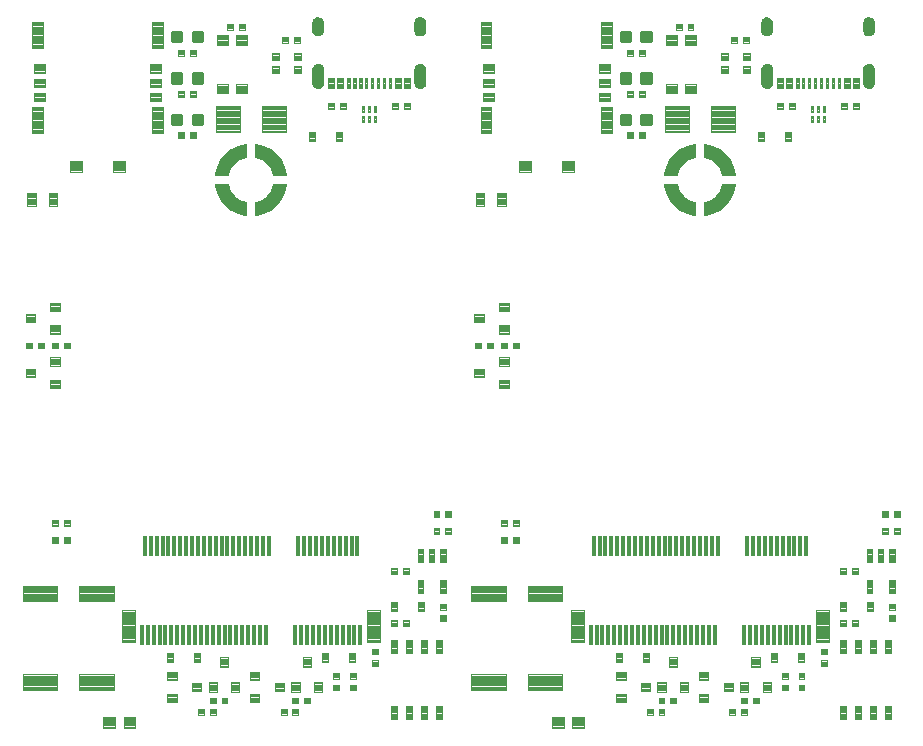
<source format=gtp>
G04 EAGLE Gerber RS-274X export*
G75*
%MOMM*%
%FSLAX34Y34*%
%LPD*%
%INSolderpaste Top*%
%IPPOS*%
%AMOC8*
5,1,8,0,0,1.08239X$1,22.5*%
G01*
%ADD10C,0.102000*%
%ADD11C,0.104000*%
%ADD12C,0.102500*%
%ADD13C,0.099000*%
%ADD14C,0.100800*%
%ADD15C,0.098000*%
%ADD16C,0.100000*%
%ADD17C,0.300000*%
%ADD18R,0.300000X1.750000*%
%ADD19C,0.096000*%
%ADD20C,0.105000*%

G36*
X576069Y479811D02*
X576069Y479811D01*
X576113Y479812D01*
X576165Y479834D01*
X576219Y479847D01*
X576255Y479873D01*
X576295Y479891D01*
X576334Y479932D01*
X576380Y479965D01*
X576402Y480003D01*
X576432Y480035D01*
X576452Y480088D01*
X576481Y480136D01*
X576490Y480187D01*
X576502Y480221D01*
X576501Y480255D01*
X576509Y480300D01*
X576509Y491300D01*
X576498Y491353D01*
X576497Y491406D01*
X576478Y491449D01*
X576469Y491495D01*
X576439Y491539D01*
X576417Y491588D01*
X576383Y491620D01*
X576357Y491659D01*
X576311Y491688D01*
X576272Y491724D01*
X576221Y491745D01*
X576189Y491766D01*
X576158Y491771D01*
X576118Y491787D01*
X573383Y492398D01*
X570820Y493426D01*
X568455Y494853D01*
X566351Y496642D01*
X564562Y498746D01*
X563135Y501110D01*
X562107Y503674D01*
X561497Y506409D01*
X561475Y506458D01*
X561462Y506510D01*
X561435Y506548D01*
X561416Y506590D01*
X561376Y506627D01*
X561344Y506670D01*
X561304Y506694D01*
X561270Y506726D01*
X561220Y506744D01*
X561173Y506772D01*
X561119Y506781D01*
X561083Y506794D01*
X561052Y506792D01*
X561009Y506799D01*
X550009Y506799D01*
X549954Y506788D01*
X549898Y506787D01*
X549858Y506768D01*
X549815Y506760D01*
X549768Y506728D01*
X549717Y506705D01*
X549687Y506672D01*
X549651Y506647D01*
X549620Y506600D01*
X549582Y506558D01*
X549567Y506517D01*
X549544Y506480D01*
X549534Y506424D01*
X549515Y506371D01*
X549517Y506319D01*
X549510Y506283D01*
X549518Y506251D01*
X549518Y506246D01*
X549518Y506244D01*
X549518Y506243D01*
X549519Y506205D01*
X550359Y501884D01*
X550371Y501855D01*
X550378Y501813D01*
X551847Y497663D01*
X551864Y497636D01*
X551877Y497596D01*
X553943Y493709D01*
X553963Y493685D01*
X553983Y493647D01*
X556601Y490108D01*
X556624Y490087D01*
X556649Y490052D01*
X559762Y486940D01*
X559776Y486930D01*
X559784Y486919D01*
X559800Y486910D01*
X559818Y486891D01*
X563356Y484273D01*
X563385Y484260D01*
X563419Y484234D01*
X567305Y482168D01*
X567335Y482159D01*
X567373Y482138D01*
X571522Y480669D01*
X571553Y480664D01*
X571593Y480649D01*
X575914Y479810D01*
X575971Y479810D01*
X576026Y479801D01*
X576069Y479811D01*
G37*
G36*
X196059Y479811D02*
X196059Y479811D01*
X196104Y479812D01*
X196155Y479834D01*
X196210Y479847D01*
X196246Y479873D01*
X196286Y479891D01*
X196325Y479932D01*
X196370Y479965D01*
X196393Y480003D01*
X196423Y480035D01*
X196443Y480088D01*
X196472Y480136D01*
X196480Y480187D01*
X196493Y480221D01*
X196492Y480255D01*
X196499Y480300D01*
X196499Y491300D01*
X196489Y491353D01*
X196488Y491406D01*
X196469Y491449D01*
X196460Y491495D01*
X196429Y491539D01*
X196408Y491588D01*
X196374Y491620D01*
X196347Y491659D01*
X196302Y491688D01*
X196263Y491724D01*
X196212Y491745D01*
X196180Y491766D01*
X196148Y491771D01*
X196109Y491787D01*
X193374Y492398D01*
X190810Y493426D01*
X188446Y494853D01*
X186342Y496642D01*
X184553Y498746D01*
X183126Y501110D01*
X182098Y503674D01*
X181487Y506409D01*
X181465Y506458D01*
X181453Y506510D01*
X181425Y506548D01*
X181406Y506590D01*
X181367Y506627D01*
X181335Y506670D01*
X181295Y506694D01*
X181261Y506726D01*
X181210Y506744D01*
X181164Y506772D01*
X181110Y506781D01*
X181074Y506794D01*
X181042Y506792D01*
X181000Y506799D01*
X170000Y506799D01*
X169945Y506788D01*
X169889Y506787D01*
X169848Y506768D01*
X169805Y506760D01*
X169759Y506728D01*
X169708Y506705D01*
X169678Y506672D01*
X169641Y506647D01*
X169611Y506600D01*
X169573Y506558D01*
X169558Y506517D01*
X169534Y506480D01*
X169525Y506424D01*
X169506Y506371D01*
X169507Y506319D01*
X169501Y506283D01*
X169509Y506251D01*
X169509Y506246D01*
X169509Y506244D01*
X169509Y506243D01*
X169510Y506205D01*
X170349Y501884D01*
X170361Y501855D01*
X170369Y501813D01*
X171838Y497663D01*
X171854Y497636D01*
X171868Y497596D01*
X173934Y493709D01*
X173954Y493685D01*
X173973Y493647D01*
X176591Y490108D01*
X176615Y490087D01*
X176640Y490052D01*
X179752Y486940D01*
X179767Y486930D01*
X179775Y486919D01*
X179790Y486910D01*
X179808Y486891D01*
X183347Y484273D01*
X183375Y484260D01*
X183409Y484234D01*
X187296Y482168D01*
X187326Y482159D01*
X187363Y482138D01*
X191513Y480669D01*
X191544Y480664D01*
X191584Y480649D01*
X195905Y479810D01*
X195961Y479810D01*
X196017Y479801D01*
X196059Y479811D01*
G37*
G36*
X561062Y513811D02*
X561062Y513811D01*
X561116Y513812D01*
X561158Y513831D01*
X561204Y513840D01*
X561249Y513871D01*
X561298Y513892D01*
X561330Y513926D01*
X561368Y513953D01*
X561397Y513998D01*
X561434Y514037D01*
X561455Y514088D01*
X561475Y514120D01*
X561481Y514152D01*
X561497Y514191D01*
X562107Y516926D01*
X563135Y519490D01*
X564562Y521854D01*
X566351Y523958D01*
X568455Y525747D01*
X570820Y527174D01*
X573383Y528202D01*
X576118Y528813D01*
X576167Y528835D01*
X576219Y528847D01*
X576257Y528875D01*
X576300Y528894D01*
X576336Y528933D01*
X576380Y528965D01*
X576403Y529005D01*
X576435Y529039D01*
X576454Y529090D01*
X576481Y529136D01*
X576490Y529190D01*
X576503Y529226D01*
X576502Y529258D01*
X576509Y529300D01*
X576509Y540300D01*
X576497Y540355D01*
X576496Y540411D01*
X576478Y540452D01*
X576469Y540495D01*
X576437Y540541D01*
X576414Y540593D01*
X576382Y540622D01*
X576357Y540659D01*
X576309Y540689D01*
X576268Y540727D01*
X576226Y540742D01*
X576189Y540766D01*
X576133Y540775D01*
X576081Y540794D01*
X576029Y540793D01*
X575993Y540799D01*
X575960Y540791D01*
X575914Y540790D01*
X571593Y539951D01*
X571564Y539939D01*
X571522Y539931D01*
X567373Y538462D01*
X567346Y538446D01*
X567305Y538432D01*
X563419Y536366D01*
X563394Y536346D01*
X563356Y536327D01*
X559818Y533709D01*
X559796Y533685D01*
X559762Y533660D01*
X556649Y530548D01*
X556632Y530522D01*
X556601Y530492D01*
X553983Y526954D01*
X553969Y526925D01*
X553943Y526891D01*
X551877Y523004D01*
X551870Y522981D01*
X551861Y522967D01*
X551860Y522960D01*
X551847Y522937D01*
X550378Y518787D01*
X550374Y518756D01*
X550359Y518716D01*
X549519Y514395D01*
X549520Y514339D01*
X549510Y514283D01*
X549521Y514241D01*
X549521Y514196D01*
X549543Y514145D01*
X549556Y514090D01*
X549583Y514055D01*
X549600Y514014D01*
X549641Y513975D01*
X549674Y513930D01*
X549712Y513907D01*
X549744Y513877D01*
X549797Y513857D01*
X549845Y513828D01*
X549896Y513820D01*
X549930Y513807D01*
X549964Y513808D01*
X550009Y513801D01*
X561009Y513801D01*
X561062Y513811D01*
G37*
G36*
X181053Y513811D02*
X181053Y513811D01*
X181106Y513812D01*
X181149Y513831D01*
X181195Y513840D01*
X181239Y513871D01*
X181288Y513892D01*
X181320Y513926D01*
X181359Y513953D01*
X181388Y513998D01*
X181424Y514037D01*
X181445Y514088D01*
X181466Y514120D01*
X181471Y514152D01*
X181487Y514191D01*
X182098Y516926D01*
X183126Y519490D01*
X184553Y521854D01*
X186342Y523958D01*
X188446Y525747D01*
X190810Y527174D01*
X193374Y528202D01*
X196109Y528813D01*
X196158Y528835D01*
X196210Y528847D01*
X196248Y528875D01*
X196290Y528894D01*
X196327Y528933D01*
X196370Y528965D01*
X196394Y529005D01*
X196426Y529039D01*
X196444Y529090D01*
X196472Y529136D01*
X196481Y529190D01*
X196494Y529226D01*
X196492Y529258D01*
X196499Y529300D01*
X196499Y540300D01*
X196488Y540355D01*
X196487Y540411D01*
X196468Y540452D01*
X196460Y540495D01*
X196428Y540541D01*
X196405Y540593D01*
X196372Y540622D01*
X196347Y540659D01*
X196300Y540689D01*
X196258Y540727D01*
X196217Y540742D01*
X196180Y540766D01*
X196124Y540775D01*
X196071Y540794D01*
X196019Y540793D01*
X195983Y540799D01*
X195951Y540791D01*
X195905Y540790D01*
X191584Y539951D01*
X191555Y539939D01*
X191513Y539931D01*
X187363Y538462D01*
X187336Y538446D01*
X187296Y538432D01*
X183409Y536366D01*
X183385Y536346D01*
X183347Y536327D01*
X179808Y533709D01*
X179787Y533685D01*
X179752Y533660D01*
X176640Y530548D01*
X176622Y530522D01*
X176591Y530492D01*
X173973Y526954D01*
X173960Y526925D01*
X173934Y526891D01*
X171868Y523004D01*
X171861Y522981D01*
X171852Y522967D01*
X171851Y522960D01*
X171838Y522937D01*
X170369Y518787D01*
X170364Y518756D01*
X170349Y518716D01*
X169510Y514395D01*
X169510Y514339D01*
X169501Y514283D01*
X169511Y514241D01*
X169512Y514196D01*
X169534Y514145D01*
X169547Y514090D01*
X169573Y514055D01*
X169591Y514014D01*
X169632Y513975D01*
X169665Y513930D01*
X169703Y513907D01*
X169735Y513877D01*
X169788Y513857D01*
X169836Y513828D01*
X169887Y513820D01*
X169921Y513807D01*
X169955Y513808D01*
X170000Y513801D01*
X181000Y513801D01*
X181053Y513811D01*
G37*
G36*
X610065Y513812D02*
X610065Y513812D01*
X610121Y513813D01*
X610161Y513832D01*
X610204Y513840D01*
X610251Y513872D01*
X610302Y513895D01*
X610332Y513928D01*
X610368Y513953D01*
X610398Y514000D01*
X610437Y514042D01*
X610452Y514083D01*
X610475Y514120D01*
X610485Y514176D01*
X610504Y514229D01*
X610502Y514281D01*
X610508Y514317D01*
X610501Y514349D01*
X610500Y514395D01*
X609660Y518716D01*
X609648Y518745D01*
X609641Y518787D01*
X608172Y522937D01*
X608155Y522964D01*
X608146Y522991D01*
X608145Y522997D01*
X608144Y522999D01*
X608142Y523004D01*
X606076Y526891D01*
X606055Y526915D01*
X606036Y526954D01*
X603418Y530492D01*
X603394Y530513D01*
X603370Y530548D01*
X600257Y533660D01*
X600231Y533678D01*
X600201Y533709D01*
X596663Y536327D01*
X596634Y536340D01*
X596600Y536366D01*
X592714Y538432D01*
X592684Y538441D01*
X592646Y538462D01*
X588497Y539931D01*
X588466Y539936D01*
X588425Y539951D01*
X584105Y540790D01*
X584048Y540790D01*
X583993Y540799D01*
X583950Y540789D01*
X583906Y540788D01*
X583854Y540766D01*
X583799Y540753D01*
X583764Y540727D01*
X583723Y540709D01*
X583685Y540668D01*
X583639Y540635D01*
X583617Y540597D01*
X583586Y540565D01*
X583567Y540512D01*
X583538Y540464D01*
X583529Y540413D01*
X583516Y540379D01*
X583518Y540345D01*
X583510Y540300D01*
X583510Y529300D01*
X583521Y529247D01*
X583522Y529194D01*
X583540Y529151D01*
X583550Y529105D01*
X583580Y529061D01*
X583602Y529012D01*
X583636Y528980D01*
X583662Y528941D01*
X583708Y528912D01*
X583747Y528876D01*
X583798Y528855D01*
X583830Y528834D01*
X583861Y528829D01*
X583901Y528813D01*
X586635Y528202D01*
X589199Y527174D01*
X591564Y525747D01*
X593668Y523958D01*
X595457Y521854D01*
X596884Y519490D01*
X597912Y516926D01*
X598522Y514191D01*
X598544Y514142D01*
X598556Y514090D01*
X598584Y514052D01*
X598603Y514010D01*
X598643Y513973D01*
X598674Y513930D01*
X598715Y513906D01*
X598749Y513874D01*
X598799Y513856D01*
X598845Y513828D01*
X598900Y513819D01*
X598936Y513806D01*
X598967Y513808D01*
X599009Y513801D01*
X610009Y513801D01*
X610065Y513812D01*
G37*
G36*
X230055Y513812D02*
X230055Y513812D01*
X230111Y513813D01*
X230152Y513832D01*
X230195Y513840D01*
X230241Y513872D01*
X230293Y513895D01*
X230322Y513928D01*
X230359Y513953D01*
X230389Y514000D01*
X230427Y514042D01*
X230442Y514083D01*
X230466Y514120D01*
X230475Y514176D01*
X230494Y514229D01*
X230493Y514281D01*
X230499Y514317D01*
X230491Y514349D01*
X230490Y514395D01*
X229651Y518716D01*
X229639Y518745D01*
X229631Y518787D01*
X228162Y522937D01*
X228146Y522964D01*
X228137Y522991D01*
X228135Y522997D01*
X228134Y522999D01*
X228132Y523004D01*
X226066Y526891D01*
X226046Y526915D01*
X226027Y526954D01*
X223409Y530492D01*
X223385Y530513D01*
X223360Y530548D01*
X220248Y533660D01*
X220222Y533678D01*
X220192Y533709D01*
X216654Y536327D01*
X216625Y536340D01*
X216591Y536366D01*
X212704Y538432D01*
X212674Y538441D01*
X212637Y538462D01*
X208487Y539931D01*
X208456Y539936D01*
X208416Y539951D01*
X204095Y540790D01*
X204039Y540790D01*
X203983Y540799D01*
X203941Y540789D01*
X203896Y540788D01*
X203845Y540766D01*
X203790Y540753D01*
X203755Y540727D01*
X203714Y540709D01*
X203675Y540668D01*
X203630Y540635D01*
X203607Y540597D01*
X203577Y540565D01*
X203557Y540512D01*
X203528Y540464D01*
X203520Y540413D01*
X203507Y540379D01*
X203508Y540345D01*
X203501Y540300D01*
X203501Y529300D01*
X203511Y529247D01*
X203512Y529194D01*
X203531Y529151D01*
X203540Y529105D01*
X203571Y529061D01*
X203592Y529012D01*
X203626Y528980D01*
X203653Y528941D01*
X203698Y528912D01*
X203737Y528876D01*
X203788Y528855D01*
X203820Y528834D01*
X203852Y528829D01*
X203891Y528813D01*
X206626Y528202D01*
X209190Y527174D01*
X211554Y525747D01*
X213658Y523958D01*
X215447Y521854D01*
X216874Y519490D01*
X217902Y516926D01*
X218513Y514191D01*
X218535Y514142D01*
X218547Y514090D01*
X218575Y514052D01*
X218594Y514010D01*
X218633Y513973D01*
X218665Y513930D01*
X218705Y513906D01*
X218739Y513874D01*
X218790Y513856D01*
X218836Y513828D01*
X218890Y513819D01*
X218926Y513806D01*
X218958Y513808D01*
X219000Y513801D01*
X230000Y513801D01*
X230055Y513812D01*
G37*
G36*
X584059Y479809D02*
X584059Y479809D01*
X584105Y479810D01*
X588425Y480649D01*
X588455Y480661D01*
X588497Y480669D01*
X592646Y482138D01*
X592673Y482154D01*
X592714Y482168D01*
X596600Y484234D01*
X596625Y484254D01*
X596663Y484273D01*
X600201Y486891D01*
X600222Y486915D01*
X600257Y486940D01*
X603370Y490052D01*
X603387Y490079D01*
X603418Y490108D01*
X606036Y493647D01*
X606049Y493675D01*
X606076Y493709D01*
X608142Y497596D01*
X608151Y497626D01*
X608172Y497663D01*
X609641Y501813D01*
X609645Y501844D01*
X609660Y501884D01*
X610500Y506205D01*
X610499Y506261D01*
X610508Y506317D01*
X610498Y506359D01*
X610498Y506404D01*
X610475Y506455D01*
X610462Y506510D01*
X610436Y506546D01*
X610419Y506586D01*
X610378Y506625D01*
X610344Y506670D01*
X610307Y506693D01*
X610275Y506723D01*
X610222Y506743D01*
X610173Y506772D01*
X610123Y506780D01*
X610088Y506793D01*
X610055Y506792D01*
X610009Y506799D01*
X599009Y506799D01*
X598957Y506789D01*
X598903Y506788D01*
X598860Y506769D01*
X598815Y506760D01*
X598770Y506729D01*
X598721Y506708D01*
X598689Y506674D01*
X598651Y506647D01*
X598622Y506602D01*
X598585Y506563D01*
X598564Y506512D01*
X598544Y506480D01*
X598538Y506448D01*
X598536Y506442D01*
X598535Y506441D01*
X598535Y506440D01*
X598522Y506409D01*
X597912Y503674D01*
X596884Y501110D01*
X595457Y498746D01*
X593668Y496642D01*
X591564Y494853D01*
X589199Y493426D01*
X586635Y492398D01*
X583901Y491787D01*
X583852Y491765D01*
X583799Y491753D01*
X583762Y491725D01*
X583719Y491706D01*
X583682Y491667D01*
X583639Y491635D01*
X583615Y491595D01*
X583584Y491561D01*
X583565Y491510D01*
X583538Y491464D01*
X583529Y491410D01*
X583516Y491374D01*
X583517Y491342D01*
X583510Y491300D01*
X583510Y480300D01*
X583521Y480245D01*
X583523Y480189D01*
X583541Y480148D01*
X583550Y480105D01*
X583582Y480059D01*
X583605Y480008D01*
X583637Y479978D01*
X583662Y479941D01*
X583710Y479911D01*
X583751Y479873D01*
X583793Y479858D01*
X583830Y479834D01*
X583885Y479825D01*
X583938Y479806D01*
X583990Y479807D01*
X584026Y479801D01*
X584059Y479809D01*
G37*
G36*
X204049Y479809D02*
X204049Y479809D01*
X204095Y479810D01*
X208416Y480649D01*
X208445Y480661D01*
X208487Y480669D01*
X212637Y482138D01*
X212664Y482154D01*
X212704Y482168D01*
X216591Y484234D01*
X216615Y484254D01*
X216654Y484273D01*
X220192Y486891D01*
X220213Y486915D01*
X220248Y486940D01*
X223360Y490052D01*
X223378Y490079D01*
X223409Y490108D01*
X226027Y493647D01*
X226040Y493675D01*
X226066Y493709D01*
X228132Y497596D01*
X228141Y497626D01*
X228162Y497663D01*
X229631Y501813D01*
X229636Y501844D01*
X229651Y501884D01*
X230490Y506205D01*
X230490Y506261D01*
X230499Y506317D01*
X230489Y506359D01*
X230488Y506404D01*
X230466Y506455D01*
X230453Y506510D01*
X230427Y506546D01*
X230409Y506586D01*
X230368Y506625D01*
X230335Y506670D01*
X230297Y506693D01*
X230265Y506723D01*
X230212Y506743D01*
X230164Y506772D01*
X230113Y506780D01*
X230079Y506793D01*
X230045Y506792D01*
X230000Y506799D01*
X219000Y506799D01*
X218947Y506789D01*
X218894Y506788D01*
X218851Y506769D01*
X218805Y506760D01*
X218761Y506729D01*
X218712Y506708D01*
X218680Y506674D01*
X218641Y506647D01*
X218612Y506602D01*
X218576Y506563D01*
X218555Y506512D01*
X218534Y506480D01*
X218529Y506448D01*
X218526Y506442D01*
X218525Y506441D01*
X218525Y506440D01*
X218513Y506409D01*
X217902Y503674D01*
X216874Y501110D01*
X215447Y498746D01*
X213658Y496642D01*
X211554Y494853D01*
X209190Y493426D01*
X206626Y492398D01*
X203891Y491787D01*
X203842Y491765D01*
X203790Y491753D01*
X203752Y491725D01*
X203710Y491706D01*
X203673Y491667D01*
X203630Y491635D01*
X203606Y491595D01*
X203574Y491561D01*
X203556Y491510D01*
X203528Y491464D01*
X203519Y491410D01*
X203506Y491374D01*
X203508Y491342D01*
X203501Y491300D01*
X203501Y480300D01*
X203512Y480245D01*
X203513Y480189D01*
X203532Y480148D01*
X203540Y480105D01*
X203572Y480059D01*
X203595Y480008D01*
X203628Y479978D01*
X203653Y479941D01*
X203700Y479911D01*
X203742Y479873D01*
X203783Y479858D01*
X203820Y479834D01*
X203876Y479825D01*
X203929Y479806D01*
X203981Y479807D01*
X204017Y479801D01*
X204049Y479809D01*
G37*
G36*
X257004Y587455D02*
X257004Y587455D01*
X257007Y587451D01*
X258115Y587621D01*
X258121Y587627D01*
X258126Y587624D01*
X259168Y588036D01*
X259172Y588043D01*
X259177Y588041D01*
X260102Y588675D01*
X260104Y588683D01*
X260110Y588682D01*
X260870Y589506D01*
X260871Y589514D01*
X260877Y589514D01*
X261434Y590486D01*
X261434Y590490D01*
X261435Y590491D01*
X261433Y590493D01*
X261433Y590494D01*
X261439Y590496D01*
X261766Y591568D01*
X261765Y591573D01*
X261767Y591574D01*
X261765Y591577D01*
X261768Y591579D01*
X261849Y592696D01*
X261848Y592699D01*
X261849Y592700D01*
X261849Y604700D01*
X261844Y604707D01*
X261848Y604711D01*
X261629Y605655D01*
X261623Y605661D01*
X261625Y605666D01*
X261202Y606538D01*
X261194Y606541D01*
X261196Y606547D01*
X260589Y607303D01*
X260581Y607305D01*
X260581Y607311D01*
X259821Y607912D01*
X259812Y607912D01*
X259811Y607918D01*
X258936Y608336D01*
X258928Y608334D01*
X258926Y608339D01*
X257980Y608552D01*
X257973Y608548D01*
X257969Y608553D01*
X257000Y608549D01*
X256999Y608549D01*
X255931Y608530D01*
X255930Y608530D01*
X255924Y608526D01*
X255920Y608529D01*
X254883Y608273D01*
X254878Y608266D01*
X254872Y608269D01*
X253918Y607788D01*
X253915Y607781D01*
X253909Y607782D01*
X253086Y607101D01*
X253084Y607093D01*
X253078Y607093D01*
X252427Y606246D01*
X252427Y606238D01*
X252421Y606237D01*
X251974Y605266D01*
X251976Y605258D01*
X251971Y605256D01*
X251752Y604210D01*
X251755Y604203D01*
X251751Y604200D01*
X251751Y592200D01*
X251754Y592195D01*
X251751Y592192D01*
X251931Y591097D01*
X251937Y591091D01*
X251934Y591086D01*
X252353Y590058D01*
X252360Y590054D01*
X252358Y590049D01*
X252996Y589140D01*
X253003Y589138D01*
X253003Y589132D01*
X253826Y588388D01*
X253834Y588387D01*
X253835Y588381D01*
X254803Y587839D01*
X254812Y587840D01*
X254814Y587834D01*
X255878Y587521D01*
X255886Y587524D01*
X255889Y587519D01*
X256997Y587451D01*
X257004Y587455D01*
G37*
G36*
X637013Y587455D02*
X637013Y587455D01*
X637017Y587451D01*
X638124Y587621D01*
X638130Y587627D01*
X638135Y587624D01*
X639177Y588036D01*
X639181Y588043D01*
X639187Y588041D01*
X640111Y588675D01*
X640114Y588683D01*
X640119Y588682D01*
X640879Y589506D01*
X640880Y589514D01*
X640886Y589514D01*
X641444Y590486D01*
X641443Y590490D01*
X641445Y590491D01*
X641443Y590493D01*
X641443Y590494D01*
X641448Y590496D01*
X641776Y591568D01*
X641774Y591573D01*
X641776Y591574D01*
X641775Y591577D01*
X641778Y591579D01*
X641859Y592696D01*
X641857Y592699D01*
X641859Y592700D01*
X641859Y604700D01*
X641854Y604707D01*
X641857Y604711D01*
X641638Y605655D01*
X641632Y605661D01*
X641635Y605666D01*
X641211Y606538D01*
X641204Y606541D01*
X641205Y606547D01*
X640598Y607303D01*
X640590Y607305D01*
X640590Y607311D01*
X639830Y607912D01*
X639822Y607912D01*
X639821Y607918D01*
X638946Y608336D01*
X638938Y608334D01*
X638935Y608339D01*
X637990Y608552D01*
X637982Y608548D01*
X637979Y608553D01*
X637009Y608549D01*
X635940Y608530D01*
X635939Y608530D01*
X635933Y608526D01*
X635929Y608529D01*
X634892Y608273D01*
X634887Y608266D01*
X634882Y608269D01*
X633928Y607788D01*
X633924Y607781D01*
X633918Y607782D01*
X633095Y607101D01*
X633093Y607093D01*
X633087Y607093D01*
X632436Y606246D01*
X632436Y606238D01*
X632430Y606237D01*
X631984Y605266D01*
X631986Y605258D01*
X631980Y605256D01*
X631761Y604210D01*
X631764Y604203D01*
X631760Y604200D01*
X631760Y592200D01*
X631764Y592195D01*
X631761Y592192D01*
X631941Y591097D01*
X631947Y591091D01*
X631944Y591086D01*
X632363Y590058D01*
X632370Y590054D01*
X632368Y590049D01*
X633005Y589140D01*
X633013Y589138D01*
X633012Y589132D01*
X633836Y588388D01*
X633844Y588387D01*
X633845Y588381D01*
X634813Y587839D01*
X634821Y587840D01*
X634823Y587834D01*
X635888Y587521D01*
X635895Y587524D01*
X635899Y587519D01*
X637006Y587451D01*
X637013Y587455D01*
G37*
G36*
X723512Y587454D02*
X723512Y587454D01*
X723515Y587451D01*
X724561Y587569D01*
X724567Y587575D01*
X724572Y587571D01*
X725565Y587919D01*
X725569Y587926D01*
X725575Y587924D01*
X726466Y588484D01*
X726469Y588491D01*
X726475Y588491D01*
X727219Y589235D01*
X727220Y589243D01*
X727226Y589243D01*
X727786Y590135D01*
X727785Y590142D01*
X727787Y590143D01*
X727790Y590144D01*
X728138Y591138D01*
X728136Y591146D01*
X728141Y591149D01*
X728258Y592195D01*
X728256Y592198D01*
X728259Y592200D01*
X728259Y604200D01*
X728255Y604205D01*
X728258Y604208D01*
X728101Y605204D01*
X728095Y605210D01*
X728098Y605215D01*
X727723Y606151D01*
X727716Y606155D01*
X727718Y606161D01*
X727143Y606990D01*
X727136Y606993D01*
X727136Y606998D01*
X726392Y607679D01*
X726384Y607680D01*
X726383Y607686D01*
X725506Y608184D01*
X725498Y608183D01*
X725496Y608188D01*
X724530Y608479D01*
X724522Y608476D01*
X724519Y608481D01*
X723513Y608549D01*
X723510Y608548D01*
X723509Y608549D01*
X722428Y608540D01*
X722422Y608535D01*
X722417Y608539D01*
X721366Y608290D01*
X721361Y608283D01*
X721356Y608286D01*
X720386Y607809D01*
X720382Y607801D01*
X720377Y607803D01*
X719537Y607122D01*
X719535Y607114D01*
X719530Y607114D01*
X718863Y606264D01*
X718863Y606255D01*
X718857Y606254D01*
X718396Y605277D01*
X718398Y605269D01*
X718393Y605266D01*
X718161Y604211D01*
X718165Y604203D01*
X718160Y604200D01*
X718160Y592200D01*
X718164Y592195D01*
X718161Y592192D01*
X718353Y591086D01*
X718359Y591081D01*
X718356Y591076D01*
X718789Y590041D01*
X718796Y590037D01*
X718795Y590032D01*
X719447Y589119D01*
X719455Y589117D01*
X719455Y589111D01*
X720294Y588367D01*
X720302Y588366D01*
X720303Y588361D01*
X721287Y587822D01*
X721295Y587823D01*
X721297Y587818D01*
X722376Y587511D01*
X722383Y587514D01*
X722387Y587509D01*
X723507Y587451D01*
X723512Y587454D01*
G37*
G36*
X343502Y587454D02*
X343502Y587454D01*
X343506Y587451D01*
X344551Y587569D01*
X344557Y587575D01*
X344562Y587571D01*
X345556Y587919D01*
X345560Y587926D01*
X345565Y587924D01*
X346457Y588484D01*
X346460Y588491D01*
X346465Y588491D01*
X347209Y589235D01*
X347211Y589243D01*
X347216Y589243D01*
X347776Y590135D01*
X347776Y590142D01*
X347777Y590143D01*
X347781Y590144D01*
X348129Y591138D01*
X348126Y591146D01*
X348131Y591149D01*
X348249Y592195D01*
X348247Y592198D01*
X348249Y592200D01*
X348249Y604200D01*
X348246Y604205D01*
X348249Y604208D01*
X348091Y605204D01*
X348085Y605210D01*
X348088Y605215D01*
X347713Y606151D01*
X347706Y606155D01*
X347708Y606161D01*
X347134Y606990D01*
X347126Y606993D01*
X347127Y606998D01*
X346383Y607679D01*
X346374Y607680D01*
X346374Y607686D01*
X345497Y608184D01*
X345489Y608183D01*
X345486Y608188D01*
X344521Y608479D01*
X344513Y608476D01*
X344510Y608481D01*
X343503Y608549D01*
X343501Y608548D01*
X343500Y608549D01*
X342419Y608540D01*
X342412Y608535D01*
X342408Y608539D01*
X341356Y608290D01*
X341351Y608283D01*
X341346Y608286D01*
X340376Y607809D01*
X340373Y607801D01*
X340367Y607803D01*
X339528Y607122D01*
X339526Y607114D01*
X339520Y607114D01*
X338854Y606264D01*
X338853Y606255D01*
X338848Y606254D01*
X338387Y605277D01*
X338389Y605269D01*
X338384Y605266D01*
X338152Y604211D01*
X338155Y604203D01*
X338151Y604200D01*
X338151Y592200D01*
X338155Y592195D01*
X338151Y592192D01*
X338344Y591086D01*
X338350Y591081D01*
X338347Y591076D01*
X338780Y590041D01*
X338787Y590037D01*
X338785Y590032D01*
X339438Y589119D01*
X339446Y589117D01*
X339445Y589111D01*
X340284Y588367D01*
X340293Y588366D01*
X340293Y588361D01*
X341277Y587822D01*
X341285Y587823D01*
X341287Y587818D01*
X342366Y587511D01*
X342374Y587514D01*
X342377Y587509D01*
X343497Y587451D01*
X343502Y587454D01*
G37*
G36*
X257004Y631956D02*
X257004Y631956D01*
X257009Y631952D01*
X258146Y632159D01*
X258152Y632165D01*
X258157Y632162D01*
X259219Y632617D01*
X259223Y632624D01*
X259229Y632622D01*
X260164Y633302D01*
X260166Y633310D01*
X260172Y633309D01*
X260932Y634180D01*
X260932Y634188D01*
X260938Y634189D01*
X261485Y635208D01*
X261484Y635216D01*
X261489Y635218D01*
X261495Y635237D01*
X261508Y635286D01*
X261522Y635336D01*
X261535Y635385D01*
X261549Y635434D01*
X261562Y635483D01*
X261563Y635483D01*
X261562Y635483D01*
X261576Y635533D01*
X261590Y635582D01*
X261603Y635631D01*
X261617Y635680D01*
X261630Y635730D01*
X261644Y635779D01*
X261657Y635828D01*
X261671Y635877D01*
X261685Y635927D01*
X261698Y635976D01*
X261712Y636025D01*
X261796Y636332D01*
X261793Y636340D01*
X261798Y636343D01*
X261849Y637498D01*
X261848Y637499D01*
X261849Y637500D01*
X261849Y643500D01*
X261845Y643506D01*
X261848Y643509D01*
X261636Y644590D01*
X261630Y644595D01*
X261633Y644600D01*
X261186Y645606D01*
X261179Y645610D01*
X261181Y645616D01*
X260521Y646497D01*
X260513Y646500D01*
X260513Y646505D01*
X259674Y647218D01*
X259666Y647218D01*
X259665Y647224D01*
X258688Y647732D01*
X258680Y647731D01*
X258678Y647736D01*
X257613Y648014D01*
X257605Y648011D01*
X257602Y648015D01*
X256502Y648049D01*
X256496Y648046D01*
X256493Y648049D01*
X255418Y647894D01*
X255412Y647888D01*
X255407Y647891D01*
X254393Y647501D01*
X254389Y647494D01*
X254383Y647496D01*
X253481Y646889D01*
X253479Y646881D01*
X253473Y646882D01*
X252729Y646090D01*
X252728Y646082D01*
X252722Y646082D01*
X252173Y645144D01*
X252174Y645136D01*
X252168Y645134D01*
X251841Y644098D01*
X251844Y644090D01*
X251839Y644087D01*
X251751Y643004D01*
X251753Y643001D01*
X251751Y643000D01*
X251751Y637000D01*
X251754Y636996D01*
X251751Y636994D01*
X251901Y635861D01*
X251907Y635855D01*
X251904Y635850D01*
X252302Y634780D01*
X252309Y634776D01*
X252307Y634770D01*
X252934Y633815D01*
X252942Y633812D01*
X252941Y633807D01*
X253764Y633015D01*
X253772Y633014D01*
X253773Y633008D01*
X254752Y632419D01*
X254760Y632420D01*
X254762Y632415D01*
X255847Y632059D01*
X255855Y632062D01*
X255858Y632057D01*
X256995Y631951D01*
X257004Y631956D01*
G37*
G36*
X637013Y631956D02*
X637013Y631956D01*
X637018Y631952D01*
X638155Y632159D01*
X638161Y632165D01*
X638166Y632162D01*
X639229Y632617D01*
X639233Y632624D01*
X639238Y632622D01*
X640173Y633302D01*
X640175Y633310D01*
X640181Y633309D01*
X640941Y634180D01*
X640942Y634188D01*
X640947Y634189D01*
X641495Y635208D01*
X641493Y635216D01*
X641499Y635218D01*
X641504Y635237D01*
X641518Y635286D01*
X641531Y635336D01*
X641545Y635385D01*
X641558Y635434D01*
X641572Y635483D01*
X641585Y635533D01*
X641599Y635582D01*
X641613Y635631D01*
X641626Y635680D01*
X641640Y635730D01*
X641653Y635779D01*
X641667Y635828D01*
X641680Y635877D01*
X641694Y635927D01*
X641708Y635976D01*
X641721Y636025D01*
X641806Y636332D01*
X641803Y636340D01*
X641807Y636343D01*
X641859Y637498D01*
X641858Y637499D01*
X641859Y637500D01*
X641859Y643500D01*
X641854Y643506D01*
X641858Y643509D01*
X641646Y644590D01*
X641640Y644595D01*
X641643Y644600D01*
X641196Y645606D01*
X641188Y645610D01*
X641190Y645616D01*
X640530Y646497D01*
X640523Y646500D01*
X640523Y646505D01*
X639684Y647218D01*
X639675Y647218D01*
X639675Y647224D01*
X638698Y647732D01*
X638690Y647731D01*
X638688Y647736D01*
X637622Y648014D01*
X637615Y648011D01*
X637611Y648015D01*
X636511Y648049D01*
X636506Y648046D01*
X636502Y648049D01*
X635427Y647894D01*
X635421Y647888D01*
X635416Y647891D01*
X634402Y647501D01*
X634398Y647494D01*
X634392Y647496D01*
X633491Y646889D01*
X633488Y646881D01*
X633482Y646882D01*
X632738Y646090D01*
X632737Y646082D01*
X632732Y646082D01*
X632182Y645144D01*
X632183Y645136D01*
X632178Y645134D01*
X631851Y644098D01*
X631853Y644090D01*
X631849Y644087D01*
X631760Y643004D01*
X631762Y643001D01*
X631760Y643000D01*
X631760Y637000D01*
X631763Y636996D01*
X631761Y636994D01*
X631911Y635861D01*
X631916Y635855D01*
X631913Y635850D01*
X632312Y634780D01*
X632319Y634776D01*
X632317Y634770D01*
X632943Y633815D01*
X632951Y633812D01*
X632950Y633807D01*
X633774Y633015D01*
X633782Y633014D01*
X633782Y633008D01*
X634761Y632419D01*
X634769Y632420D01*
X634771Y632415D01*
X635857Y632059D01*
X635864Y632062D01*
X635867Y632057D01*
X637005Y631951D01*
X637013Y631956D01*
G37*
G36*
X724151Y632057D02*
X724151Y632057D01*
X724157Y632062D01*
X724162Y632059D01*
X725247Y632415D01*
X725252Y632422D01*
X725258Y632419D01*
X726236Y633008D01*
X726239Y633016D01*
X726245Y633015D01*
X727069Y633807D01*
X727070Y633815D01*
X727076Y633815D01*
X727702Y634770D01*
X727702Y634778D01*
X727707Y634780D01*
X728105Y635850D01*
X728103Y635858D01*
X728108Y635861D01*
X728258Y636994D01*
X728256Y636998D01*
X728259Y637000D01*
X728259Y643000D01*
X728256Y643004D01*
X728258Y643006D01*
X728108Y644139D01*
X728102Y644145D01*
X728105Y644150D01*
X727707Y645220D01*
X727700Y645224D01*
X727702Y645230D01*
X727076Y646185D01*
X727068Y646188D01*
X727069Y646193D01*
X726245Y646985D01*
X726237Y646986D01*
X726236Y646992D01*
X725258Y647581D01*
X725249Y647580D01*
X725247Y647585D01*
X724162Y647941D01*
X724154Y647939D01*
X724151Y647943D01*
X723014Y648049D01*
X723007Y648045D01*
X723003Y648049D01*
X721915Y647904D01*
X721909Y647898D01*
X721904Y647901D01*
X720876Y647518D01*
X720872Y647511D01*
X720866Y647513D01*
X719949Y646910D01*
X719946Y646902D01*
X719941Y646903D01*
X719181Y646111D01*
X719180Y646103D01*
X719174Y646102D01*
X718609Y645161D01*
X718610Y645153D01*
X718604Y645151D01*
X718263Y644108D01*
X718266Y644100D01*
X718261Y644097D01*
X718160Y643005D01*
X718162Y643002D01*
X718160Y643000D01*
X718160Y637000D01*
X718162Y636997D01*
X718160Y636996D01*
X718261Y635903D01*
X718267Y635897D01*
X718263Y635892D01*
X718604Y634849D01*
X718611Y634844D01*
X718609Y634839D01*
X719174Y633898D01*
X719181Y633895D01*
X719181Y633889D01*
X719941Y633097D01*
X719949Y633096D01*
X719949Y633090D01*
X720866Y632488D01*
X720874Y632488D01*
X720876Y632483D01*
X721904Y632099D01*
X721912Y632101D01*
X721915Y632096D01*
X723003Y631951D01*
X723010Y631955D01*
X723014Y631951D01*
X724151Y632057D01*
G37*
G36*
X344142Y632057D02*
X344142Y632057D01*
X344148Y632062D01*
X344153Y632059D01*
X345238Y632415D01*
X345243Y632422D01*
X345248Y632419D01*
X346227Y633008D01*
X346230Y633016D01*
X346236Y633015D01*
X347059Y633807D01*
X347060Y633815D01*
X347066Y633815D01*
X347693Y634770D01*
X347692Y634778D01*
X347698Y634780D01*
X348096Y635850D01*
X348094Y635858D01*
X348099Y635861D01*
X348249Y636994D01*
X348246Y636998D01*
X348249Y637000D01*
X348249Y643000D01*
X348246Y643004D01*
X348249Y643006D01*
X348099Y644139D01*
X348093Y644145D01*
X348096Y644150D01*
X347698Y645220D01*
X347691Y645224D01*
X347693Y645230D01*
X347066Y646185D01*
X347058Y646188D01*
X347059Y646193D01*
X346236Y646985D01*
X346228Y646986D01*
X346227Y646992D01*
X345248Y647581D01*
X345240Y647580D01*
X345238Y647585D01*
X344153Y647941D01*
X344145Y647939D01*
X344142Y647943D01*
X343005Y648049D01*
X342998Y648045D01*
X342994Y648049D01*
X341906Y647904D01*
X341900Y647898D01*
X341895Y647901D01*
X340867Y647518D01*
X340862Y647511D01*
X340857Y647513D01*
X339940Y646910D01*
X339937Y646902D01*
X339931Y646903D01*
X339171Y646111D01*
X339170Y646103D01*
X339164Y646102D01*
X338600Y645161D01*
X338601Y645153D01*
X338595Y645151D01*
X338254Y644108D01*
X338256Y644100D01*
X338252Y644097D01*
X338151Y643005D01*
X338153Y643002D01*
X338151Y643000D01*
X338151Y637000D01*
X338153Y636997D01*
X338151Y636996D01*
X338252Y635903D01*
X338257Y635897D01*
X338254Y635892D01*
X338595Y634849D01*
X338602Y634844D01*
X338600Y634839D01*
X339164Y633898D01*
X339172Y633895D01*
X339171Y633889D01*
X339931Y633097D01*
X339939Y633096D01*
X339940Y633090D01*
X340857Y632488D01*
X340865Y632488D01*
X340867Y632483D01*
X341895Y632099D01*
X341903Y632101D01*
X341906Y632096D01*
X342994Y631951D01*
X343001Y631955D01*
X343005Y631951D01*
X344142Y632057D01*
G37*
D10*
X323440Y53510D02*
X318460Y53510D01*
X318460Y64490D01*
X323440Y64490D01*
X323440Y53510D01*
X323440Y54479D02*
X318460Y54479D01*
X318460Y55448D02*
X323440Y55448D01*
X323440Y56417D02*
X318460Y56417D01*
X318460Y57386D02*
X323440Y57386D01*
X323440Y58355D02*
X318460Y58355D01*
X318460Y59324D02*
X323440Y59324D01*
X323440Y60293D02*
X318460Y60293D01*
X318460Y61262D02*
X323440Y61262D01*
X323440Y62231D02*
X318460Y62231D01*
X318460Y63200D02*
X323440Y63200D01*
X323440Y64169D02*
X318460Y64169D01*
X331160Y53510D02*
X336140Y53510D01*
X331160Y53510D02*
X331160Y64490D01*
X336140Y64490D01*
X336140Y53510D01*
X336140Y54479D02*
X331160Y54479D01*
X331160Y55448D02*
X336140Y55448D01*
X336140Y56417D02*
X331160Y56417D01*
X331160Y57386D02*
X336140Y57386D01*
X336140Y58355D02*
X331160Y58355D01*
X331160Y59324D02*
X336140Y59324D01*
X336140Y60293D02*
X331160Y60293D01*
X331160Y61262D02*
X336140Y61262D01*
X336140Y62231D02*
X331160Y62231D01*
X331160Y63200D02*
X336140Y63200D01*
X336140Y64169D02*
X331160Y64169D01*
X343860Y53510D02*
X348840Y53510D01*
X343860Y53510D02*
X343860Y64490D01*
X348840Y64490D01*
X348840Y53510D01*
X348840Y54479D02*
X343860Y54479D01*
X343860Y55448D02*
X348840Y55448D01*
X348840Y56417D02*
X343860Y56417D01*
X343860Y57386D02*
X348840Y57386D01*
X348840Y58355D02*
X343860Y58355D01*
X343860Y59324D02*
X348840Y59324D01*
X348840Y60293D02*
X343860Y60293D01*
X343860Y61262D02*
X348840Y61262D01*
X348840Y62231D02*
X343860Y62231D01*
X343860Y63200D02*
X348840Y63200D01*
X348840Y64169D02*
X343860Y64169D01*
X356560Y53510D02*
X361540Y53510D01*
X356560Y53510D02*
X356560Y64490D01*
X361540Y64490D01*
X361540Y53510D01*
X361540Y54479D02*
X356560Y54479D01*
X356560Y55448D02*
X361540Y55448D01*
X361540Y56417D02*
X356560Y56417D01*
X356560Y57386D02*
X361540Y57386D01*
X361540Y58355D02*
X356560Y58355D01*
X356560Y59324D02*
X361540Y59324D01*
X361540Y60293D02*
X356560Y60293D01*
X356560Y61262D02*
X361540Y61262D01*
X361540Y62231D02*
X356560Y62231D01*
X356560Y63200D02*
X361540Y63200D01*
X361540Y64169D02*
X356560Y64169D01*
X356560Y109510D02*
X361540Y109510D01*
X356560Y109510D02*
X356560Y120490D01*
X361540Y120490D01*
X361540Y109510D01*
X361540Y110479D02*
X356560Y110479D01*
X356560Y111448D02*
X361540Y111448D01*
X361540Y112417D02*
X356560Y112417D01*
X356560Y113386D02*
X361540Y113386D01*
X361540Y114355D02*
X356560Y114355D01*
X356560Y115324D02*
X361540Y115324D01*
X361540Y116293D02*
X356560Y116293D01*
X356560Y117262D02*
X361540Y117262D01*
X361540Y118231D02*
X356560Y118231D01*
X356560Y119200D02*
X361540Y119200D01*
X361540Y120169D02*
X356560Y120169D01*
X348840Y109510D02*
X343860Y109510D01*
X343860Y120490D01*
X348840Y120490D01*
X348840Y109510D01*
X348840Y110479D02*
X343860Y110479D01*
X343860Y111448D02*
X348840Y111448D01*
X348840Y112417D02*
X343860Y112417D01*
X343860Y113386D02*
X348840Y113386D01*
X348840Y114355D02*
X343860Y114355D01*
X343860Y115324D02*
X348840Y115324D01*
X348840Y116293D02*
X343860Y116293D01*
X343860Y117262D02*
X348840Y117262D01*
X348840Y118231D02*
X343860Y118231D01*
X343860Y119200D02*
X348840Y119200D01*
X348840Y120169D02*
X343860Y120169D01*
X336140Y109510D02*
X331160Y109510D01*
X331160Y120490D01*
X336140Y120490D01*
X336140Y109510D01*
X336140Y110479D02*
X331160Y110479D01*
X331160Y111448D02*
X336140Y111448D01*
X336140Y112417D02*
X331160Y112417D01*
X331160Y113386D02*
X336140Y113386D01*
X336140Y114355D02*
X331160Y114355D01*
X331160Y115324D02*
X336140Y115324D01*
X336140Y116293D02*
X331160Y116293D01*
X331160Y117262D02*
X336140Y117262D01*
X336140Y118231D02*
X331160Y118231D01*
X331160Y119200D02*
X336140Y119200D01*
X336140Y120169D02*
X331160Y120169D01*
X323440Y109510D02*
X318460Y109510D01*
X318460Y120490D01*
X323440Y120490D01*
X323440Y109510D01*
X323440Y110479D02*
X318460Y110479D01*
X318460Y111448D02*
X323440Y111448D01*
X323440Y112417D02*
X318460Y112417D01*
X318460Y113386D02*
X323440Y113386D01*
X323440Y114355D02*
X318460Y114355D01*
X318460Y115324D02*
X323440Y115324D01*
X323440Y116293D02*
X318460Y116293D01*
X318460Y117262D02*
X323440Y117262D01*
X323440Y118231D02*
X318460Y118231D01*
X318460Y119200D02*
X323440Y119200D01*
X323440Y120169D02*
X318460Y120169D01*
X318510Y132510D02*
X323490Y132510D01*
X318510Y132510D02*
X318510Y137490D01*
X323490Y137490D01*
X323490Y132510D01*
X323490Y133479D02*
X318510Y133479D01*
X318510Y134448D02*
X323490Y134448D01*
X323490Y135417D02*
X318510Y135417D01*
X318510Y136386D02*
X323490Y136386D01*
X323490Y137355D02*
X318510Y137355D01*
X328510Y132510D02*
X333490Y132510D01*
X328510Y132510D02*
X328510Y137490D01*
X333490Y137490D01*
X333490Y132510D01*
X333490Y133479D02*
X328510Y133479D01*
X328510Y134448D02*
X333490Y134448D01*
X333490Y135417D02*
X328510Y135417D01*
X328510Y136386D02*
X333490Y136386D01*
X333490Y137355D02*
X328510Y137355D01*
X302510Y113490D02*
X302510Y108510D01*
X302510Y113490D02*
X307490Y113490D01*
X307490Y108510D01*
X302510Y108510D01*
X302510Y109479D02*
X307490Y109479D01*
X307490Y110448D02*
X302510Y110448D01*
X302510Y111417D02*
X307490Y111417D01*
X307490Y112386D02*
X302510Y112386D01*
X302510Y113355D02*
X307490Y113355D01*
X302510Y103490D02*
X302510Y98510D01*
X302510Y103490D02*
X307490Y103490D01*
X307490Y98510D01*
X302510Y98510D01*
X302510Y99479D02*
X307490Y99479D01*
X307490Y100448D02*
X302510Y100448D01*
X302510Y101417D02*
X307490Y101417D01*
X307490Y102386D02*
X302510Y102386D01*
X302510Y103355D02*
X307490Y103355D01*
X283510Y92990D02*
X283510Y88010D01*
X283510Y92990D02*
X288490Y92990D01*
X288490Y88010D01*
X283510Y88010D01*
X283510Y88979D02*
X288490Y88979D01*
X288490Y89948D02*
X283510Y89948D01*
X283510Y90917D02*
X288490Y90917D01*
X288490Y91886D02*
X283510Y91886D01*
X283510Y92855D02*
X288490Y92855D01*
X283510Y82990D02*
X283510Y78010D01*
X283510Y82990D02*
X288490Y82990D01*
X288490Y78010D01*
X283510Y78010D01*
X283510Y78979D02*
X288490Y78979D01*
X288490Y79948D02*
X283510Y79948D01*
X283510Y80917D02*
X288490Y80917D01*
X288490Y81886D02*
X283510Y81886D01*
X283510Y82855D02*
X288490Y82855D01*
X274490Y82990D02*
X274490Y78010D01*
X269510Y78010D01*
X269510Y82990D01*
X274490Y82990D01*
X274490Y78979D02*
X269510Y78979D01*
X269510Y79948D02*
X274490Y79948D01*
X274490Y80917D02*
X269510Y80917D01*
X269510Y81886D02*
X274490Y81886D01*
X274490Y82855D02*
X269510Y82855D01*
X274490Y88010D02*
X274490Y92990D01*
X274490Y88010D02*
X269510Y88010D01*
X269510Y92990D01*
X274490Y92990D01*
X274490Y88979D02*
X269510Y88979D01*
X269510Y89948D02*
X274490Y89948D01*
X274490Y90917D02*
X269510Y90917D01*
X269510Y91886D02*
X274490Y91886D01*
X274490Y92855D02*
X269510Y92855D01*
D11*
X199020Y93980D02*
X199020Y87020D01*
X199020Y93980D02*
X206980Y93980D01*
X206980Y87020D01*
X199020Y87020D01*
X199020Y88008D02*
X206980Y88008D01*
X206980Y88996D02*
X199020Y88996D01*
X199020Y89984D02*
X206980Y89984D01*
X206980Y90972D02*
X199020Y90972D01*
X199020Y91960D02*
X206980Y91960D01*
X206980Y92948D02*
X199020Y92948D01*
X199020Y93936D02*
X206980Y93936D01*
X199020Y74980D02*
X199020Y68020D01*
X199020Y74980D02*
X206980Y74980D01*
X206980Y68020D01*
X199020Y68020D01*
X199020Y69008D02*
X206980Y69008D01*
X206980Y69996D02*
X199020Y69996D01*
X199020Y70984D02*
X206980Y70984D01*
X206980Y71972D02*
X199020Y71972D01*
X199020Y72960D02*
X206980Y72960D01*
X206980Y73948D02*
X199020Y73948D01*
X199020Y74936D02*
X206980Y74936D01*
X220020Y77520D02*
X220020Y84480D01*
X227980Y84480D01*
X227980Y77520D01*
X220020Y77520D01*
X220020Y78508D02*
X227980Y78508D01*
X227980Y79496D02*
X220020Y79496D01*
X220020Y80484D02*
X227980Y80484D01*
X227980Y81472D02*
X220020Y81472D01*
X220020Y82460D02*
X227980Y82460D01*
X227980Y83448D02*
X220020Y83448D01*
X220020Y84436D02*
X227980Y84436D01*
X129020Y87020D02*
X129020Y93980D01*
X136980Y93980D01*
X136980Y87020D01*
X129020Y87020D01*
X129020Y88008D02*
X136980Y88008D01*
X136980Y88996D02*
X129020Y88996D01*
X129020Y89984D02*
X136980Y89984D01*
X136980Y90972D02*
X129020Y90972D01*
X129020Y91960D02*
X136980Y91960D01*
X136980Y92948D02*
X129020Y92948D01*
X129020Y93936D02*
X136980Y93936D01*
X129020Y74980D02*
X129020Y68020D01*
X129020Y74980D02*
X136980Y74980D01*
X136980Y68020D01*
X129020Y68020D01*
X129020Y69008D02*
X136980Y69008D01*
X136980Y69996D02*
X129020Y69996D01*
X129020Y70984D02*
X136980Y70984D01*
X136980Y71972D02*
X129020Y71972D01*
X129020Y72960D02*
X136980Y72960D01*
X136980Y73948D02*
X129020Y73948D01*
X129020Y74936D02*
X136980Y74936D01*
X150020Y77520D02*
X150020Y84480D01*
X157980Y84480D01*
X157980Y77520D01*
X150020Y77520D01*
X150020Y78508D02*
X157980Y78508D01*
X157980Y79496D02*
X150020Y79496D01*
X150020Y80484D02*
X157980Y80484D01*
X157980Y81472D02*
X150020Y81472D01*
X150020Y82460D02*
X157980Y82460D01*
X157980Y83448D02*
X150020Y83448D01*
X150020Y84436D02*
X157980Y84436D01*
X234020Y77020D02*
X240980Y77020D01*
X234020Y77020D02*
X234020Y84980D01*
X240980Y84980D01*
X240980Y77020D01*
X240980Y78008D02*
X234020Y78008D01*
X234020Y78996D02*
X240980Y78996D01*
X240980Y79984D02*
X234020Y79984D01*
X234020Y80972D02*
X240980Y80972D01*
X240980Y81960D02*
X234020Y81960D01*
X234020Y82948D02*
X240980Y82948D01*
X240980Y83936D02*
X234020Y83936D01*
X234020Y84924D02*
X240980Y84924D01*
X253020Y77020D02*
X259980Y77020D01*
X253020Y77020D02*
X253020Y84980D01*
X259980Y84980D01*
X259980Y77020D01*
X259980Y78008D02*
X253020Y78008D01*
X253020Y78996D02*
X259980Y78996D01*
X259980Y79984D02*
X253020Y79984D01*
X253020Y80972D02*
X259980Y80972D01*
X259980Y81960D02*
X253020Y81960D01*
X253020Y82948D02*
X259980Y82948D01*
X259980Y83936D02*
X253020Y83936D01*
X253020Y84924D02*
X259980Y84924D01*
X250480Y98020D02*
X243520Y98020D01*
X243520Y105980D01*
X250480Y105980D01*
X250480Y98020D01*
X250480Y99008D02*
X243520Y99008D01*
X243520Y99996D02*
X250480Y99996D01*
X250480Y100984D02*
X243520Y100984D01*
X243520Y101972D02*
X250480Y101972D01*
X250480Y102960D02*
X243520Y102960D01*
X243520Y103948D02*
X250480Y103948D01*
X250480Y104936D02*
X243520Y104936D01*
X243520Y105924D02*
X250480Y105924D01*
X170980Y77020D02*
X164020Y77020D01*
X164020Y84980D01*
X170980Y84980D01*
X170980Y77020D01*
X170980Y78008D02*
X164020Y78008D01*
X164020Y78996D02*
X170980Y78996D01*
X170980Y79984D02*
X164020Y79984D01*
X164020Y80972D02*
X170980Y80972D01*
X170980Y81960D02*
X164020Y81960D01*
X164020Y82948D02*
X170980Y82948D01*
X170980Y83936D02*
X164020Y83936D01*
X164020Y84924D02*
X170980Y84924D01*
X183020Y77020D02*
X189980Y77020D01*
X183020Y77020D02*
X183020Y84980D01*
X189980Y84980D01*
X189980Y77020D01*
X189980Y78008D02*
X183020Y78008D01*
X183020Y78996D02*
X189980Y78996D01*
X189980Y79984D02*
X183020Y79984D01*
X183020Y80972D02*
X189980Y80972D01*
X189980Y81960D02*
X183020Y81960D01*
X183020Y82948D02*
X189980Y82948D01*
X189980Y83936D02*
X183020Y83936D01*
X183020Y84924D02*
X189980Y84924D01*
X180480Y98020D02*
X173520Y98020D01*
X173520Y105980D01*
X180480Y105980D01*
X180480Y98020D01*
X180480Y99008D02*
X173520Y99008D01*
X173520Y99996D02*
X180480Y99996D01*
X180480Y100984D02*
X173520Y100984D01*
X173520Y101972D02*
X180480Y101972D01*
X180480Y102960D02*
X173520Y102960D01*
X173520Y103948D02*
X180480Y103948D01*
X180480Y104936D02*
X173520Y104936D01*
X173520Y105924D02*
X180480Y105924D01*
D10*
X235010Y67010D02*
X239990Y67010D01*
X235010Y67010D02*
X235010Y71990D01*
X239990Y71990D01*
X239990Y67010D01*
X239990Y67979D02*
X235010Y67979D01*
X235010Y68948D02*
X239990Y68948D01*
X239990Y69917D02*
X235010Y69917D01*
X235010Y70886D02*
X239990Y70886D01*
X239990Y71855D02*
X235010Y71855D01*
X245010Y67010D02*
X249990Y67010D01*
X245010Y67010D02*
X245010Y71990D01*
X249990Y71990D01*
X249990Y67010D01*
X249990Y67979D02*
X245010Y67979D01*
X245010Y68948D02*
X249990Y68948D01*
X249990Y69917D02*
X245010Y69917D01*
X245010Y70886D02*
X249990Y70886D01*
X249990Y71855D02*
X245010Y71855D01*
X169990Y67010D02*
X165010Y67010D01*
X165010Y71990D01*
X169990Y71990D01*
X169990Y67010D01*
X169990Y67979D02*
X165010Y67979D01*
X165010Y68948D02*
X169990Y68948D01*
X169990Y69917D02*
X165010Y69917D01*
X165010Y70886D02*
X169990Y70886D01*
X169990Y71855D02*
X165010Y71855D01*
X175010Y67010D02*
X179990Y67010D01*
X175010Y67010D02*
X175010Y71990D01*
X179990Y71990D01*
X179990Y67010D01*
X179990Y67979D02*
X175010Y67979D01*
X175010Y68948D02*
X179990Y68948D01*
X179990Y69917D02*
X175010Y69917D01*
X175010Y70886D02*
X179990Y70886D01*
X179990Y71855D02*
X175010Y71855D01*
X291510Y596890D02*
X293490Y596890D01*
X293490Y587910D01*
X291510Y587910D01*
X291510Y596890D01*
X291510Y588879D02*
X293490Y588879D01*
X293490Y589848D02*
X291510Y589848D01*
X291510Y590817D02*
X293490Y590817D01*
X293490Y591786D02*
X291510Y591786D01*
X291510Y592755D02*
X293490Y592755D01*
X293490Y593724D02*
X291510Y593724D01*
X291510Y594693D02*
X293490Y594693D01*
X293490Y595662D02*
X291510Y595662D01*
X291510Y596631D02*
X293490Y596631D01*
X296510Y596890D02*
X298490Y596890D01*
X298490Y587910D01*
X296510Y587910D01*
X296510Y596890D01*
X296510Y588879D02*
X298490Y588879D01*
X298490Y589848D02*
X296510Y589848D01*
X296510Y590817D02*
X298490Y590817D01*
X298490Y591786D02*
X296510Y591786D01*
X296510Y592755D02*
X298490Y592755D01*
X298490Y593724D02*
X296510Y593724D01*
X296510Y594693D02*
X298490Y594693D01*
X298490Y595662D02*
X296510Y595662D01*
X296510Y596631D02*
X298490Y596631D01*
X270240Y596890D02*
X265260Y596890D01*
X270240Y596890D02*
X270240Y587910D01*
X265260Y587910D01*
X265260Y596890D01*
X265260Y588879D02*
X270240Y588879D01*
X270240Y589848D02*
X265260Y589848D01*
X265260Y590817D02*
X270240Y590817D01*
X270240Y591786D02*
X265260Y591786D01*
X265260Y592755D02*
X270240Y592755D01*
X270240Y593724D02*
X265260Y593724D01*
X265260Y594693D02*
X270240Y594693D01*
X270240Y595662D02*
X265260Y595662D01*
X265260Y596631D02*
X270240Y596631D01*
X273010Y596890D02*
X277990Y596890D01*
X277990Y587910D01*
X273010Y587910D01*
X273010Y596890D01*
X273010Y588879D02*
X277990Y588879D01*
X277990Y589848D02*
X273010Y589848D01*
X273010Y590817D02*
X277990Y590817D01*
X277990Y591786D02*
X273010Y591786D01*
X273010Y592755D02*
X277990Y592755D01*
X277990Y593724D02*
X273010Y593724D01*
X273010Y594693D02*
X277990Y594693D01*
X277990Y595662D02*
X273010Y595662D01*
X273010Y596631D02*
X277990Y596631D01*
X281510Y596890D02*
X283490Y596890D01*
X283490Y587910D01*
X281510Y587910D01*
X281510Y596890D01*
X281510Y588879D02*
X283490Y588879D01*
X283490Y589848D02*
X281510Y589848D01*
X281510Y590817D02*
X283490Y590817D01*
X283490Y591786D02*
X281510Y591786D01*
X281510Y592755D02*
X283490Y592755D01*
X283490Y593724D02*
X281510Y593724D01*
X281510Y594693D02*
X283490Y594693D01*
X283490Y595662D02*
X281510Y595662D01*
X281510Y596631D02*
X283490Y596631D01*
X286510Y596890D02*
X288490Y596890D01*
X288490Y587910D01*
X286510Y587910D01*
X286510Y596890D01*
X286510Y588879D02*
X288490Y588879D01*
X288490Y589848D02*
X286510Y589848D01*
X286510Y590817D02*
X288490Y590817D01*
X288490Y591786D02*
X286510Y591786D01*
X286510Y592755D02*
X288490Y592755D01*
X288490Y593724D02*
X286510Y593724D01*
X286510Y594693D02*
X288490Y594693D01*
X288490Y595662D02*
X286510Y595662D01*
X286510Y596631D02*
X288490Y596631D01*
X306510Y587910D02*
X308490Y587910D01*
X306510Y587910D02*
X306510Y596890D01*
X308490Y596890D01*
X308490Y587910D01*
X308490Y588879D02*
X306510Y588879D01*
X306510Y589848D02*
X308490Y589848D01*
X308490Y590817D02*
X306510Y590817D01*
X306510Y591786D02*
X308490Y591786D01*
X308490Y592755D02*
X306510Y592755D01*
X306510Y593724D02*
X308490Y593724D01*
X308490Y594693D02*
X306510Y594693D01*
X306510Y595662D02*
X308490Y595662D01*
X308490Y596631D02*
X306510Y596631D01*
X303490Y587910D02*
X301510Y587910D01*
X301510Y596890D01*
X303490Y596890D01*
X303490Y587910D01*
X303490Y588879D02*
X301510Y588879D01*
X301510Y589848D02*
X303490Y589848D01*
X303490Y590817D02*
X301510Y590817D01*
X301510Y591786D02*
X303490Y591786D01*
X303490Y592755D02*
X301510Y592755D01*
X301510Y593724D02*
X303490Y593724D01*
X303490Y594693D02*
X301510Y594693D01*
X301510Y595662D02*
X303490Y595662D01*
X303490Y596631D02*
X301510Y596631D01*
X329760Y587910D02*
X334740Y587910D01*
X329760Y587910D02*
X329760Y596890D01*
X334740Y596890D01*
X334740Y587910D01*
X334740Y588879D02*
X329760Y588879D01*
X329760Y589848D02*
X334740Y589848D01*
X334740Y590817D02*
X329760Y590817D01*
X329760Y591786D02*
X334740Y591786D01*
X334740Y592755D02*
X329760Y592755D01*
X329760Y593724D02*
X334740Y593724D01*
X334740Y594693D02*
X329760Y594693D01*
X329760Y595662D02*
X334740Y595662D01*
X334740Y596631D02*
X329760Y596631D01*
X326990Y587910D02*
X322010Y587910D01*
X322010Y596890D01*
X326990Y596890D01*
X326990Y587910D01*
X326990Y588879D02*
X322010Y588879D01*
X322010Y589848D02*
X326990Y589848D01*
X326990Y590817D02*
X322010Y590817D01*
X322010Y591786D02*
X326990Y591786D01*
X326990Y592755D02*
X322010Y592755D01*
X322010Y593724D02*
X326990Y593724D01*
X326990Y594693D02*
X322010Y594693D01*
X322010Y595662D02*
X326990Y595662D01*
X326990Y596631D02*
X322010Y596631D01*
X318490Y587910D02*
X316510Y587910D01*
X316510Y596890D01*
X318490Y596890D01*
X318490Y587910D01*
X318490Y588879D02*
X316510Y588879D01*
X316510Y589848D02*
X318490Y589848D01*
X318490Y590817D02*
X316510Y590817D01*
X316510Y591786D02*
X318490Y591786D01*
X318490Y592755D02*
X316510Y592755D01*
X316510Y593724D02*
X318490Y593724D01*
X318490Y594693D02*
X316510Y594693D01*
X316510Y595662D02*
X318490Y595662D01*
X318490Y596631D02*
X316510Y596631D01*
X313490Y587910D02*
X311510Y587910D01*
X311510Y596890D01*
X313490Y596890D01*
X313490Y587910D01*
X313490Y588879D02*
X311510Y588879D01*
X311510Y589848D02*
X313490Y589848D01*
X313490Y590817D02*
X311510Y590817D01*
X311510Y591786D02*
X313490Y591786D01*
X313490Y592755D02*
X311510Y592755D01*
X311510Y593724D02*
X313490Y593724D01*
X313490Y594693D02*
X311510Y594693D01*
X311510Y595662D02*
X313490Y595662D01*
X313490Y596631D02*
X311510Y596631D01*
D12*
X304262Y572588D02*
X304262Y567512D01*
X304262Y572588D02*
X305738Y572588D01*
X305738Y567512D01*
X304262Y567512D01*
X304262Y568486D02*
X305738Y568486D01*
X305738Y569460D02*
X304262Y569460D01*
X304262Y570434D02*
X305738Y570434D01*
X305738Y571408D02*
X304262Y571408D01*
X304262Y572382D02*
X305738Y572382D01*
X299262Y572588D02*
X299262Y568012D01*
X299262Y572588D02*
X300738Y572588D01*
X300738Y568012D01*
X299262Y568012D01*
X299262Y568986D02*
X300738Y568986D01*
X300738Y569960D02*
X299262Y569960D01*
X299262Y570934D02*
X300738Y570934D01*
X300738Y571908D02*
X299262Y571908D01*
X294262Y572588D02*
X294262Y568012D01*
X294262Y572588D02*
X295738Y572588D01*
X295738Y568012D01*
X294262Y568012D01*
X294262Y568986D02*
X295738Y568986D01*
X295738Y569960D02*
X294262Y569960D01*
X294262Y570934D02*
X295738Y570934D01*
X295738Y571908D02*
X294262Y571908D01*
X295738Y563988D02*
X295738Y559412D01*
X294262Y559412D01*
X294262Y563988D01*
X295738Y563988D01*
X295738Y560386D02*
X294262Y560386D01*
X294262Y561360D02*
X295738Y561360D01*
X295738Y562334D02*
X294262Y562334D01*
X294262Y563308D02*
X295738Y563308D01*
X300738Y563988D02*
X300738Y559412D01*
X299262Y559412D01*
X299262Y563988D01*
X300738Y563988D01*
X300738Y560386D02*
X299262Y560386D01*
X299262Y561360D02*
X300738Y561360D01*
X300738Y562334D02*
X299262Y562334D01*
X299262Y563308D02*
X300738Y563308D01*
X305738Y563988D02*
X305738Y559412D01*
X304262Y559412D01*
X304262Y563988D01*
X305738Y563988D01*
X305738Y560386D02*
X304262Y560386D01*
X304262Y561360D02*
X305738Y561360D01*
X305738Y562334D02*
X304262Y562334D01*
X304262Y563308D02*
X305738Y563308D01*
D10*
X270490Y570510D02*
X265510Y570510D01*
X265510Y575490D01*
X270490Y575490D01*
X270490Y570510D01*
X270490Y571479D02*
X265510Y571479D01*
X265510Y572448D02*
X270490Y572448D01*
X270490Y573417D02*
X265510Y573417D01*
X265510Y574386D02*
X270490Y574386D01*
X270490Y575355D02*
X265510Y575355D01*
X275510Y570510D02*
X280490Y570510D01*
X275510Y570510D02*
X275510Y575490D01*
X280490Y575490D01*
X280490Y570510D01*
X280490Y571479D02*
X275510Y571479D01*
X275510Y572448D02*
X280490Y572448D01*
X280490Y573417D02*
X275510Y573417D01*
X275510Y574386D02*
X280490Y574386D01*
X280490Y575355D02*
X275510Y575355D01*
X329510Y575490D02*
X334490Y575490D01*
X334490Y570510D01*
X329510Y570510D01*
X329510Y575490D01*
X329510Y571479D02*
X334490Y571479D01*
X334490Y572448D02*
X329510Y572448D01*
X329510Y573417D02*
X334490Y573417D01*
X334490Y574386D02*
X329510Y574386D01*
X329510Y575355D02*
X334490Y575355D01*
X324490Y575490D02*
X319510Y575490D01*
X324490Y575490D02*
X324490Y570510D01*
X319510Y570510D01*
X319510Y575490D01*
X319510Y571479D02*
X324490Y571479D01*
X324490Y572448D02*
X319510Y572448D01*
X319510Y573417D02*
X324490Y573417D01*
X324490Y574386D02*
X319510Y574386D01*
X319510Y575355D02*
X324490Y575355D01*
D13*
X187495Y583495D02*
X187495Y591505D01*
X196505Y591505D01*
X196505Y583495D01*
X187495Y583495D01*
X187495Y584435D02*
X196505Y584435D01*
X196505Y585375D02*
X187495Y585375D01*
X187495Y586315D02*
X196505Y586315D01*
X196505Y587255D02*
X187495Y587255D01*
X187495Y588195D02*
X196505Y588195D01*
X196505Y589135D02*
X187495Y589135D01*
X187495Y590075D02*
X196505Y590075D01*
X196505Y591015D02*
X187495Y591015D01*
X171495Y591505D02*
X171495Y583495D01*
X171495Y591505D02*
X180505Y591505D01*
X180505Y583495D01*
X171495Y583495D01*
X171495Y584435D02*
X180505Y584435D01*
X180505Y585375D02*
X171495Y585375D01*
X171495Y586315D02*
X180505Y586315D01*
X180505Y587255D02*
X171495Y587255D01*
X171495Y588195D02*
X180505Y588195D01*
X180505Y589135D02*
X171495Y589135D01*
X171495Y590075D02*
X180505Y590075D01*
X180505Y591015D02*
X171495Y591015D01*
X171495Y624495D02*
X171495Y632505D01*
X180505Y632505D01*
X180505Y624495D01*
X171495Y624495D01*
X171495Y625435D02*
X180505Y625435D01*
X180505Y626375D02*
X171495Y626375D01*
X171495Y627315D02*
X180505Y627315D01*
X180505Y628255D02*
X171495Y628255D01*
X171495Y629195D02*
X180505Y629195D01*
X180505Y630135D02*
X171495Y630135D01*
X171495Y631075D02*
X180505Y631075D01*
X180505Y632015D02*
X171495Y632015D01*
X187495Y632505D02*
X187495Y624495D01*
X187495Y632505D02*
X196505Y632505D01*
X196505Y624495D01*
X187495Y624495D01*
X187495Y625435D02*
X196505Y625435D01*
X196505Y626375D02*
X187495Y626375D01*
X187495Y627315D02*
X196505Y627315D01*
X196505Y628255D02*
X187495Y628255D01*
X187495Y629195D02*
X196505Y629195D01*
X196505Y630135D02*
X187495Y630135D01*
X187495Y631075D02*
X196505Y631075D01*
X196505Y632015D02*
X187495Y632015D01*
D14*
X248854Y543354D02*
X254146Y543354D01*
X248854Y543354D02*
X248854Y550646D01*
X254146Y550646D01*
X254146Y543354D01*
X254146Y544312D02*
X248854Y544312D01*
X248854Y545270D02*
X254146Y545270D01*
X254146Y546228D02*
X248854Y546228D01*
X248854Y547186D02*
X254146Y547186D01*
X254146Y548144D02*
X248854Y548144D01*
X248854Y549102D02*
X254146Y549102D01*
X254146Y550060D02*
X248854Y550060D01*
X271854Y543354D02*
X277146Y543354D01*
X271854Y543354D02*
X271854Y550646D01*
X277146Y550646D01*
X277146Y543354D01*
X277146Y544312D02*
X271854Y544312D01*
X271854Y545270D02*
X277146Y545270D01*
X277146Y546228D02*
X271854Y546228D01*
X271854Y547186D02*
X277146Y547186D01*
X277146Y548144D02*
X271854Y548144D01*
X271854Y549102D02*
X277146Y549102D01*
X277146Y550060D02*
X271854Y550060D01*
X134146Y102054D02*
X128854Y102054D01*
X128854Y109346D01*
X134146Y109346D01*
X134146Y102054D01*
X134146Y103012D02*
X128854Y103012D01*
X128854Y103970D02*
X134146Y103970D01*
X134146Y104928D02*
X128854Y104928D01*
X128854Y105886D02*
X134146Y105886D01*
X134146Y106844D02*
X128854Y106844D01*
X128854Y107802D02*
X134146Y107802D01*
X134146Y108760D02*
X128854Y108760D01*
X151854Y102054D02*
X157146Y102054D01*
X151854Y102054D02*
X151854Y109346D01*
X157146Y109346D01*
X157146Y102054D01*
X157146Y103012D02*
X151854Y103012D01*
X151854Y103970D02*
X157146Y103970D01*
X157146Y104928D02*
X151854Y104928D01*
X151854Y105886D02*
X157146Y105886D01*
X157146Y106844D02*
X151854Y106844D01*
X151854Y107802D02*
X157146Y107802D01*
X157146Y108760D02*
X151854Y108760D01*
D15*
X83510Y78490D02*
X54490Y78490D01*
X54490Y91510D01*
X83510Y91510D01*
X83510Y78490D01*
X83510Y79421D02*
X54490Y79421D01*
X54490Y80352D02*
X83510Y80352D01*
X83510Y81283D02*
X54490Y81283D01*
X54490Y82214D02*
X83510Y82214D01*
X83510Y83145D02*
X54490Y83145D01*
X54490Y84076D02*
X83510Y84076D01*
X83510Y85007D02*
X54490Y85007D01*
X54490Y85938D02*
X83510Y85938D01*
X83510Y86869D02*
X54490Y86869D01*
X54490Y87800D02*
X83510Y87800D01*
X83510Y88731D02*
X54490Y88731D01*
X54490Y89662D02*
X83510Y89662D01*
X83510Y90593D02*
X54490Y90593D01*
X35510Y78490D02*
X6490Y78490D01*
X6490Y91510D01*
X35510Y91510D01*
X35510Y78490D01*
X35510Y79421D02*
X6490Y79421D01*
X6490Y80352D02*
X35510Y80352D01*
X35510Y81283D02*
X6490Y81283D01*
X6490Y82214D02*
X35510Y82214D01*
X35510Y83145D02*
X6490Y83145D01*
X6490Y84076D02*
X35510Y84076D01*
X35510Y85007D02*
X6490Y85007D01*
X6490Y85938D02*
X35510Y85938D01*
X35510Y86869D02*
X6490Y86869D01*
X6490Y87800D02*
X35510Y87800D01*
X35510Y88731D02*
X6490Y88731D01*
X6490Y89662D02*
X35510Y89662D01*
X35510Y90593D02*
X6490Y90593D01*
X54490Y153490D02*
X83510Y153490D01*
X54490Y153490D02*
X54490Y166510D01*
X83510Y166510D01*
X83510Y153490D01*
X83510Y154421D02*
X54490Y154421D01*
X54490Y155352D02*
X83510Y155352D01*
X83510Y156283D02*
X54490Y156283D01*
X54490Y157214D02*
X83510Y157214D01*
X83510Y158145D02*
X54490Y158145D01*
X54490Y159076D02*
X83510Y159076D01*
X83510Y160007D02*
X54490Y160007D01*
X54490Y160938D02*
X83510Y160938D01*
X83510Y161869D02*
X54490Y161869D01*
X54490Y162800D02*
X83510Y162800D01*
X83510Y163731D02*
X54490Y163731D01*
X54490Y164662D02*
X83510Y164662D01*
X83510Y165593D02*
X54490Y165593D01*
X35510Y153490D02*
X6490Y153490D01*
X6490Y166510D01*
X35510Y166510D01*
X35510Y153490D01*
X35510Y154421D02*
X6490Y154421D01*
X6490Y155352D02*
X35510Y155352D01*
X35510Y156283D02*
X6490Y156283D01*
X6490Y157214D02*
X35510Y157214D01*
X35510Y158145D02*
X6490Y158145D01*
X6490Y159076D02*
X35510Y159076D01*
X35510Y160007D02*
X6490Y160007D01*
X6490Y160938D02*
X35510Y160938D01*
X35510Y161869D02*
X6490Y161869D01*
X6490Y162800D02*
X35510Y162800D01*
X35510Y163731D02*
X6490Y163731D01*
X6490Y164662D02*
X35510Y164662D01*
X35510Y165593D02*
X6490Y165593D01*
D10*
X318510Y176510D02*
X323490Y176510D01*
X318510Y176510D02*
X318510Y181490D01*
X323490Y181490D01*
X323490Y176510D01*
X323490Y177479D02*
X318510Y177479D01*
X318510Y178448D02*
X323490Y178448D01*
X323490Y179417D02*
X318510Y179417D01*
X318510Y180386D02*
X323490Y180386D01*
X323490Y181355D02*
X318510Y181355D01*
X328510Y176510D02*
X333490Y176510D01*
X328510Y176510D02*
X328510Y181490D01*
X333490Y181490D01*
X333490Y176510D01*
X333490Y177479D02*
X328510Y177479D01*
X328510Y178448D02*
X333490Y178448D01*
X333490Y179417D02*
X328510Y179417D01*
X328510Y180386D02*
X333490Y180386D01*
X333490Y181355D02*
X328510Y181355D01*
D16*
X125500Y644000D02*
X116500Y644000D01*
X125500Y644000D02*
X125500Y622000D01*
X116500Y622000D01*
X116500Y644000D01*
X116500Y622950D02*
X125500Y622950D01*
X125500Y623900D02*
X116500Y623900D01*
X116500Y624850D02*
X125500Y624850D01*
X125500Y625800D02*
X116500Y625800D01*
X116500Y626750D02*
X125500Y626750D01*
X125500Y627700D02*
X116500Y627700D01*
X116500Y628650D02*
X125500Y628650D01*
X125500Y629600D02*
X116500Y629600D01*
X116500Y630550D02*
X125500Y630550D01*
X125500Y631500D02*
X116500Y631500D01*
X116500Y632450D02*
X125500Y632450D01*
X125500Y633400D02*
X116500Y633400D01*
X116500Y634350D02*
X125500Y634350D01*
X125500Y635300D02*
X116500Y635300D01*
X116500Y636250D02*
X125500Y636250D01*
X125500Y637200D02*
X116500Y637200D01*
X116500Y638150D02*
X125500Y638150D01*
X125500Y639100D02*
X116500Y639100D01*
X116500Y640050D02*
X125500Y640050D01*
X125500Y641000D02*
X116500Y641000D01*
X116500Y641950D02*
X125500Y641950D01*
X125500Y642900D02*
X116500Y642900D01*
X116500Y643850D02*
X125500Y643850D01*
X125500Y572000D02*
X116500Y572000D01*
X125500Y572000D02*
X125500Y550000D01*
X116500Y550000D01*
X116500Y572000D01*
X116500Y550950D02*
X125500Y550950D01*
X125500Y551900D02*
X116500Y551900D01*
X116500Y552850D02*
X125500Y552850D01*
X125500Y553800D02*
X116500Y553800D01*
X116500Y554750D02*
X125500Y554750D01*
X125500Y555700D02*
X116500Y555700D01*
X116500Y556650D02*
X125500Y556650D01*
X125500Y557600D02*
X116500Y557600D01*
X116500Y558550D02*
X125500Y558550D01*
X125500Y559500D02*
X116500Y559500D01*
X116500Y560450D02*
X125500Y560450D01*
X125500Y561400D02*
X116500Y561400D01*
X116500Y562350D02*
X125500Y562350D01*
X125500Y563300D02*
X116500Y563300D01*
X116500Y564250D02*
X125500Y564250D01*
X125500Y565200D02*
X116500Y565200D01*
X116500Y566150D02*
X125500Y566150D01*
X125500Y567100D02*
X116500Y567100D01*
X116500Y568050D02*
X125500Y568050D01*
X125500Y569000D02*
X116500Y569000D01*
X116500Y569950D02*
X125500Y569950D01*
X125500Y570900D02*
X116500Y570900D01*
X116500Y571850D02*
X125500Y571850D01*
X23500Y572000D02*
X14500Y572000D01*
X23500Y572000D02*
X23500Y550000D01*
X14500Y550000D01*
X14500Y572000D01*
X14500Y550950D02*
X23500Y550950D01*
X23500Y551900D02*
X14500Y551900D01*
X14500Y552850D02*
X23500Y552850D01*
X23500Y553800D02*
X14500Y553800D01*
X14500Y554750D02*
X23500Y554750D01*
X23500Y555700D02*
X14500Y555700D01*
X14500Y556650D02*
X23500Y556650D01*
X23500Y557600D02*
X14500Y557600D01*
X14500Y558550D02*
X23500Y558550D01*
X23500Y559500D02*
X14500Y559500D01*
X14500Y560450D02*
X23500Y560450D01*
X23500Y561400D02*
X14500Y561400D01*
X14500Y562350D02*
X23500Y562350D01*
X23500Y563300D02*
X14500Y563300D01*
X14500Y564250D02*
X23500Y564250D01*
X23500Y565200D02*
X14500Y565200D01*
X14500Y566150D02*
X23500Y566150D01*
X23500Y567100D02*
X14500Y567100D01*
X14500Y568050D02*
X23500Y568050D01*
X23500Y569000D02*
X14500Y569000D01*
X14500Y569950D02*
X23500Y569950D01*
X23500Y570900D02*
X14500Y570900D01*
X14500Y571850D02*
X23500Y571850D01*
X23500Y644000D02*
X14500Y644000D01*
X23500Y644000D02*
X23500Y622000D01*
X14500Y622000D01*
X14500Y644000D01*
X14500Y622950D02*
X23500Y622950D01*
X23500Y623900D02*
X14500Y623900D01*
X14500Y624850D02*
X23500Y624850D01*
X23500Y625800D02*
X14500Y625800D01*
X14500Y626750D02*
X23500Y626750D01*
X23500Y627700D02*
X14500Y627700D01*
X14500Y628650D02*
X23500Y628650D01*
X23500Y629600D02*
X14500Y629600D01*
X14500Y630550D02*
X23500Y630550D01*
X23500Y631500D02*
X14500Y631500D01*
X14500Y632450D02*
X23500Y632450D01*
X23500Y633400D02*
X14500Y633400D01*
X14500Y634350D02*
X23500Y634350D01*
X23500Y635300D02*
X14500Y635300D01*
X14500Y636250D02*
X23500Y636250D01*
X23500Y637200D02*
X14500Y637200D01*
X14500Y638150D02*
X23500Y638150D01*
X23500Y639100D02*
X14500Y639100D01*
X14500Y640050D02*
X23500Y640050D01*
X23500Y641000D02*
X14500Y641000D01*
X14500Y641950D02*
X23500Y641950D01*
X23500Y642900D02*
X14500Y642900D01*
X14500Y643850D02*
X23500Y643850D01*
D11*
X114520Y607980D02*
X123480Y607980D01*
X123480Y601020D01*
X114520Y601020D01*
X114520Y607980D01*
X114520Y602008D02*
X123480Y602008D01*
X123480Y602996D02*
X114520Y602996D01*
X114520Y603984D02*
X123480Y603984D01*
X123480Y604972D02*
X114520Y604972D01*
X114520Y605960D02*
X123480Y605960D01*
X123480Y606948D02*
X114520Y606948D01*
X114520Y607936D02*
X123480Y607936D01*
X25480Y607980D02*
X16520Y607980D01*
X25480Y607980D02*
X25480Y601020D01*
X16520Y601020D01*
X16520Y607980D01*
X16520Y602008D02*
X25480Y602008D01*
X25480Y602996D02*
X16520Y602996D01*
X16520Y603984D02*
X25480Y603984D01*
X25480Y604972D02*
X16520Y604972D01*
X16520Y605960D02*
X25480Y605960D01*
X25480Y606948D02*
X16520Y606948D01*
X16520Y607936D02*
X25480Y607936D01*
X25480Y595980D02*
X16520Y595980D01*
X25480Y595980D02*
X25480Y589020D01*
X16520Y589020D01*
X16520Y595980D01*
X16520Y590008D02*
X25480Y590008D01*
X25480Y590996D02*
X16520Y590996D01*
X16520Y591984D02*
X25480Y591984D01*
X25480Y592972D02*
X16520Y592972D01*
X16520Y593960D02*
X25480Y593960D01*
X25480Y594948D02*
X16520Y594948D01*
X16520Y595936D02*
X25480Y595936D01*
X25480Y583980D02*
X16520Y583980D01*
X25480Y583980D02*
X25480Y577020D01*
X16520Y577020D01*
X16520Y583980D01*
X16520Y578008D02*
X25480Y578008D01*
X25480Y578996D02*
X16520Y578996D01*
X16520Y579984D02*
X25480Y579984D01*
X25480Y580972D02*
X16520Y580972D01*
X16520Y581960D02*
X25480Y581960D01*
X25480Y582948D02*
X16520Y582948D01*
X16520Y583936D02*
X25480Y583936D01*
X114520Y595980D02*
X123480Y595980D01*
X123480Y589020D01*
X114520Y589020D01*
X114520Y595980D01*
X114520Y590008D02*
X123480Y590008D01*
X123480Y590996D02*
X114520Y590996D01*
X114520Y591984D02*
X123480Y591984D01*
X123480Y592972D02*
X114520Y592972D01*
X114520Y593960D02*
X123480Y593960D01*
X123480Y594948D02*
X114520Y594948D01*
X114520Y595936D02*
X123480Y595936D01*
X123480Y583980D02*
X114520Y583980D01*
X123480Y583980D02*
X123480Y577020D01*
X114520Y577020D01*
X114520Y583980D01*
X114520Y578008D02*
X123480Y578008D01*
X123480Y578996D02*
X114520Y578996D01*
X114520Y579984D02*
X123480Y579984D01*
X123480Y580972D02*
X114520Y580972D01*
X114520Y581960D02*
X123480Y581960D01*
X123480Y582948D02*
X114520Y582948D01*
X114520Y583936D02*
X123480Y583936D01*
D16*
X93200Y526250D02*
X83200Y526250D01*
X93200Y526250D02*
X93200Y517250D01*
X83200Y517250D01*
X83200Y526250D01*
X83200Y518200D02*
X93200Y518200D01*
X93200Y519150D02*
X83200Y519150D01*
X83200Y520100D02*
X93200Y520100D01*
X93200Y521050D02*
X83200Y521050D01*
X83200Y522000D02*
X93200Y522000D01*
X93200Y522950D02*
X83200Y522950D01*
X83200Y523900D02*
X93200Y523900D01*
X93200Y524850D02*
X83200Y524850D01*
X83200Y525800D02*
X93200Y525800D01*
X56800Y526250D02*
X46800Y526250D01*
X56800Y526250D02*
X56800Y517250D01*
X46800Y517250D01*
X46800Y526250D01*
X46800Y518200D02*
X56800Y518200D01*
X56800Y519150D02*
X46800Y519150D01*
X46800Y520100D02*
X56800Y520100D01*
X56800Y521050D02*
X46800Y521050D01*
X46800Y522000D02*
X56800Y522000D01*
X56800Y522950D02*
X46800Y522950D01*
X46800Y523900D02*
X56800Y523900D01*
X56800Y524850D02*
X46800Y524850D01*
X46800Y525800D02*
X56800Y525800D01*
D10*
X46490Y222490D02*
X41510Y222490D01*
X46490Y222490D02*
X46490Y217510D01*
X41510Y217510D01*
X41510Y222490D01*
X41510Y218479D02*
X46490Y218479D01*
X46490Y219448D02*
X41510Y219448D01*
X41510Y220417D02*
X46490Y220417D01*
X46490Y221386D02*
X41510Y221386D01*
X41510Y222355D02*
X46490Y222355D01*
X36490Y222490D02*
X31510Y222490D01*
X36490Y222490D02*
X36490Y217510D01*
X31510Y217510D01*
X31510Y222490D01*
X31510Y218479D02*
X36490Y218479D01*
X36490Y219448D02*
X31510Y219448D01*
X31510Y220417D02*
X36490Y220417D01*
X36490Y221386D02*
X31510Y221386D01*
X31510Y222355D02*
X36490Y222355D01*
D17*
X151270Y627500D02*
X151270Y634500D01*
X158270Y634500D01*
X158270Y627500D01*
X151270Y627500D01*
X151270Y630350D02*
X158270Y630350D01*
X158270Y633200D02*
X151270Y633200D01*
X133730Y634500D02*
X133730Y627500D01*
X133730Y634500D02*
X140730Y634500D01*
X140730Y627500D01*
X133730Y627500D01*
X133730Y630350D02*
X140730Y630350D01*
X140730Y633200D02*
X133730Y633200D01*
X151270Y599500D02*
X151270Y592500D01*
X151270Y599500D02*
X158270Y599500D01*
X158270Y592500D01*
X151270Y592500D01*
X151270Y595350D02*
X158270Y595350D01*
X158270Y598200D02*
X151270Y598200D01*
X133730Y599500D02*
X133730Y592500D01*
X133730Y599500D02*
X140730Y599500D01*
X140730Y592500D01*
X133730Y592500D01*
X133730Y595350D02*
X140730Y595350D01*
X140730Y598200D02*
X133730Y598200D01*
D10*
X138510Y615510D02*
X143490Y615510D01*
X138510Y615510D02*
X138510Y620490D01*
X143490Y620490D01*
X143490Y615510D01*
X143490Y616479D02*
X138510Y616479D01*
X138510Y617448D02*
X143490Y617448D01*
X143490Y618417D02*
X138510Y618417D01*
X138510Y619386D02*
X143490Y619386D01*
X143490Y620355D02*
X138510Y620355D01*
X148510Y615510D02*
X153490Y615510D01*
X148510Y615510D02*
X148510Y620490D01*
X153490Y620490D01*
X153490Y615510D01*
X153490Y616479D02*
X148510Y616479D01*
X148510Y617448D02*
X153490Y617448D01*
X153490Y618417D02*
X148510Y618417D01*
X148510Y619386D02*
X153490Y619386D01*
X153490Y620355D02*
X148510Y620355D01*
X143490Y580510D02*
X138510Y580510D01*
X138510Y585490D01*
X143490Y585490D01*
X143490Y580510D01*
X143490Y581479D02*
X138510Y581479D01*
X138510Y582448D02*
X143490Y582448D01*
X143490Y583417D02*
X138510Y583417D01*
X138510Y584386D02*
X143490Y584386D01*
X143490Y585355D02*
X138510Y585355D01*
X148510Y580510D02*
X153490Y580510D01*
X148510Y580510D02*
X148510Y585490D01*
X153490Y585490D01*
X153490Y580510D01*
X153490Y581479D02*
X148510Y581479D01*
X148510Y582448D02*
X153490Y582448D01*
X153490Y583417D02*
X148510Y583417D01*
X148510Y584386D02*
X153490Y584386D01*
X153490Y585355D02*
X148510Y585355D01*
D17*
X151270Y564500D02*
X151270Y557500D01*
X151270Y564500D02*
X158270Y564500D01*
X158270Y557500D01*
X151270Y557500D01*
X151270Y560350D02*
X158270Y560350D01*
X158270Y563200D02*
X151270Y563200D01*
X133730Y564500D02*
X133730Y557500D01*
X133730Y564500D02*
X140730Y564500D01*
X140730Y557500D01*
X133730Y557500D01*
X133730Y560350D02*
X140730Y560350D01*
X140730Y563200D02*
X133730Y563200D01*
D10*
X138510Y545510D02*
X143490Y545510D01*
X138510Y545510D02*
X138510Y550490D01*
X143490Y550490D01*
X143490Y545510D01*
X143490Y546479D02*
X138510Y546479D01*
X138510Y547448D02*
X143490Y547448D01*
X143490Y548417D02*
X138510Y548417D01*
X138510Y549386D02*
X143490Y549386D01*
X143490Y550355D02*
X138510Y550355D01*
X148510Y545510D02*
X153490Y545510D01*
X148510Y545510D02*
X148510Y550490D01*
X153490Y550490D01*
X153490Y545510D01*
X153490Y546479D02*
X148510Y546479D01*
X148510Y547448D02*
X153490Y547448D01*
X153490Y548417D02*
X148510Y548417D01*
X148510Y549386D02*
X153490Y549386D01*
X153490Y550355D02*
X148510Y550355D01*
X36490Y202510D02*
X31510Y202510D01*
X31510Y207490D01*
X36490Y207490D01*
X36490Y202510D01*
X36490Y203479D02*
X31510Y203479D01*
X31510Y204448D02*
X36490Y204448D01*
X36490Y205417D02*
X31510Y205417D01*
X31510Y206386D02*
X36490Y206386D01*
X36490Y207355D02*
X31510Y207355D01*
X41510Y202510D02*
X46490Y202510D01*
X41510Y202510D02*
X41510Y207490D01*
X46490Y207490D01*
X46490Y202510D01*
X46490Y203479D02*
X41510Y203479D01*
X41510Y204448D02*
X46490Y204448D01*
X46490Y205417D02*
X41510Y205417D01*
X41510Y206386D02*
X46490Y206386D01*
X46490Y207355D02*
X41510Y207355D01*
D11*
X35480Y499480D02*
X28520Y499480D01*
X35480Y499480D02*
X35480Y488520D01*
X28520Y488520D01*
X28520Y499480D01*
X28520Y489508D02*
X35480Y489508D01*
X35480Y490496D02*
X28520Y490496D01*
X28520Y491484D02*
X35480Y491484D01*
X35480Y492472D02*
X28520Y492472D01*
X28520Y493460D02*
X35480Y493460D01*
X35480Y494448D02*
X28520Y494448D01*
X28520Y495436D02*
X35480Y495436D01*
X35480Y496424D02*
X28520Y496424D01*
X28520Y497412D02*
X35480Y497412D01*
X35480Y498400D02*
X28520Y498400D01*
X28520Y499388D02*
X35480Y499388D01*
X17480Y499480D02*
X10520Y499480D01*
X17480Y499480D02*
X17480Y488520D01*
X10520Y488520D01*
X10520Y499480D01*
X10520Y489508D02*
X17480Y489508D01*
X17480Y490496D02*
X10520Y490496D01*
X10520Y491484D02*
X17480Y491484D01*
X17480Y492472D02*
X10520Y492472D01*
X10520Y493460D02*
X17480Y493460D01*
X17480Y494448D02*
X10520Y494448D01*
X10520Y495436D02*
X17480Y495436D01*
X17480Y496424D02*
X10520Y496424D01*
X10520Y497412D02*
X17480Y497412D01*
X17480Y498400D02*
X10520Y498400D01*
X10520Y499388D02*
X17480Y499388D01*
D18*
X110000Y200250D03*
X120000Y200250D03*
X125000Y200250D03*
X115000Y200250D03*
X130000Y200250D03*
X140000Y200250D03*
X145000Y200250D03*
X135000Y200250D03*
X150000Y200250D03*
X160000Y200250D03*
X165000Y200250D03*
X155000Y200250D03*
X170000Y200250D03*
X180000Y200250D03*
X185000Y200250D03*
X175000Y200250D03*
X190000Y200250D03*
X200000Y200250D03*
X205000Y200250D03*
X195000Y200250D03*
X210000Y200250D03*
X215000Y200250D03*
X240000Y200250D03*
X245000Y200250D03*
X250000Y200250D03*
X260000Y200250D03*
X265000Y200250D03*
X255000Y200250D03*
X270000Y200250D03*
X280000Y200250D03*
X285000Y200250D03*
X275000Y200250D03*
X290000Y200250D03*
X107500Y124750D03*
X117500Y124750D03*
X122500Y124750D03*
X112500Y124750D03*
X127500Y124750D03*
X137500Y124750D03*
X142500Y124750D03*
X132500Y124750D03*
X147500Y124750D03*
X157500Y124750D03*
X162500Y124750D03*
X152500Y124750D03*
X167500Y124750D03*
X177500Y124750D03*
X182500Y124750D03*
X172500Y124750D03*
X187500Y124750D03*
X197500Y124750D03*
X202500Y124750D03*
X192500Y124750D03*
X207500Y124750D03*
X212500Y124750D03*
X237500Y124750D03*
X242500Y124750D03*
X247500Y124750D03*
X257500Y124750D03*
X262500Y124750D03*
X252500Y124750D03*
X267500Y124750D03*
X277500Y124750D03*
X282500Y124750D03*
X272500Y124750D03*
X287500Y124750D03*
X292500Y124750D03*
D19*
X297980Y145770D02*
X309020Y145770D01*
X309020Y119230D01*
X297980Y119230D01*
X297980Y145770D01*
X297980Y120142D02*
X309020Y120142D01*
X309020Y121054D02*
X297980Y121054D01*
X297980Y121966D02*
X309020Y121966D01*
X309020Y122878D02*
X297980Y122878D01*
X297980Y123790D02*
X309020Y123790D01*
X309020Y124702D02*
X297980Y124702D01*
X297980Y125614D02*
X309020Y125614D01*
X309020Y126526D02*
X297980Y126526D01*
X297980Y127438D02*
X309020Y127438D01*
X309020Y128350D02*
X297980Y128350D01*
X297980Y129262D02*
X309020Y129262D01*
X309020Y130174D02*
X297980Y130174D01*
X297980Y131086D02*
X309020Y131086D01*
X309020Y131998D02*
X297980Y131998D01*
X297980Y132910D02*
X309020Y132910D01*
X309020Y133822D02*
X297980Y133822D01*
X297980Y134734D02*
X309020Y134734D01*
X309020Y135646D02*
X297980Y135646D01*
X297980Y136558D02*
X309020Y136558D01*
X309020Y137470D02*
X297980Y137470D01*
X297980Y138382D02*
X309020Y138382D01*
X309020Y139294D02*
X297980Y139294D01*
X297980Y140206D02*
X309020Y140206D01*
X309020Y141118D02*
X297980Y141118D01*
X297980Y142030D02*
X309020Y142030D01*
X309020Y142942D02*
X297980Y142942D01*
X297980Y143854D02*
X309020Y143854D01*
X309020Y144766D02*
X297980Y144766D01*
X297980Y145678D02*
X309020Y145678D01*
X102020Y145770D02*
X90980Y145770D01*
X102020Y145770D02*
X102020Y119230D01*
X90980Y119230D01*
X90980Y145770D01*
X90980Y120142D02*
X102020Y120142D01*
X102020Y121054D02*
X90980Y121054D01*
X90980Y121966D02*
X102020Y121966D01*
X102020Y122878D02*
X90980Y122878D01*
X90980Y123790D02*
X102020Y123790D01*
X102020Y124702D02*
X90980Y124702D01*
X90980Y125614D02*
X102020Y125614D01*
X102020Y126526D02*
X90980Y126526D01*
X90980Y127438D02*
X102020Y127438D01*
X102020Y128350D02*
X90980Y128350D01*
X90980Y129262D02*
X102020Y129262D01*
X102020Y130174D02*
X90980Y130174D01*
X90980Y131086D02*
X102020Y131086D01*
X102020Y131998D02*
X90980Y131998D01*
X90980Y132910D02*
X102020Y132910D01*
X102020Y133822D02*
X90980Y133822D01*
X90980Y134734D02*
X102020Y134734D01*
X102020Y135646D02*
X90980Y135646D01*
X90980Y136558D02*
X102020Y136558D01*
X102020Y137470D02*
X90980Y137470D01*
X90980Y138382D02*
X102020Y138382D01*
X102020Y139294D02*
X90980Y139294D01*
X90980Y140206D02*
X102020Y140206D01*
X102020Y141118D02*
X90980Y141118D01*
X90980Y142030D02*
X102020Y142030D01*
X102020Y142942D02*
X90980Y142942D01*
X90980Y143854D02*
X102020Y143854D01*
X102020Y144766D02*
X90980Y144766D01*
X90980Y145678D02*
X102020Y145678D01*
D13*
X360245Y197506D02*
X364755Y197506D01*
X364755Y186496D01*
X360245Y186496D01*
X360245Y197506D01*
X360245Y187436D02*
X364755Y187436D01*
X364755Y188376D02*
X360245Y188376D01*
X360245Y189316D02*
X364755Y189316D01*
X364755Y190256D02*
X360245Y190256D01*
X360245Y191196D02*
X364755Y191196D01*
X364755Y192136D02*
X360245Y192136D01*
X360245Y193076D02*
X364755Y193076D01*
X364755Y194016D02*
X360245Y194016D01*
X360245Y194956D02*
X364755Y194956D01*
X364755Y195896D02*
X360245Y195896D01*
X360245Y196836D02*
X364755Y196836D01*
X355255Y197506D02*
X350745Y197506D01*
X355255Y197506D02*
X355255Y186496D01*
X350745Y186496D01*
X350745Y197506D01*
X350745Y187436D02*
X355255Y187436D01*
X355255Y188376D02*
X350745Y188376D01*
X350745Y189316D02*
X355255Y189316D01*
X355255Y190256D02*
X350745Y190256D01*
X350745Y191196D02*
X355255Y191196D01*
X355255Y192136D02*
X350745Y192136D01*
X350745Y193076D02*
X355255Y193076D01*
X355255Y194016D02*
X350745Y194016D01*
X350745Y194956D02*
X355255Y194956D01*
X355255Y195896D02*
X350745Y195896D01*
X350745Y196836D02*
X355255Y196836D01*
X345755Y197506D02*
X341245Y197506D01*
X345755Y197506D02*
X345755Y186496D01*
X341245Y186496D01*
X341245Y197506D01*
X341245Y187436D02*
X345755Y187436D01*
X345755Y188376D02*
X341245Y188376D01*
X341245Y189316D02*
X345755Y189316D01*
X345755Y190256D02*
X341245Y190256D01*
X341245Y191196D02*
X345755Y191196D01*
X345755Y192136D02*
X341245Y192136D01*
X341245Y193076D02*
X345755Y193076D01*
X345755Y194016D02*
X341245Y194016D01*
X341245Y194956D02*
X345755Y194956D01*
X345755Y195896D02*
X341245Y195896D01*
X341245Y196836D02*
X345755Y196836D01*
X345755Y171504D02*
X341245Y171504D01*
X345755Y171504D02*
X345755Y160494D01*
X341245Y160494D01*
X341245Y171504D01*
X341245Y161434D02*
X345755Y161434D01*
X345755Y162374D02*
X341245Y162374D01*
X341245Y163314D02*
X345755Y163314D01*
X345755Y164254D02*
X341245Y164254D01*
X341245Y165194D02*
X345755Y165194D01*
X345755Y166134D02*
X341245Y166134D01*
X341245Y167074D02*
X345755Y167074D01*
X345755Y168014D02*
X341245Y168014D01*
X341245Y168954D02*
X345755Y168954D01*
X345755Y169894D02*
X341245Y169894D01*
X341245Y170834D02*
X345755Y170834D01*
X360245Y171504D02*
X364755Y171504D01*
X364755Y160494D01*
X360245Y160494D01*
X360245Y171504D01*
X360245Y161434D02*
X364755Y161434D01*
X364755Y162374D02*
X360245Y162374D01*
X360245Y163314D02*
X364755Y163314D01*
X364755Y164254D02*
X360245Y164254D01*
X360245Y165194D02*
X364755Y165194D01*
X364755Y166134D02*
X360245Y166134D01*
X360245Y167074D02*
X364755Y167074D01*
X364755Y168014D02*
X360245Y168014D01*
X360245Y168954D02*
X364755Y168954D01*
X364755Y169894D02*
X360245Y169894D01*
X360245Y170834D02*
X364755Y170834D01*
D10*
X359490Y224510D02*
X354510Y224510D01*
X354510Y229490D01*
X359490Y229490D01*
X359490Y224510D01*
X359490Y225479D02*
X354510Y225479D01*
X354510Y226448D02*
X359490Y226448D01*
X359490Y227417D02*
X354510Y227417D01*
X354510Y228386D02*
X359490Y228386D01*
X359490Y229355D02*
X354510Y229355D01*
X364510Y224510D02*
X369490Y224510D01*
X364510Y224510D02*
X364510Y229490D01*
X369490Y229490D01*
X369490Y224510D01*
X369490Y225479D02*
X364510Y225479D01*
X364510Y226448D02*
X369490Y226448D01*
X369490Y227417D02*
X364510Y227417D01*
X364510Y228386D02*
X369490Y228386D01*
X369490Y229355D02*
X364510Y229355D01*
D14*
X323646Y145354D02*
X318354Y145354D01*
X318354Y152646D01*
X323646Y152646D01*
X323646Y145354D01*
X323646Y146312D02*
X318354Y146312D01*
X318354Y147270D02*
X323646Y147270D01*
X323646Y148228D02*
X318354Y148228D01*
X318354Y149186D02*
X323646Y149186D01*
X323646Y150144D02*
X318354Y150144D01*
X318354Y151102D02*
X323646Y151102D01*
X323646Y152060D02*
X318354Y152060D01*
X341354Y145354D02*
X346646Y145354D01*
X341354Y145354D02*
X341354Y152646D01*
X346646Y152646D01*
X346646Y145354D01*
X346646Y146312D02*
X341354Y146312D01*
X341354Y147270D02*
X346646Y147270D01*
X346646Y148228D02*
X341354Y148228D01*
X341354Y149186D02*
X346646Y149186D01*
X346646Y150144D02*
X341354Y150144D01*
X341354Y151102D02*
X346646Y151102D01*
X346646Y152060D02*
X341354Y152060D01*
D10*
X364510Y215490D02*
X369490Y215490D01*
X369490Y210510D01*
X364510Y210510D01*
X364510Y215490D01*
X364510Y211479D02*
X369490Y211479D01*
X369490Y212448D02*
X364510Y212448D01*
X364510Y213417D02*
X369490Y213417D01*
X369490Y214386D02*
X364510Y214386D01*
X364510Y215355D02*
X369490Y215355D01*
X359490Y215490D02*
X354510Y215490D01*
X359490Y215490D02*
X359490Y210510D01*
X354510Y210510D01*
X354510Y215490D01*
X354510Y211479D02*
X359490Y211479D01*
X359490Y212448D02*
X354510Y212448D01*
X354510Y213417D02*
X359490Y213417D01*
X359490Y214386D02*
X354510Y214386D01*
X354510Y215355D02*
X359490Y215355D01*
X360010Y151490D02*
X360010Y146510D01*
X360010Y151490D02*
X364990Y151490D01*
X364990Y146510D01*
X360010Y146510D01*
X360010Y147479D02*
X364990Y147479D01*
X364990Y148448D02*
X360010Y148448D01*
X360010Y149417D02*
X364990Y149417D01*
X364990Y150386D02*
X360010Y150386D01*
X360010Y151355D02*
X364990Y151355D01*
X360010Y141490D02*
X360010Y136510D01*
X360010Y141490D02*
X364990Y141490D01*
X364990Y136510D01*
X360010Y136510D01*
X360010Y137479D02*
X364990Y137479D01*
X364990Y138448D02*
X360010Y138448D01*
X360010Y139417D02*
X364990Y139417D01*
X364990Y140386D02*
X360010Y140386D01*
X360010Y141355D02*
X364990Y141355D01*
D14*
X288146Y109646D02*
X282854Y109646D01*
X288146Y109646D02*
X288146Y102354D01*
X282854Y102354D01*
X282854Y109646D01*
X282854Y103312D02*
X288146Y103312D01*
X288146Y104270D02*
X282854Y104270D01*
X282854Y105228D02*
X288146Y105228D01*
X288146Y106186D02*
X282854Y106186D01*
X282854Y107144D02*
X288146Y107144D01*
X288146Y108102D02*
X282854Y108102D01*
X282854Y109060D02*
X288146Y109060D01*
X265146Y109646D02*
X259854Y109646D01*
X265146Y109646D02*
X265146Y102354D01*
X259854Y102354D01*
X259854Y109646D01*
X259854Y103312D02*
X265146Y103312D01*
X265146Y104270D02*
X259854Y104270D01*
X259854Y105228D02*
X265146Y105228D01*
X265146Y106186D02*
X259854Y106186D01*
X259854Y107144D02*
X265146Y107144D01*
X265146Y108102D02*
X259854Y108102D01*
X259854Y109060D02*
X265146Y109060D01*
D10*
X229990Y57510D02*
X225010Y57510D01*
X225010Y62490D01*
X229990Y62490D01*
X229990Y57510D01*
X229990Y58479D02*
X225010Y58479D01*
X225010Y59448D02*
X229990Y59448D01*
X229990Y60417D02*
X225010Y60417D01*
X225010Y61386D02*
X229990Y61386D01*
X229990Y62355D02*
X225010Y62355D01*
X235010Y57510D02*
X239990Y57510D01*
X235010Y57510D02*
X235010Y62490D01*
X239990Y62490D01*
X239990Y57510D01*
X239990Y58479D02*
X235010Y58479D01*
X235010Y59448D02*
X239990Y59448D01*
X239990Y60417D02*
X235010Y60417D01*
X235010Y61386D02*
X239990Y61386D01*
X239990Y62355D02*
X235010Y62355D01*
X159990Y57510D02*
X155010Y57510D01*
X155010Y62490D01*
X159990Y62490D01*
X159990Y57510D01*
X159990Y58479D02*
X155010Y58479D01*
X155010Y59448D02*
X159990Y59448D01*
X159990Y60417D02*
X155010Y60417D01*
X155010Y61386D02*
X159990Y61386D01*
X159990Y62355D02*
X155010Y62355D01*
X165010Y57510D02*
X169990Y57510D01*
X165010Y57510D02*
X165010Y62490D01*
X169990Y62490D01*
X169990Y57510D01*
X169990Y58479D02*
X165010Y58479D01*
X165010Y59448D02*
X169990Y59448D01*
X169990Y60417D02*
X165010Y60417D01*
X165010Y61386D02*
X169990Y61386D01*
X169990Y62355D02*
X165010Y62355D01*
D16*
X102000Y55500D02*
X92000Y55500D01*
X102000Y55500D02*
X102000Y46500D01*
X92000Y46500D01*
X92000Y55500D01*
X92000Y47450D02*
X102000Y47450D01*
X102000Y48400D02*
X92000Y48400D01*
X92000Y49350D02*
X102000Y49350D01*
X102000Y50300D02*
X92000Y50300D01*
X92000Y51250D02*
X102000Y51250D01*
X102000Y52200D02*
X92000Y52200D01*
X92000Y53150D02*
X102000Y53150D01*
X102000Y54100D02*
X92000Y54100D01*
X92000Y55050D02*
X102000Y55050D01*
X85000Y55500D02*
X75000Y55500D01*
X85000Y55500D02*
X85000Y46500D01*
X75000Y46500D01*
X75000Y55500D01*
X75000Y47450D02*
X85000Y47450D01*
X85000Y48400D02*
X75000Y48400D01*
X75000Y49350D02*
X85000Y49350D01*
X85000Y50300D02*
X75000Y50300D01*
X75000Y51250D02*
X85000Y51250D01*
X85000Y52200D02*
X75000Y52200D01*
X75000Y53150D02*
X85000Y53150D01*
X85000Y54100D02*
X75000Y54100D01*
X75000Y55050D02*
X85000Y55050D01*
D10*
X189510Y642490D02*
X194490Y642490D01*
X194490Y637510D01*
X189510Y637510D01*
X189510Y642490D01*
X189510Y638479D02*
X194490Y638479D01*
X194490Y639448D02*
X189510Y639448D01*
X189510Y640417D02*
X194490Y640417D01*
X194490Y641386D02*
X189510Y641386D01*
X189510Y642355D02*
X194490Y642355D01*
X184490Y642490D02*
X179510Y642490D01*
X184490Y642490D02*
X184490Y637510D01*
X179510Y637510D01*
X179510Y642490D01*
X179510Y638479D02*
X184490Y638479D01*
X184490Y639448D02*
X179510Y639448D01*
X179510Y640417D02*
X184490Y640417D01*
X184490Y641386D02*
X179510Y641386D01*
X179510Y642355D02*
X184490Y642355D01*
D20*
X190475Y551025D02*
X170525Y551025D01*
X170525Y572975D01*
X190475Y572975D01*
X190475Y551025D01*
X190475Y552022D02*
X170525Y552022D01*
X170525Y553019D02*
X190475Y553019D01*
X190475Y554016D02*
X170525Y554016D01*
X170525Y555013D02*
X190475Y555013D01*
X190475Y556010D02*
X170525Y556010D01*
X170525Y557007D02*
X190475Y557007D01*
X190475Y558004D02*
X170525Y558004D01*
X170525Y559001D02*
X190475Y559001D01*
X190475Y559998D02*
X170525Y559998D01*
X170525Y560995D02*
X190475Y560995D01*
X190475Y561992D02*
X170525Y561992D01*
X170525Y562989D02*
X190475Y562989D01*
X190475Y563986D02*
X170525Y563986D01*
X170525Y564983D02*
X190475Y564983D01*
X190475Y565980D02*
X170525Y565980D01*
X170525Y566977D02*
X190475Y566977D01*
X190475Y567974D02*
X170525Y567974D01*
X170525Y568971D02*
X190475Y568971D01*
X190475Y569968D02*
X170525Y569968D01*
X170525Y570965D02*
X190475Y570965D01*
X190475Y571962D02*
X170525Y571962D01*
X170525Y572959D02*
X190475Y572959D01*
X209525Y551025D02*
X229475Y551025D01*
X209525Y551025D02*
X209525Y572975D01*
X229475Y572975D01*
X229475Y551025D01*
X229475Y552022D02*
X209525Y552022D01*
X209525Y553019D02*
X229475Y553019D01*
X229475Y554016D02*
X209525Y554016D01*
X209525Y555013D02*
X229475Y555013D01*
X229475Y556010D02*
X209525Y556010D01*
X209525Y557007D02*
X229475Y557007D01*
X229475Y558004D02*
X209525Y558004D01*
X209525Y559001D02*
X229475Y559001D01*
X229475Y559998D02*
X209525Y559998D01*
X209525Y560995D02*
X229475Y560995D01*
X229475Y561992D02*
X209525Y561992D01*
X209525Y562989D02*
X229475Y562989D01*
X229475Y563986D02*
X209525Y563986D01*
X209525Y564983D02*
X229475Y564983D01*
X229475Y565980D02*
X209525Y565980D01*
X209525Y566977D02*
X229475Y566977D01*
X229475Y567974D02*
X209525Y567974D01*
X209525Y568971D02*
X229475Y568971D01*
X229475Y569968D02*
X209525Y569968D01*
X209525Y570965D02*
X229475Y570965D01*
X229475Y571962D02*
X209525Y571962D01*
X209525Y572959D02*
X229475Y572959D01*
X223825Y606475D02*
X217875Y606475D01*
X223825Y606475D02*
X223825Y600525D01*
X217875Y600525D01*
X217875Y606475D01*
X217875Y601522D02*
X223825Y601522D01*
X223825Y602519D02*
X217875Y602519D01*
X217875Y603516D02*
X223825Y603516D01*
X223825Y604513D02*
X217875Y604513D01*
X217875Y605510D02*
X223825Y605510D01*
X223825Y617475D02*
X217875Y617475D01*
X223825Y617475D02*
X223825Y611525D01*
X217875Y611525D01*
X217875Y617475D01*
X217875Y612522D02*
X223825Y612522D01*
X223825Y613519D02*
X217875Y613519D01*
X217875Y614516D02*
X223825Y614516D01*
X223825Y615513D02*
X217875Y615513D01*
X217875Y616510D02*
X223825Y616510D01*
X236175Y617475D02*
X242125Y617475D01*
X242125Y611525D01*
X236175Y611525D01*
X236175Y617475D01*
X236175Y612522D02*
X242125Y612522D01*
X242125Y613519D02*
X236175Y613519D01*
X236175Y614516D02*
X242125Y614516D01*
X242125Y615513D02*
X236175Y615513D01*
X236175Y616510D02*
X242125Y616510D01*
X242125Y606475D02*
X236175Y606475D01*
X242125Y606475D02*
X242125Y600525D01*
X236175Y600525D01*
X236175Y606475D01*
X236175Y601522D02*
X242125Y601522D01*
X242125Y602519D02*
X236175Y602519D01*
X236175Y603516D02*
X242125Y603516D01*
X242125Y604513D02*
X236175Y604513D01*
X236175Y605510D02*
X242125Y605510D01*
D10*
X241490Y631490D02*
X236510Y631490D01*
X241490Y631490D02*
X241490Y626510D01*
X236510Y626510D01*
X236510Y631490D01*
X236510Y627479D02*
X241490Y627479D01*
X241490Y628448D02*
X236510Y628448D01*
X236510Y629417D02*
X241490Y629417D01*
X241490Y630386D02*
X236510Y630386D01*
X236510Y631355D02*
X241490Y631355D01*
X231490Y631490D02*
X226510Y631490D01*
X231490Y631490D02*
X231490Y626510D01*
X226510Y626510D01*
X226510Y631490D01*
X226510Y627479D02*
X231490Y627479D01*
X231490Y628448D02*
X226510Y628448D01*
X226510Y629417D02*
X231490Y629417D01*
X231490Y630386D02*
X226510Y630386D01*
X226510Y631355D02*
X231490Y631355D01*
D11*
X37980Y340980D02*
X37980Y334020D01*
X30020Y334020D01*
X30020Y340980D01*
X37980Y340980D01*
X37980Y335008D02*
X30020Y335008D01*
X30020Y335996D02*
X37980Y335996D01*
X37980Y336984D02*
X30020Y336984D01*
X30020Y337972D02*
X37980Y337972D01*
X37980Y338960D02*
X30020Y338960D01*
X30020Y339948D02*
X37980Y339948D01*
X37980Y340936D02*
X30020Y340936D01*
X37980Y353020D02*
X37980Y359980D01*
X37980Y353020D02*
X30020Y353020D01*
X30020Y359980D01*
X37980Y359980D01*
X37980Y354008D02*
X30020Y354008D01*
X30020Y354996D02*
X37980Y354996D01*
X37980Y355984D02*
X30020Y355984D01*
X30020Y356972D02*
X37980Y356972D01*
X37980Y357960D02*
X30020Y357960D01*
X30020Y358948D02*
X37980Y358948D01*
X37980Y359936D02*
X30020Y359936D01*
X16980Y350480D02*
X16980Y343520D01*
X9020Y343520D01*
X9020Y350480D01*
X16980Y350480D01*
X16980Y344508D02*
X9020Y344508D01*
X9020Y345496D02*
X16980Y345496D01*
X16980Y346484D02*
X9020Y346484D01*
X9020Y347472D02*
X16980Y347472D01*
X16980Y348460D02*
X9020Y348460D01*
X9020Y349448D02*
X16980Y349448D01*
X16980Y350436D02*
X9020Y350436D01*
X37980Y380020D02*
X37980Y386980D01*
X37980Y380020D02*
X30020Y380020D01*
X30020Y386980D01*
X37980Y386980D01*
X37980Y381008D02*
X30020Y381008D01*
X30020Y381996D02*
X37980Y381996D01*
X37980Y382984D02*
X30020Y382984D01*
X30020Y383972D02*
X37980Y383972D01*
X37980Y384960D02*
X30020Y384960D01*
X30020Y385948D02*
X37980Y385948D01*
X37980Y386936D02*
X30020Y386936D01*
X37980Y399020D02*
X37980Y405980D01*
X37980Y399020D02*
X30020Y399020D01*
X30020Y405980D01*
X37980Y405980D01*
X37980Y400008D02*
X30020Y400008D01*
X30020Y400996D02*
X37980Y400996D01*
X37980Y401984D02*
X30020Y401984D01*
X30020Y402972D02*
X37980Y402972D01*
X37980Y403960D02*
X30020Y403960D01*
X30020Y404948D02*
X37980Y404948D01*
X37980Y405936D02*
X30020Y405936D01*
X16980Y396480D02*
X16980Y389520D01*
X9020Y389520D01*
X9020Y396480D01*
X16980Y396480D01*
X16980Y390508D02*
X9020Y390508D01*
X9020Y391496D02*
X16980Y391496D01*
X16980Y392484D02*
X9020Y392484D01*
X9020Y393472D02*
X16980Y393472D01*
X16980Y394460D02*
X9020Y394460D01*
X9020Y395448D02*
X16980Y395448D01*
X16980Y396436D02*
X9020Y396436D01*
D10*
X31510Y367510D02*
X36490Y367510D01*
X31510Y367510D02*
X31510Y372490D01*
X36490Y372490D01*
X36490Y367510D01*
X36490Y368479D02*
X31510Y368479D01*
X31510Y369448D02*
X36490Y369448D01*
X36490Y370417D02*
X31510Y370417D01*
X31510Y371386D02*
X36490Y371386D01*
X36490Y372355D02*
X31510Y372355D01*
X41510Y367510D02*
X46490Y367510D01*
X41510Y367510D02*
X41510Y372490D01*
X46490Y372490D01*
X46490Y367510D01*
X46490Y368479D02*
X41510Y368479D01*
X41510Y369448D02*
X46490Y369448D01*
X46490Y370417D02*
X41510Y370417D01*
X41510Y371386D02*
X46490Y371386D01*
X46490Y372355D02*
X41510Y372355D01*
X14490Y367510D02*
X9510Y367510D01*
X9510Y372490D01*
X14490Y372490D01*
X14490Y367510D01*
X14490Y368479D02*
X9510Y368479D01*
X9510Y369448D02*
X14490Y369448D01*
X14490Y370417D02*
X9510Y370417D01*
X9510Y371386D02*
X14490Y371386D01*
X14490Y372355D02*
X9510Y372355D01*
X19510Y367510D02*
X24490Y367510D01*
X19510Y367510D02*
X19510Y372490D01*
X24490Y372490D01*
X24490Y367510D01*
X24490Y368479D02*
X19510Y368479D01*
X19510Y369448D02*
X24490Y369448D01*
X24490Y370417D02*
X19510Y370417D01*
X19510Y371386D02*
X24490Y371386D01*
X24490Y372355D02*
X19510Y372355D01*
X698469Y53510D02*
X703449Y53510D01*
X698469Y53510D02*
X698469Y64490D01*
X703449Y64490D01*
X703449Y53510D01*
X703449Y54479D02*
X698469Y54479D01*
X698469Y55448D02*
X703449Y55448D01*
X703449Y56417D02*
X698469Y56417D01*
X698469Y57386D02*
X703449Y57386D01*
X703449Y58355D02*
X698469Y58355D01*
X698469Y59324D02*
X703449Y59324D01*
X703449Y60293D02*
X698469Y60293D01*
X698469Y61262D02*
X703449Y61262D01*
X703449Y62231D02*
X698469Y62231D01*
X698469Y63200D02*
X703449Y63200D01*
X703449Y64169D02*
X698469Y64169D01*
X711169Y53510D02*
X716149Y53510D01*
X711169Y53510D02*
X711169Y64490D01*
X716149Y64490D01*
X716149Y53510D01*
X716149Y54479D02*
X711169Y54479D01*
X711169Y55448D02*
X716149Y55448D01*
X716149Y56417D02*
X711169Y56417D01*
X711169Y57386D02*
X716149Y57386D01*
X716149Y58355D02*
X711169Y58355D01*
X711169Y59324D02*
X716149Y59324D01*
X716149Y60293D02*
X711169Y60293D01*
X711169Y61262D02*
X716149Y61262D01*
X716149Y62231D02*
X711169Y62231D01*
X711169Y63200D02*
X716149Y63200D01*
X716149Y64169D02*
X711169Y64169D01*
X723869Y53510D02*
X728849Y53510D01*
X723869Y53510D02*
X723869Y64490D01*
X728849Y64490D01*
X728849Y53510D01*
X728849Y54479D02*
X723869Y54479D01*
X723869Y55448D02*
X728849Y55448D01*
X728849Y56417D02*
X723869Y56417D01*
X723869Y57386D02*
X728849Y57386D01*
X728849Y58355D02*
X723869Y58355D01*
X723869Y59324D02*
X728849Y59324D01*
X728849Y60293D02*
X723869Y60293D01*
X723869Y61262D02*
X728849Y61262D01*
X728849Y62231D02*
X723869Y62231D01*
X723869Y63200D02*
X728849Y63200D01*
X728849Y64169D02*
X723869Y64169D01*
X736569Y53510D02*
X741549Y53510D01*
X736569Y53510D02*
X736569Y64490D01*
X741549Y64490D01*
X741549Y53510D01*
X741549Y54479D02*
X736569Y54479D01*
X736569Y55448D02*
X741549Y55448D01*
X741549Y56417D02*
X736569Y56417D01*
X736569Y57386D02*
X741549Y57386D01*
X741549Y58355D02*
X736569Y58355D01*
X736569Y59324D02*
X741549Y59324D01*
X741549Y60293D02*
X736569Y60293D01*
X736569Y61262D02*
X741549Y61262D01*
X741549Y62231D02*
X736569Y62231D01*
X736569Y63200D02*
X741549Y63200D01*
X741549Y64169D02*
X736569Y64169D01*
X736569Y109510D02*
X741549Y109510D01*
X736569Y109510D02*
X736569Y120490D01*
X741549Y120490D01*
X741549Y109510D01*
X741549Y110479D02*
X736569Y110479D01*
X736569Y111448D02*
X741549Y111448D01*
X741549Y112417D02*
X736569Y112417D01*
X736569Y113386D02*
X741549Y113386D01*
X741549Y114355D02*
X736569Y114355D01*
X736569Y115324D02*
X741549Y115324D01*
X741549Y116293D02*
X736569Y116293D01*
X736569Y117262D02*
X741549Y117262D01*
X741549Y118231D02*
X736569Y118231D01*
X736569Y119200D02*
X741549Y119200D01*
X741549Y120169D02*
X736569Y120169D01*
X728849Y109510D02*
X723869Y109510D01*
X723869Y120490D01*
X728849Y120490D01*
X728849Y109510D01*
X728849Y110479D02*
X723869Y110479D01*
X723869Y111448D02*
X728849Y111448D01*
X728849Y112417D02*
X723869Y112417D01*
X723869Y113386D02*
X728849Y113386D01*
X728849Y114355D02*
X723869Y114355D01*
X723869Y115324D02*
X728849Y115324D01*
X728849Y116293D02*
X723869Y116293D01*
X723869Y117262D02*
X728849Y117262D01*
X728849Y118231D02*
X723869Y118231D01*
X723869Y119200D02*
X728849Y119200D01*
X728849Y120169D02*
X723869Y120169D01*
X716149Y109510D02*
X711169Y109510D01*
X711169Y120490D01*
X716149Y120490D01*
X716149Y109510D01*
X716149Y110479D02*
X711169Y110479D01*
X711169Y111448D02*
X716149Y111448D01*
X716149Y112417D02*
X711169Y112417D01*
X711169Y113386D02*
X716149Y113386D01*
X716149Y114355D02*
X711169Y114355D01*
X711169Y115324D02*
X716149Y115324D01*
X716149Y116293D02*
X711169Y116293D01*
X711169Y117262D02*
X716149Y117262D01*
X716149Y118231D02*
X711169Y118231D01*
X711169Y119200D02*
X716149Y119200D01*
X716149Y120169D02*
X711169Y120169D01*
X703449Y109510D02*
X698469Y109510D01*
X698469Y120490D01*
X703449Y120490D01*
X703449Y109510D01*
X703449Y110479D02*
X698469Y110479D01*
X698469Y111448D02*
X703449Y111448D01*
X703449Y112417D02*
X698469Y112417D01*
X698469Y113386D02*
X703449Y113386D01*
X703449Y114355D02*
X698469Y114355D01*
X698469Y115324D02*
X703449Y115324D01*
X703449Y116293D02*
X698469Y116293D01*
X698469Y117262D02*
X703449Y117262D01*
X703449Y118231D02*
X698469Y118231D01*
X698469Y119200D02*
X703449Y119200D01*
X703449Y120169D02*
X698469Y120169D01*
X698519Y132510D02*
X703499Y132510D01*
X698519Y132510D02*
X698519Y137490D01*
X703499Y137490D01*
X703499Y132510D01*
X703499Y133479D02*
X698519Y133479D01*
X698519Y134448D02*
X703499Y134448D01*
X703499Y135417D02*
X698519Y135417D01*
X698519Y136386D02*
X703499Y136386D01*
X703499Y137355D02*
X698519Y137355D01*
X708519Y132510D02*
X713499Y132510D01*
X708519Y132510D02*
X708519Y137490D01*
X713499Y137490D01*
X713499Y132510D01*
X713499Y133479D02*
X708519Y133479D01*
X708519Y134448D02*
X713499Y134448D01*
X713499Y135417D02*
X708519Y135417D01*
X708519Y136386D02*
X713499Y136386D01*
X713499Y137355D02*
X708519Y137355D01*
X682519Y113490D02*
X682519Y108510D01*
X682519Y113490D02*
X687499Y113490D01*
X687499Y108510D01*
X682519Y108510D01*
X682519Y109479D02*
X687499Y109479D01*
X687499Y110448D02*
X682519Y110448D01*
X682519Y111417D02*
X687499Y111417D01*
X687499Y112386D02*
X682519Y112386D01*
X682519Y113355D02*
X687499Y113355D01*
X682519Y103490D02*
X682519Y98510D01*
X682519Y103490D02*
X687499Y103490D01*
X687499Y98510D01*
X682519Y98510D01*
X682519Y99479D02*
X687499Y99479D01*
X687499Y100448D02*
X682519Y100448D01*
X682519Y101417D02*
X687499Y101417D01*
X687499Y102386D02*
X682519Y102386D01*
X682519Y103355D02*
X687499Y103355D01*
X663519Y92990D02*
X663519Y88010D01*
X663519Y92990D02*
X668499Y92990D01*
X668499Y88010D01*
X663519Y88010D01*
X663519Y88979D02*
X668499Y88979D01*
X668499Y89948D02*
X663519Y89948D01*
X663519Y90917D02*
X668499Y90917D01*
X668499Y91886D02*
X663519Y91886D01*
X663519Y92855D02*
X668499Y92855D01*
X663519Y82990D02*
X663519Y78010D01*
X663519Y82990D02*
X668499Y82990D01*
X668499Y78010D01*
X663519Y78010D01*
X663519Y78979D02*
X668499Y78979D01*
X668499Y79948D02*
X663519Y79948D01*
X663519Y80917D02*
X668499Y80917D01*
X668499Y81886D02*
X663519Y81886D01*
X663519Y82855D02*
X668499Y82855D01*
X654499Y82990D02*
X654499Y78010D01*
X649519Y78010D01*
X649519Y82990D01*
X654499Y82990D01*
X654499Y78979D02*
X649519Y78979D01*
X649519Y79948D02*
X654499Y79948D01*
X654499Y80917D02*
X649519Y80917D01*
X649519Y81886D02*
X654499Y81886D01*
X654499Y82855D02*
X649519Y82855D01*
X654499Y88010D02*
X654499Y92990D01*
X654499Y88010D02*
X649519Y88010D01*
X649519Y92990D01*
X654499Y92990D01*
X654499Y88979D02*
X649519Y88979D01*
X649519Y89948D02*
X654499Y89948D01*
X654499Y90917D02*
X649519Y90917D01*
X649519Y91886D02*
X654499Y91886D01*
X654499Y92855D02*
X649519Y92855D01*
D11*
X579029Y93980D02*
X579029Y87020D01*
X579029Y93980D02*
X586989Y93980D01*
X586989Y87020D01*
X579029Y87020D01*
X579029Y88008D02*
X586989Y88008D01*
X586989Y88996D02*
X579029Y88996D01*
X579029Y89984D02*
X586989Y89984D01*
X586989Y90972D02*
X579029Y90972D01*
X579029Y91960D02*
X586989Y91960D01*
X586989Y92948D02*
X579029Y92948D01*
X579029Y93936D02*
X586989Y93936D01*
X579029Y74980D02*
X579029Y68020D01*
X579029Y74980D02*
X586989Y74980D01*
X586989Y68020D01*
X579029Y68020D01*
X579029Y69008D02*
X586989Y69008D01*
X586989Y69996D02*
X579029Y69996D01*
X579029Y70984D02*
X586989Y70984D01*
X586989Y71972D02*
X579029Y71972D01*
X579029Y72960D02*
X586989Y72960D01*
X586989Y73948D02*
X579029Y73948D01*
X579029Y74936D02*
X586989Y74936D01*
X600029Y77520D02*
X600029Y84480D01*
X607989Y84480D01*
X607989Y77520D01*
X600029Y77520D01*
X600029Y78508D02*
X607989Y78508D01*
X607989Y79496D02*
X600029Y79496D01*
X600029Y80484D02*
X607989Y80484D01*
X607989Y81472D02*
X600029Y81472D01*
X600029Y82460D02*
X607989Y82460D01*
X607989Y83448D02*
X600029Y83448D01*
X600029Y84436D02*
X607989Y84436D01*
X509029Y87020D02*
X509029Y93980D01*
X516989Y93980D01*
X516989Y87020D01*
X509029Y87020D01*
X509029Y88008D02*
X516989Y88008D01*
X516989Y88996D02*
X509029Y88996D01*
X509029Y89984D02*
X516989Y89984D01*
X516989Y90972D02*
X509029Y90972D01*
X509029Y91960D02*
X516989Y91960D01*
X516989Y92948D02*
X509029Y92948D01*
X509029Y93936D02*
X516989Y93936D01*
X509029Y74980D02*
X509029Y68020D01*
X509029Y74980D02*
X516989Y74980D01*
X516989Y68020D01*
X509029Y68020D01*
X509029Y69008D02*
X516989Y69008D01*
X516989Y69996D02*
X509029Y69996D01*
X509029Y70984D02*
X516989Y70984D01*
X516989Y71972D02*
X509029Y71972D01*
X509029Y72960D02*
X516989Y72960D01*
X516989Y73948D02*
X509029Y73948D01*
X509029Y74936D02*
X516989Y74936D01*
X530029Y77520D02*
X530029Y84480D01*
X537989Y84480D01*
X537989Y77520D01*
X530029Y77520D01*
X530029Y78508D02*
X537989Y78508D01*
X537989Y79496D02*
X530029Y79496D01*
X530029Y80484D02*
X537989Y80484D01*
X537989Y81472D02*
X530029Y81472D01*
X530029Y82460D02*
X537989Y82460D01*
X537989Y83448D02*
X530029Y83448D01*
X530029Y84436D02*
X537989Y84436D01*
X614029Y77020D02*
X620989Y77020D01*
X614029Y77020D02*
X614029Y84980D01*
X620989Y84980D01*
X620989Y77020D01*
X620989Y78008D02*
X614029Y78008D01*
X614029Y78996D02*
X620989Y78996D01*
X620989Y79984D02*
X614029Y79984D01*
X614029Y80972D02*
X620989Y80972D01*
X620989Y81960D02*
X614029Y81960D01*
X614029Y82948D02*
X620989Y82948D01*
X620989Y83936D02*
X614029Y83936D01*
X614029Y84924D02*
X620989Y84924D01*
X633029Y77020D02*
X639989Y77020D01*
X633029Y77020D02*
X633029Y84980D01*
X639989Y84980D01*
X639989Y77020D01*
X639989Y78008D02*
X633029Y78008D01*
X633029Y78996D02*
X639989Y78996D01*
X639989Y79984D02*
X633029Y79984D01*
X633029Y80972D02*
X639989Y80972D01*
X639989Y81960D02*
X633029Y81960D01*
X633029Y82948D02*
X639989Y82948D01*
X639989Y83936D02*
X633029Y83936D01*
X633029Y84924D02*
X639989Y84924D01*
X630489Y98020D02*
X623529Y98020D01*
X623529Y105980D01*
X630489Y105980D01*
X630489Y98020D01*
X630489Y99008D02*
X623529Y99008D01*
X623529Y99996D02*
X630489Y99996D01*
X630489Y100984D02*
X623529Y100984D01*
X623529Y101972D02*
X630489Y101972D01*
X630489Y102960D02*
X623529Y102960D01*
X623529Y103948D02*
X630489Y103948D01*
X630489Y104936D02*
X623529Y104936D01*
X623529Y105924D02*
X630489Y105924D01*
X550989Y77020D02*
X544029Y77020D01*
X544029Y84980D01*
X550989Y84980D01*
X550989Y77020D01*
X550989Y78008D02*
X544029Y78008D01*
X544029Y78996D02*
X550989Y78996D01*
X550989Y79984D02*
X544029Y79984D01*
X544029Y80972D02*
X550989Y80972D01*
X550989Y81960D02*
X544029Y81960D01*
X544029Y82948D02*
X550989Y82948D01*
X550989Y83936D02*
X544029Y83936D01*
X544029Y84924D02*
X550989Y84924D01*
X563029Y77020D02*
X569989Y77020D01*
X563029Y77020D02*
X563029Y84980D01*
X569989Y84980D01*
X569989Y77020D01*
X569989Y78008D02*
X563029Y78008D01*
X563029Y78996D02*
X569989Y78996D01*
X569989Y79984D02*
X563029Y79984D01*
X563029Y80972D02*
X569989Y80972D01*
X569989Y81960D02*
X563029Y81960D01*
X563029Y82948D02*
X569989Y82948D01*
X569989Y83936D02*
X563029Y83936D01*
X563029Y84924D02*
X569989Y84924D01*
X560489Y98020D02*
X553529Y98020D01*
X553529Y105980D01*
X560489Y105980D01*
X560489Y98020D01*
X560489Y99008D02*
X553529Y99008D01*
X553529Y99996D02*
X560489Y99996D01*
X560489Y100984D02*
X553529Y100984D01*
X553529Y101972D02*
X560489Y101972D01*
X560489Y102960D02*
X553529Y102960D01*
X553529Y103948D02*
X560489Y103948D01*
X560489Y104936D02*
X553529Y104936D01*
X553529Y105924D02*
X560489Y105924D01*
D10*
X615019Y67010D02*
X619999Y67010D01*
X615019Y67010D02*
X615019Y71990D01*
X619999Y71990D01*
X619999Y67010D01*
X619999Y67979D02*
X615019Y67979D01*
X615019Y68948D02*
X619999Y68948D01*
X619999Y69917D02*
X615019Y69917D01*
X615019Y70886D02*
X619999Y70886D01*
X619999Y71855D02*
X615019Y71855D01*
X625019Y67010D02*
X629999Y67010D01*
X625019Y67010D02*
X625019Y71990D01*
X629999Y71990D01*
X629999Y67010D01*
X629999Y67979D02*
X625019Y67979D01*
X625019Y68948D02*
X629999Y68948D01*
X629999Y69917D02*
X625019Y69917D01*
X625019Y70886D02*
X629999Y70886D01*
X629999Y71855D02*
X625019Y71855D01*
X549999Y67010D02*
X545019Y67010D01*
X545019Y71990D01*
X549999Y71990D01*
X549999Y67010D01*
X549999Y67979D02*
X545019Y67979D01*
X545019Y68948D02*
X549999Y68948D01*
X549999Y69917D02*
X545019Y69917D01*
X545019Y70886D02*
X549999Y70886D01*
X549999Y71855D02*
X545019Y71855D01*
X555019Y67010D02*
X559999Y67010D01*
X555019Y67010D02*
X555019Y71990D01*
X559999Y71990D01*
X559999Y67010D01*
X559999Y67979D02*
X555019Y67979D01*
X555019Y68948D02*
X559999Y68948D01*
X559999Y69917D02*
X555019Y69917D01*
X555019Y70886D02*
X559999Y70886D01*
X559999Y71855D02*
X555019Y71855D01*
X671519Y596890D02*
X673499Y596890D01*
X673499Y587910D01*
X671519Y587910D01*
X671519Y596890D01*
X671519Y588879D02*
X673499Y588879D01*
X673499Y589848D02*
X671519Y589848D01*
X671519Y590817D02*
X673499Y590817D01*
X673499Y591786D02*
X671519Y591786D01*
X671519Y592755D02*
X673499Y592755D01*
X673499Y593724D02*
X671519Y593724D01*
X671519Y594693D02*
X673499Y594693D01*
X673499Y595662D02*
X671519Y595662D01*
X671519Y596631D02*
X673499Y596631D01*
X676519Y596890D02*
X678499Y596890D01*
X678499Y587910D01*
X676519Y587910D01*
X676519Y596890D01*
X676519Y588879D02*
X678499Y588879D01*
X678499Y589848D02*
X676519Y589848D01*
X676519Y590817D02*
X678499Y590817D01*
X678499Y591786D02*
X676519Y591786D01*
X676519Y592755D02*
X678499Y592755D01*
X678499Y593724D02*
X676519Y593724D01*
X676519Y594693D02*
X678499Y594693D01*
X678499Y595662D02*
X676519Y595662D01*
X676519Y596631D02*
X678499Y596631D01*
X650249Y596890D02*
X645269Y596890D01*
X650249Y596890D02*
X650249Y587910D01*
X645269Y587910D01*
X645269Y596890D01*
X645269Y588879D02*
X650249Y588879D01*
X650249Y589848D02*
X645269Y589848D01*
X645269Y590817D02*
X650249Y590817D01*
X650249Y591786D02*
X645269Y591786D01*
X645269Y592755D02*
X650249Y592755D01*
X650249Y593724D02*
X645269Y593724D01*
X645269Y594693D02*
X650249Y594693D01*
X650249Y595662D02*
X645269Y595662D01*
X645269Y596631D02*
X650249Y596631D01*
X653019Y596890D02*
X657999Y596890D01*
X657999Y587910D01*
X653019Y587910D01*
X653019Y596890D01*
X653019Y588879D02*
X657999Y588879D01*
X657999Y589848D02*
X653019Y589848D01*
X653019Y590817D02*
X657999Y590817D01*
X657999Y591786D02*
X653019Y591786D01*
X653019Y592755D02*
X657999Y592755D01*
X657999Y593724D02*
X653019Y593724D01*
X653019Y594693D02*
X657999Y594693D01*
X657999Y595662D02*
X653019Y595662D01*
X653019Y596631D02*
X657999Y596631D01*
X661519Y596890D02*
X663499Y596890D01*
X663499Y587910D01*
X661519Y587910D01*
X661519Y596890D01*
X661519Y588879D02*
X663499Y588879D01*
X663499Y589848D02*
X661519Y589848D01*
X661519Y590817D02*
X663499Y590817D01*
X663499Y591786D02*
X661519Y591786D01*
X661519Y592755D02*
X663499Y592755D01*
X663499Y593724D02*
X661519Y593724D01*
X661519Y594693D02*
X663499Y594693D01*
X663499Y595662D02*
X661519Y595662D01*
X661519Y596631D02*
X663499Y596631D01*
X666519Y596890D02*
X668499Y596890D01*
X668499Y587910D01*
X666519Y587910D01*
X666519Y596890D01*
X666519Y588879D02*
X668499Y588879D01*
X668499Y589848D02*
X666519Y589848D01*
X666519Y590817D02*
X668499Y590817D01*
X668499Y591786D02*
X666519Y591786D01*
X666519Y592755D02*
X668499Y592755D01*
X668499Y593724D02*
X666519Y593724D01*
X666519Y594693D02*
X668499Y594693D01*
X668499Y595662D02*
X666519Y595662D01*
X666519Y596631D02*
X668499Y596631D01*
X686519Y587910D02*
X688499Y587910D01*
X686519Y587910D02*
X686519Y596890D01*
X688499Y596890D01*
X688499Y587910D01*
X688499Y588879D02*
X686519Y588879D01*
X686519Y589848D02*
X688499Y589848D01*
X688499Y590817D02*
X686519Y590817D01*
X686519Y591786D02*
X688499Y591786D01*
X688499Y592755D02*
X686519Y592755D01*
X686519Y593724D02*
X688499Y593724D01*
X688499Y594693D02*
X686519Y594693D01*
X686519Y595662D02*
X688499Y595662D01*
X688499Y596631D02*
X686519Y596631D01*
X683499Y587910D02*
X681519Y587910D01*
X681519Y596890D01*
X683499Y596890D01*
X683499Y587910D01*
X683499Y588879D02*
X681519Y588879D01*
X681519Y589848D02*
X683499Y589848D01*
X683499Y590817D02*
X681519Y590817D01*
X681519Y591786D02*
X683499Y591786D01*
X683499Y592755D02*
X681519Y592755D01*
X681519Y593724D02*
X683499Y593724D01*
X683499Y594693D02*
X681519Y594693D01*
X681519Y595662D02*
X683499Y595662D01*
X683499Y596631D02*
X681519Y596631D01*
X709769Y587910D02*
X714749Y587910D01*
X709769Y587910D02*
X709769Y596890D01*
X714749Y596890D01*
X714749Y587910D01*
X714749Y588879D02*
X709769Y588879D01*
X709769Y589848D02*
X714749Y589848D01*
X714749Y590817D02*
X709769Y590817D01*
X709769Y591786D02*
X714749Y591786D01*
X714749Y592755D02*
X709769Y592755D01*
X709769Y593724D02*
X714749Y593724D01*
X714749Y594693D02*
X709769Y594693D01*
X709769Y595662D02*
X714749Y595662D01*
X714749Y596631D02*
X709769Y596631D01*
X706999Y587910D02*
X702019Y587910D01*
X702019Y596890D01*
X706999Y596890D01*
X706999Y587910D01*
X706999Y588879D02*
X702019Y588879D01*
X702019Y589848D02*
X706999Y589848D01*
X706999Y590817D02*
X702019Y590817D01*
X702019Y591786D02*
X706999Y591786D01*
X706999Y592755D02*
X702019Y592755D01*
X702019Y593724D02*
X706999Y593724D01*
X706999Y594693D02*
X702019Y594693D01*
X702019Y595662D02*
X706999Y595662D01*
X706999Y596631D02*
X702019Y596631D01*
X698499Y587910D02*
X696519Y587910D01*
X696519Y596890D01*
X698499Y596890D01*
X698499Y587910D01*
X698499Y588879D02*
X696519Y588879D01*
X696519Y589848D02*
X698499Y589848D01*
X698499Y590817D02*
X696519Y590817D01*
X696519Y591786D02*
X698499Y591786D01*
X698499Y592755D02*
X696519Y592755D01*
X696519Y593724D02*
X698499Y593724D01*
X698499Y594693D02*
X696519Y594693D01*
X696519Y595662D02*
X698499Y595662D01*
X698499Y596631D02*
X696519Y596631D01*
X693499Y587910D02*
X691519Y587910D01*
X691519Y596890D01*
X693499Y596890D01*
X693499Y587910D01*
X693499Y588879D02*
X691519Y588879D01*
X691519Y589848D02*
X693499Y589848D01*
X693499Y590817D02*
X691519Y590817D01*
X691519Y591786D02*
X693499Y591786D01*
X693499Y592755D02*
X691519Y592755D01*
X691519Y593724D02*
X693499Y593724D01*
X693499Y594693D02*
X691519Y594693D01*
X691519Y595662D02*
X693499Y595662D01*
X693499Y596631D02*
X691519Y596631D01*
D12*
X684271Y572588D02*
X684271Y567512D01*
X684271Y572588D02*
X685747Y572588D01*
X685747Y567512D01*
X684271Y567512D01*
X684271Y568486D02*
X685747Y568486D01*
X685747Y569460D02*
X684271Y569460D01*
X684271Y570434D02*
X685747Y570434D01*
X685747Y571408D02*
X684271Y571408D01*
X684271Y572382D02*
X685747Y572382D01*
X679271Y572588D02*
X679271Y568012D01*
X679271Y572588D02*
X680747Y572588D01*
X680747Y568012D01*
X679271Y568012D01*
X679271Y568986D02*
X680747Y568986D01*
X680747Y569960D02*
X679271Y569960D01*
X679271Y570934D02*
X680747Y570934D01*
X680747Y571908D02*
X679271Y571908D01*
X674271Y572588D02*
X674271Y568012D01*
X674271Y572588D02*
X675747Y572588D01*
X675747Y568012D01*
X674271Y568012D01*
X674271Y568986D02*
X675747Y568986D01*
X675747Y569960D02*
X674271Y569960D01*
X674271Y570934D02*
X675747Y570934D01*
X675747Y571908D02*
X674271Y571908D01*
X675747Y563988D02*
X675747Y559412D01*
X674271Y559412D01*
X674271Y563988D01*
X675747Y563988D01*
X675747Y560386D02*
X674271Y560386D01*
X674271Y561360D02*
X675747Y561360D01*
X675747Y562334D02*
X674271Y562334D01*
X674271Y563308D02*
X675747Y563308D01*
X680747Y563988D02*
X680747Y559412D01*
X679271Y559412D01*
X679271Y563988D01*
X680747Y563988D01*
X680747Y560386D02*
X679271Y560386D01*
X679271Y561360D02*
X680747Y561360D01*
X680747Y562334D02*
X679271Y562334D01*
X679271Y563308D02*
X680747Y563308D01*
X685747Y563988D02*
X685747Y559412D01*
X684271Y559412D01*
X684271Y563988D01*
X685747Y563988D01*
X685747Y560386D02*
X684271Y560386D01*
X684271Y561360D02*
X685747Y561360D01*
X685747Y562334D02*
X684271Y562334D01*
X684271Y563308D02*
X685747Y563308D01*
D10*
X650499Y570510D02*
X645519Y570510D01*
X645519Y575490D01*
X650499Y575490D01*
X650499Y570510D01*
X650499Y571479D02*
X645519Y571479D01*
X645519Y572448D02*
X650499Y572448D01*
X650499Y573417D02*
X645519Y573417D01*
X645519Y574386D02*
X650499Y574386D01*
X650499Y575355D02*
X645519Y575355D01*
X655519Y570510D02*
X660499Y570510D01*
X655519Y570510D02*
X655519Y575490D01*
X660499Y575490D01*
X660499Y570510D01*
X660499Y571479D02*
X655519Y571479D01*
X655519Y572448D02*
X660499Y572448D01*
X660499Y573417D02*
X655519Y573417D01*
X655519Y574386D02*
X660499Y574386D01*
X660499Y575355D02*
X655519Y575355D01*
X709519Y575490D02*
X714499Y575490D01*
X714499Y570510D01*
X709519Y570510D01*
X709519Y575490D01*
X709519Y571479D02*
X714499Y571479D01*
X714499Y572448D02*
X709519Y572448D01*
X709519Y573417D02*
X714499Y573417D01*
X714499Y574386D02*
X709519Y574386D01*
X709519Y575355D02*
X714499Y575355D01*
X704499Y575490D02*
X699519Y575490D01*
X704499Y575490D02*
X704499Y570510D01*
X699519Y570510D01*
X699519Y575490D01*
X699519Y571479D02*
X704499Y571479D01*
X704499Y572448D02*
X699519Y572448D01*
X699519Y573417D02*
X704499Y573417D01*
X704499Y574386D02*
X699519Y574386D01*
X699519Y575355D02*
X704499Y575355D01*
D13*
X567504Y583495D02*
X567504Y591505D01*
X576514Y591505D01*
X576514Y583495D01*
X567504Y583495D01*
X567504Y584435D02*
X576514Y584435D01*
X576514Y585375D02*
X567504Y585375D01*
X567504Y586315D02*
X576514Y586315D01*
X576514Y587255D02*
X567504Y587255D01*
X567504Y588195D02*
X576514Y588195D01*
X576514Y589135D02*
X567504Y589135D01*
X567504Y590075D02*
X576514Y590075D01*
X576514Y591015D02*
X567504Y591015D01*
X551504Y591505D02*
X551504Y583495D01*
X551504Y591505D02*
X560514Y591505D01*
X560514Y583495D01*
X551504Y583495D01*
X551504Y584435D02*
X560514Y584435D01*
X560514Y585375D02*
X551504Y585375D01*
X551504Y586315D02*
X560514Y586315D01*
X560514Y587255D02*
X551504Y587255D01*
X551504Y588195D02*
X560514Y588195D01*
X560514Y589135D02*
X551504Y589135D01*
X551504Y590075D02*
X560514Y590075D01*
X560514Y591015D02*
X551504Y591015D01*
X551504Y624495D02*
X551504Y632505D01*
X560514Y632505D01*
X560514Y624495D01*
X551504Y624495D01*
X551504Y625435D02*
X560514Y625435D01*
X560514Y626375D02*
X551504Y626375D01*
X551504Y627315D02*
X560514Y627315D01*
X560514Y628255D02*
X551504Y628255D01*
X551504Y629195D02*
X560514Y629195D01*
X560514Y630135D02*
X551504Y630135D01*
X551504Y631075D02*
X560514Y631075D01*
X560514Y632015D02*
X551504Y632015D01*
X567504Y632505D02*
X567504Y624495D01*
X567504Y632505D02*
X576514Y632505D01*
X576514Y624495D01*
X567504Y624495D01*
X567504Y625435D02*
X576514Y625435D01*
X576514Y626375D02*
X567504Y626375D01*
X567504Y627315D02*
X576514Y627315D01*
X576514Y628255D02*
X567504Y628255D01*
X567504Y629195D02*
X576514Y629195D01*
X576514Y630135D02*
X567504Y630135D01*
X567504Y631075D02*
X576514Y631075D01*
X576514Y632015D02*
X567504Y632015D01*
D14*
X628863Y543354D02*
X634155Y543354D01*
X628863Y543354D02*
X628863Y550646D01*
X634155Y550646D01*
X634155Y543354D01*
X634155Y544312D02*
X628863Y544312D01*
X628863Y545270D02*
X634155Y545270D01*
X634155Y546228D02*
X628863Y546228D01*
X628863Y547186D02*
X634155Y547186D01*
X634155Y548144D02*
X628863Y548144D01*
X628863Y549102D02*
X634155Y549102D01*
X634155Y550060D02*
X628863Y550060D01*
X651863Y543354D02*
X657155Y543354D01*
X651863Y543354D02*
X651863Y550646D01*
X657155Y550646D01*
X657155Y543354D01*
X657155Y544312D02*
X651863Y544312D01*
X651863Y545270D02*
X657155Y545270D01*
X657155Y546228D02*
X651863Y546228D01*
X651863Y547186D02*
X657155Y547186D01*
X657155Y548144D02*
X651863Y548144D01*
X651863Y549102D02*
X657155Y549102D01*
X657155Y550060D02*
X651863Y550060D01*
X514155Y102054D02*
X508863Y102054D01*
X508863Y109346D01*
X514155Y109346D01*
X514155Y102054D01*
X514155Y103012D02*
X508863Y103012D01*
X508863Y103970D02*
X514155Y103970D01*
X514155Y104928D02*
X508863Y104928D01*
X508863Y105886D02*
X514155Y105886D01*
X514155Y106844D02*
X508863Y106844D01*
X508863Y107802D02*
X514155Y107802D01*
X514155Y108760D02*
X508863Y108760D01*
X531863Y102054D02*
X537155Y102054D01*
X531863Y102054D02*
X531863Y109346D01*
X537155Y109346D01*
X537155Y102054D01*
X537155Y103012D02*
X531863Y103012D01*
X531863Y103970D02*
X537155Y103970D01*
X537155Y104928D02*
X531863Y104928D01*
X531863Y105886D02*
X537155Y105886D01*
X537155Y106844D02*
X531863Y106844D01*
X531863Y107802D02*
X537155Y107802D01*
X537155Y108760D02*
X531863Y108760D01*
D15*
X463519Y78490D02*
X434499Y78490D01*
X434499Y91510D01*
X463519Y91510D01*
X463519Y78490D01*
X463519Y79421D02*
X434499Y79421D01*
X434499Y80352D02*
X463519Y80352D01*
X463519Y81283D02*
X434499Y81283D01*
X434499Y82214D02*
X463519Y82214D01*
X463519Y83145D02*
X434499Y83145D01*
X434499Y84076D02*
X463519Y84076D01*
X463519Y85007D02*
X434499Y85007D01*
X434499Y85938D02*
X463519Y85938D01*
X463519Y86869D02*
X434499Y86869D01*
X434499Y87800D02*
X463519Y87800D01*
X463519Y88731D02*
X434499Y88731D01*
X434499Y89662D02*
X463519Y89662D01*
X463519Y90593D02*
X434499Y90593D01*
X415519Y78490D02*
X386499Y78490D01*
X386499Y91510D01*
X415519Y91510D01*
X415519Y78490D01*
X415519Y79421D02*
X386499Y79421D01*
X386499Y80352D02*
X415519Y80352D01*
X415519Y81283D02*
X386499Y81283D01*
X386499Y82214D02*
X415519Y82214D01*
X415519Y83145D02*
X386499Y83145D01*
X386499Y84076D02*
X415519Y84076D01*
X415519Y85007D02*
X386499Y85007D01*
X386499Y85938D02*
X415519Y85938D01*
X415519Y86869D02*
X386499Y86869D01*
X386499Y87800D02*
X415519Y87800D01*
X415519Y88731D02*
X386499Y88731D01*
X386499Y89662D02*
X415519Y89662D01*
X415519Y90593D02*
X386499Y90593D01*
X434499Y153490D02*
X463519Y153490D01*
X434499Y153490D02*
X434499Y166510D01*
X463519Y166510D01*
X463519Y153490D01*
X463519Y154421D02*
X434499Y154421D01*
X434499Y155352D02*
X463519Y155352D01*
X463519Y156283D02*
X434499Y156283D01*
X434499Y157214D02*
X463519Y157214D01*
X463519Y158145D02*
X434499Y158145D01*
X434499Y159076D02*
X463519Y159076D01*
X463519Y160007D02*
X434499Y160007D01*
X434499Y160938D02*
X463519Y160938D01*
X463519Y161869D02*
X434499Y161869D01*
X434499Y162800D02*
X463519Y162800D01*
X463519Y163731D02*
X434499Y163731D01*
X434499Y164662D02*
X463519Y164662D01*
X463519Y165593D02*
X434499Y165593D01*
X415519Y153490D02*
X386499Y153490D01*
X386499Y166510D01*
X415519Y166510D01*
X415519Y153490D01*
X415519Y154421D02*
X386499Y154421D01*
X386499Y155352D02*
X415519Y155352D01*
X415519Y156283D02*
X386499Y156283D01*
X386499Y157214D02*
X415519Y157214D01*
X415519Y158145D02*
X386499Y158145D01*
X386499Y159076D02*
X415519Y159076D01*
X415519Y160007D02*
X386499Y160007D01*
X386499Y160938D02*
X415519Y160938D01*
X415519Y161869D02*
X386499Y161869D01*
X386499Y162800D02*
X415519Y162800D01*
X415519Y163731D02*
X386499Y163731D01*
X386499Y164662D02*
X415519Y164662D01*
X415519Y165593D02*
X386499Y165593D01*
D10*
X698519Y176510D02*
X703499Y176510D01*
X698519Y176510D02*
X698519Y181490D01*
X703499Y181490D01*
X703499Y176510D01*
X703499Y177479D02*
X698519Y177479D01*
X698519Y178448D02*
X703499Y178448D01*
X703499Y179417D02*
X698519Y179417D01*
X698519Y180386D02*
X703499Y180386D01*
X703499Y181355D02*
X698519Y181355D01*
X708519Y176510D02*
X713499Y176510D01*
X708519Y176510D02*
X708519Y181490D01*
X713499Y181490D01*
X713499Y176510D01*
X713499Y177479D02*
X708519Y177479D01*
X708519Y178448D02*
X713499Y178448D01*
X713499Y179417D02*
X708519Y179417D01*
X708519Y180386D02*
X713499Y180386D01*
X713499Y181355D02*
X708519Y181355D01*
D16*
X505509Y644000D02*
X496509Y644000D01*
X505509Y644000D02*
X505509Y622000D01*
X496509Y622000D01*
X496509Y644000D01*
X496509Y622950D02*
X505509Y622950D01*
X505509Y623900D02*
X496509Y623900D01*
X496509Y624850D02*
X505509Y624850D01*
X505509Y625800D02*
X496509Y625800D01*
X496509Y626750D02*
X505509Y626750D01*
X505509Y627700D02*
X496509Y627700D01*
X496509Y628650D02*
X505509Y628650D01*
X505509Y629600D02*
X496509Y629600D01*
X496509Y630550D02*
X505509Y630550D01*
X505509Y631500D02*
X496509Y631500D01*
X496509Y632450D02*
X505509Y632450D01*
X505509Y633400D02*
X496509Y633400D01*
X496509Y634350D02*
X505509Y634350D01*
X505509Y635300D02*
X496509Y635300D01*
X496509Y636250D02*
X505509Y636250D01*
X505509Y637200D02*
X496509Y637200D01*
X496509Y638150D02*
X505509Y638150D01*
X505509Y639100D02*
X496509Y639100D01*
X496509Y640050D02*
X505509Y640050D01*
X505509Y641000D02*
X496509Y641000D01*
X496509Y641950D02*
X505509Y641950D01*
X505509Y642900D02*
X496509Y642900D01*
X496509Y643850D02*
X505509Y643850D01*
X505509Y572000D02*
X496509Y572000D01*
X505509Y572000D02*
X505509Y550000D01*
X496509Y550000D01*
X496509Y572000D01*
X496509Y550950D02*
X505509Y550950D01*
X505509Y551900D02*
X496509Y551900D01*
X496509Y552850D02*
X505509Y552850D01*
X505509Y553800D02*
X496509Y553800D01*
X496509Y554750D02*
X505509Y554750D01*
X505509Y555700D02*
X496509Y555700D01*
X496509Y556650D02*
X505509Y556650D01*
X505509Y557600D02*
X496509Y557600D01*
X496509Y558550D02*
X505509Y558550D01*
X505509Y559500D02*
X496509Y559500D01*
X496509Y560450D02*
X505509Y560450D01*
X505509Y561400D02*
X496509Y561400D01*
X496509Y562350D02*
X505509Y562350D01*
X505509Y563300D02*
X496509Y563300D01*
X496509Y564250D02*
X505509Y564250D01*
X505509Y565200D02*
X496509Y565200D01*
X496509Y566150D02*
X505509Y566150D01*
X505509Y567100D02*
X496509Y567100D01*
X496509Y568050D02*
X505509Y568050D01*
X505509Y569000D02*
X496509Y569000D01*
X496509Y569950D02*
X505509Y569950D01*
X505509Y570900D02*
X496509Y570900D01*
X496509Y571850D02*
X505509Y571850D01*
X403509Y572000D02*
X394509Y572000D01*
X403509Y572000D02*
X403509Y550000D01*
X394509Y550000D01*
X394509Y572000D01*
X394509Y550950D02*
X403509Y550950D01*
X403509Y551900D02*
X394509Y551900D01*
X394509Y552850D02*
X403509Y552850D01*
X403509Y553800D02*
X394509Y553800D01*
X394509Y554750D02*
X403509Y554750D01*
X403509Y555700D02*
X394509Y555700D01*
X394509Y556650D02*
X403509Y556650D01*
X403509Y557600D02*
X394509Y557600D01*
X394509Y558550D02*
X403509Y558550D01*
X403509Y559500D02*
X394509Y559500D01*
X394509Y560450D02*
X403509Y560450D01*
X403509Y561400D02*
X394509Y561400D01*
X394509Y562350D02*
X403509Y562350D01*
X403509Y563300D02*
X394509Y563300D01*
X394509Y564250D02*
X403509Y564250D01*
X403509Y565200D02*
X394509Y565200D01*
X394509Y566150D02*
X403509Y566150D01*
X403509Y567100D02*
X394509Y567100D01*
X394509Y568050D02*
X403509Y568050D01*
X403509Y569000D02*
X394509Y569000D01*
X394509Y569950D02*
X403509Y569950D01*
X403509Y570900D02*
X394509Y570900D01*
X394509Y571850D02*
X403509Y571850D01*
X403509Y644000D02*
X394509Y644000D01*
X403509Y644000D02*
X403509Y622000D01*
X394509Y622000D01*
X394509Y644000D01*
X394509Y622950D02*
X403509Y622950D01*
X403509Y623900D02*
X394509Y623900D01*
X394509Y624850D02*
X403509Y624850D01*
X403509Y625800D02*
X394509Y625800D01*
X394509Y626750D02*
X403509Y626750D01*
X403509Y627700D02*
X394509Y627700D01*
X394509Y628650D02*
X403509Y628650D01*
X403509Y629600D02*
X394509Y629600D01*
X394509Y630550D02*
X403509Y630550D01*
X403509Y631500D02*
X394509Y631500D01*
X394509Y632450D02*
X403509Y632450D01*
X403509Y633400D02*
X394509Y633400D01*
X394509Y634350D02*
X403509Y634350D01*
X403509Y635300D02*
X394509Y635300D01*
X394509Y636250D02*
X403509Y636250D01*
X403509Y637200D02*
X394509Y637200D01*
X394509Y638150D02*
X403509Y638150D01*
X403509Y639100D02*
X394509Y639100D01*
X394509Y640050D02*
X403509Y640050D01*
X403509Y641000D02*
X394509Y641000D01*
X394509Y641950D02*
X403509Y641950D01*
X403509Y642900D02*
X394509Y642900D01*
X394509Y643850D02*
X403509Y643850D01*
D11*
X494529Y607980D02*
X503489Y607980D01*
X503489Y601020D01*
X494529Y601020D01*
X494529Y607980D01*
X494529Y602008D02*
X503489Y602008D01*
X503489Y602996D02*
X494529Y602996D01*
X494529Y603984D02*
X503489Y603984D01*
X503489Y604972D02*
X494529Y604972D01*
X494529Y605960D02*
X503489Y605960D01*
X503489Y606948D02*
X494529Y606948D01*
X494529Y607936D02*
X503489Y607936D01*
X405489Y607980D02*
X396529Y607980D01*
X405489Y607980D02*
X405489Y601020D01*
X396529Y601020D01*
X396529Y607980D01*
X396529Y602008D02*
X405489Y602008D01*
X405489Y602996D02*
X396529Y602996D01*
X396529Y603984D02*
X405489Y603984D01*
X405489Y604972D02*
X396529Y604972D01*
X396529Y605960D02*
X405489Y605960D01*
X405489Y606948D02*
X396529Y606948D01*
X396529Y607936D02*
X405489Y607936D01*
X405489Y595980D02*
X396529Y595980D01*
X405489Y595980D02*
X405489Y589020D01*
X396529Y589020D01*
X396529Y595980D01*
X396529Y590008D02*
X405489Y590008D01*
X405489Y590996D02*
X396529Y590996D01*
X396529Y591984D02*
X405489Y591984D01*
X405489Y592972D02*
X396529Y592972D01*
X396529Y593960D02*
X405489Y593960D01*
X405489Y594948D02*
X396529Y594948D01*
X396529Y595936D02*
X405489Y595936D01*
X405489Y583980D02*
X396529Y583980D01*
X405489Y583980D02*
X405489Y577020D01*
X396529Y577020D01*
X396529Y583980D01*
X396529Y578008D02*
X405489Y578008D01*
X405489Y578996D02*
X396529Y578996D01*
X396529Y579984D02*
X405489Y579984D01*
X405489Y580972D02*
X396529Y580972D01*
X396529Y581960D02*
X405489Y581960D01*
X405489Y582948D02*
X396529Y582948D01*
X396529Y583936D02*
X405489Y583936D01*
X494529Y595980D02*
X503489Y595980D01*
X503489Y589020D01*
X494529Y589020D01*
X494529Y595980D01*
X494529Y590008D02*
X503489Y590008D01*
X503489Y590996D02*
X494529Y590996D01*
X494529Y591984D02*
X503489Y591984D01*
X503489Y592972D02*
X494529Y592972D01*
X494529Y593960D02*
X503489Y593960D01*
X503489Y594948D02*
X494529Y594948D01*
X494529Y595936D02*
X503489Y595936D01*
X503489Y583980D02*
X494529Y583980D01*
X503489Y583980D02*
X503489Y577020D01*
X494529Y577020D01*
X494529Y583980D01*
X494529Y578008D02*
X503489Y578008D01*
X503489Y578996D02*
X494529Y578996D01*
X494529Y579984D02*
X503489Y579984D01*
X503489Y580972D02*
X494529Y580972D01*
X494529Y581960D02*
X503489Y581960D01*
X503489Y582948D02*
X494529Y582948D01*
X494529Y583936D02*
X503489Y583936D01*
D16*
X473209Y526250D02*
X463209Y526250D01*
X473209Y526250D02*
X473209Y517250D01*
X463209Y517250D01*
X463209Y526250D01*
X463209Y518200D02*
X473209Y518200D01*
X473209Y519150D02*
X463209Y519150D01*
X463209Y520100D02*
X473209Y520100D01*
X473209Y521050D02*
X463209Y521050D01*
X463209Y522000D02*
X473209Y522000D01*
X473209Y522950D02*
X463209Y522950D01*
X463209Y523900D02*
X473209Y523900D01*
X473209Y524850D02*
X463209Y524850D01*
X463209Y525800D02*
X473209Y525800D01*
X436809Y526250D02*
X426809Y526250D01*
X436809Y526250D02*
X436809Y517250D01*
X426809Y517250D01*
X426809Y526250D01*
X426809Y518200D02*
X436809Y518200D01*
X436809Y519150D02*
X426809Y519150D01*
X426809Y520100D02*
X436809Y520100D01*
X436809Y521050D02*
X426809Y521050D01*
X426809Y522000D02*
X436809Y522000D01*
X436809Y522950D02*
X426809Y522950D01*
X426809Y523900D02*
X436809Y523900D01*
X436809Y524850D02*
X426809Y524850D01*
X426809Y525800D02*
X436809Y525800D01*
D10*
X426499Y222490D02*
X421519Y222490D01*
X426499Y222490D02*
X426499Y217510D01*
X421519Y217510D01*
X421519Y222490D01*
X421519Y218479D02*
X426499Y218479D01*
X426499Y219448D02*
X421519Y219448D01*
X421519Y220417D02*
X426499Y220417D01*
X426499Y221386D02*
X421519Y221386D01*
X421519Y222355D02*
X426499Y222355D01*
X416499Y222490D02*
X411519Y222490D01*
X416499Y222490D02*
X416499Y217510D01*
X411519Y217510D01*
X411519Y222490D01*
X411519Y218479D02*
X416499Y218479D01*
X416499Y219448D02*
X411519Y219448D01*
X411519Y220417D02*
X416499Y220417D01*
X416499Y221386D02*
X411519Y221386D01*
X411519Y222355D02*
X416499Y222355D01*
D17*
X531279Y627500D02*
X531279Y634500D01*
X538279Y634500D01*
X538279Y627500D01*
X531279Y627500D01*
X531279Y630350D02*
X538279Y630350D01*
X538279Y633200D02*
X531279Y633200D01*
X513739Y634500D02*
X513739Y627500D01*
X513739Y634500D02*
X520739Y634500D01*
X520739Y627500D01*
X513739Y627500D01*
X513739Y630350D02*
X520739Y630350D01*
X520739Y633200D02*
X513739Y633200D01*
X531279Y599500D02*
X531279Y592500D01*
X531279Y599500D02*
X538279Y599500D01*
X538279Y592500D01*
X531279Y592500D01*
X531279Y595350D02*
X538279Y595350D01*
X538279Y598200D02*
X531279Y598200D01*
X513739Y599500D02*
X513739Y592500D01*
X513739Y599500D02*
X520739Y599500D01*
X520739Y592500D01*
X513739Y592500D01*
X513739Y595350D02*
X520739Y595350D01*
X520739Y598200D02*
X513739Y598200D01*
D10*
X518519Y615510D02*
X523499Y615510D01*
X518519Y615510D02*
X518519Y620490D01*
X523499Y620490D01*
X523499Y615510D01*
X523499Y616479D02*
X518519Y616479D01*
X518519Y617448D02*
X523499Y617448D01*
X523499Y618417D02*
X518519Y618417D01*
X518519Y619386D02*
X523499Y619386D01*
X523499Y620355D02*
X518519Y620355D01*
X528519Y615510D02*
X533499Y615510D01*
X528519Y615510D02*
X528519Y620490D01*
X533499Y620490D01*
X533499Y615510D01*
X533499Y616479D02*
X528519Y616479D01*
X528519Y617448D02*
X533499Y617448D01*
X533499Y618417D02*
X528519Y618417D01*
X528519Y619386D02*
X533499Y619386D01*
X533499Y620355D02*
X528519Y620355D01*
X523499Y580510D02*
X518519Y580510D01*
X518519Y585490D01*
X523499Y585490D01*
X523499Y580510D01*
X523499Y581479D02*
X518519Y581479D01*
X518519Y582448D02*
X523499Y582448D01*
X523499Y583417D02*
X518519Y583417D01*
X518519Y584386D02*
X523499Y584386D01*
X523499Y585355D02*
X518519Y585355D01*
X528519Y580510D02*
X533499Y580510D01*
X528519Y580510D02*
X528519Y585490D01*
X533499Y585490D01*
X533499Y580510D01*
X533499Y581479D02*
X528519Y581479D01*
X528519Y582448D02*
X533499Y582448D01*
X533499Y583417D02*
X528519Y583417D01*
X528519Y584386D02*
X533499Y584386D01*
X533499Y585355D02*
X528519Y585355D01*
D17*
X531279Y564500D02*
X531279Y557500D01*
X531279Y564500D02*
X538279Y564500D01*
X538279Y557500D01*
X531279Y557500D01*
X531279Y560350D02*
X538279Y560350D01*
X538279Y563200D02*
X531279Y563200D01*
X513739Y564500D02*
X513739Y557500D01*
X513739Y564500D02*
X520739Y564500D01*
X520739Y557500D01*
X513739Y557500D01*
X513739Y560350D02*
X520739Y560350D01*
X520739Y563200D02*
X513739Y563200D01*
D10*
X518519Y545510D02*
X523499Y545510D01*
X518519Y545510D02*
X518519Y550490D01*
X523499Y550490D01*
X523499Y545510D01*
X523499Y546479D02*
X518519Y546479D01*
X518519Y547448D02*
X523499Y547448D01*
X523499Y548417D02*
X518519Y548417D01*
X518519Y549386D02*
X523499Y549386D01*
X523499Y550355D02*
X518519Y550355D01*
X528519Y545510D02*
X533499Y545510D01*
X528519Y545510D02*
X528519Y550490D01*
X533499Y550490D01*
X533499Y545510D01*
X533499Y546479D02*
X528519Y546479D01*
X528519Y547448D02*
X533499Y547448D01*
X533499Y548417D02*
X528519Y548417D01*
X528519Y549386D02*
X533499Y549386D01*
X533499Y550355D02*
X528519Y550355D01*
X416499Y202510D02*
X411519Y202510D01*
X411519Y207490D01*
X416499Y207490D01*
X416499Y202510D01*
X416499Y203479D02*
X411519Y203479D01*
X411519Y204448D02*
X416499Y204448D01*
X416499Y205417D02*
X411519Y205417D01*
X411519Y206386D02*
X416499Y206386D01*
X416499Y207355D02*
X411519Y207355D01*
X421519Y202510D02*
X426499Y202510D01*
X421519Y202510D02*
X421519Y207490D01*
X426499Y207490D01*
X426499Y202510D01*
X426499Y203479D02*
X421519Y203479D01*
X421519Y204448D02*
X426499Y204448D01*
X426499Y205417D02*
X421519Y205417D01*
X421519Y206386D02*
X426499Y206386D01*
X426499Y207355D02*
X421519Y207355D01*
D11*
X415489Y499480D02*
X408529Y499480D01*
X415489Y499480D02*
X415489Y488520D01*
X408529Y488520D01*
X408529Y499480D01*
X408529Y489508D02*
X415489Y489508D01*
X415489Y490496D02*
X408529Y490496D01*
X408529Y491484D02*
X415489Y491484D01*
X415489Y492472D02*
X408529Y492472D01*
X408529Y493460D02*
X415489Y493460D01*
X415489Y494448D02*
X408529Y494448D01*
X408529Y495436D02*
X415489Y495436D01*
X415489Y496424D02*
X408529Y496424D01*
X408529Y497412D02*
X415489Y497412D01*
X415489Y498400D02*
X408529Y498400D01*
X408529Y499388D02*
X415489Y499388D01*
X397489Y499480D02*
X390529Y499480D01*
X397489Y499480D02*
X397489Y488520D01*
X390529Y488520D01*
X390529Y499480D01*
X390529Y489508D02*
X397489Y489508D01*
X397489Y490496D02*
X390529Y490496D01*
X390529Y491484D02*
X397489Y491484D01*
X397489Y492472D02*
X390529Y492472D01*
X390529Y493460D02*
X397489Y493460D01*
X397489Y494448D02*
X390529Y494448D01*
X390529Y495436D02*
X397489Y495436D01*
X397489Y496424D02*
X390529Y496424D01*
X390529Y497412D02*
X397489Y497412D01*
X397489Y498400D02*
X390529Y498400D01*
X390529Y499388D02*
X397489Y499388D01*
D18*
X490009Y200250D03*
X500009Y200250D03*
X505009Y200250D03*
X495009Y200250D03*
X510009Y200250D03*
X520009Y200250D03*
X525009Y200250D03*
X515009Y200250D03*
X530009Y200250D03*
X540009Y200250D03*
X545009Y200250D03*
X535009Y200250D03*
X550009Y200250D03*
X560009Y200250D03*
X565009Y200250D03*
X555009Y200250D03*
X570009Y200250D03*
X580009Y200250D03*
X585009Y200250D03*
X575009Y200250D03*
X590009Y200250D03*
X595009Y200250D03*
X620009Y200250D03*
X625009Y200250D03*
X630009Y200250D03*
X640009Y200250D03*
X645009Y200250D03*
X635009Y200250D03*
X650009Y200250D03*
X660009Y200250D03*
X665009Y200250D03*
X655009Y200250D03*
X670009Y200250D03*
X487509Y124750D03*
X497509Y124750D03*
X502509Y124750D03*
X492509Y124750D03*
X507509Y124750D03*
X517509Y124750D03*
X522509Y124750D03*
X512509Y124750D03*
X527509Y124750D03*
X537509Y124750D03*
X542509Y124750D03*
X532509Y124750D03*
X547509Y124750D03*
X557509Y124750D03*
X562509Y124750D03*
X552509Y124750D03*
X567509Y124750D03*
X577509Y124750D03*
X582509Y124750D03*
X572509Y124750D03*
X587509Y124750D03*
X592509Y124750D03*
X617509Y124750D03*
X622509Y124750D03*
X627509Y124750D03*
X637509Y124750D03*
X642509Y124750D03*
X632509Y124750D03*
X647509Y124750D03*
X657509Y124750D03*
X662509Y124750D03*
X652509Y124750D03*
X667509Y124750D03*
X672509Y124750D03*
D19*
X677989Y145770D02*
X689029Y145770D01*
X689029Y119230D01*
X677989Y119230D01*
X677989Y145770D01*
X677989Y120142D02*
X689029Y120142D01*
X689029Y121054D02*
X677989Y121054D01*
X677989Y121966D02*
X689029Y121966D01*
X689029Y122878D02*
X677989Y122878D01*
X677989Y123790D02*
X689029Y123790D01*
X689029Y124702D02*
X677989Y124702D01*
X677989Y125614D02*
X689029Y125614D01*
X689029Y126526D02*
X677989Y126526D01*
X677989Y127438D02*
X689029Y127438D01*
X689029Y128350D02*
X677989Y128350D01*
X677989Y129262D02*
X689029Y129262D01*
X689029Y130174D02*
X677989Y130174D01*
X677989Y131086D02*
X689029Y131086D01*
X689029Y131998D02*
X677989Y131998D01*
X677989Y132910D02*
X689029Y132910D01*
X689029Y133822D02*
X677989Y133822D01*
X677989Y134734D02*
X689029Y134734D01*
X689029Y135646D02*
X677989Y135646D01*
X677989Y136558D02*
X689029Y136558D01*
X689029Y137470D02*
X677989Y137470D01*
X677989Y138382D02*
X689029Y138382D01*
X689029Y139294D02*
X677989Y139294D01*
X677989Y140206D02*
X689029Y140206D01*
X689029Y141118D02*
X677989Y141118D01*
X677989Y142030D02*
X689029Y142030D01*
X689029Y142942D02*
X677989Y142942D01*
X677989Y143854D02*
X689029Y143854D01*
X689029Y144766D02*
X677989Y144766D01*
X677989Y145678D02*
X689029Y145678D01*
X482029Y145770D02*
X470989Y145770D01*
X482029Y145770D02*
X482029Y119230D01*
X470989Y119230D01*
X470989Y145770D01*
X470989Y120142D02*
X482029Y120142D01*
X482029Y121054D02*
X470989Y121054D01*
X470989Y121966D02*
X482029Y121966D01*
X482029Y122878D02*
X470989Y122878D01*
X470989Y123790D02*
X482029Y123790D01*
X482029Y124702D02*
X470989Y124702D01*
X470989Y125614D02*
X482029Y125614D01*
X482029Y126526D02*
X470989Y126526D01*
X470989Y127438D02*
X482029Y127438D01*
X482029Y128350D02*
X470989Y128350D01*
X470989Y129262D02*
X482029Y129262D01*
X482029Y130174D02*
X470989Y130174D01*
X470989Y131086D02*
X482029Y131086D01*
X482029Y131998D02*
X470989Y131998D01*
X470989Y132910D02*
X482029Y132910D01*
X482029Y133822D02*
X470989Y133822D01*
X470989Y134734D02*
X482029Y134734D01*
X482029Y135646D02*
X470989Y135646D01*
X470989Y136558D02*
X482029Y136558D01*
X482029Y137470D02*
X470989Y137470D01*
X470989Y138382D02*
X482029Y138382D01*
X482029Y139294D02*
X470989Y139294D01*
X470989Y140206D02*
X482029Y140206D01*
X482029Y141118D02*
X470989Y141118D01*
X470989Y142030D02*
X482029Y142030D01*
X482029Y142942D02*
X470989Y142942D01*
X470989Y143854D02*
X482029Y143854D01*
X482029Y144766D02*
X470989Y144766D01*
X470989Y145678D02*
X482029Y145678D01*
D13*
X740254Y197506D02*
X744764Y197506D01*
X744764Y186496D01*
X740254Y186496D01*
X740254Y197506D01*
X740254Y187436D02*
X744764Y187436D01*
X744764Y188376D02*
X740254Y188376D01*
X740254Y189316D02*
X744764Y189316D01*
X744764Y190256D02*
X740254Y190256D01*
X740254Y191196D02*
X744764Y191196D01*
X744764Y192136D02*
X740254Y192136D01*
X740254Y193076D02*
X744764Y193076D01*
X744764Y194016D02*
X740254Y194016D01*
X740254Y194956D02*
X744764Y194956D01*
X744764Y195896D02*
X740254Y195896D01*
X740254Y196836D02*
X744764Y196836D01*
X735264Y197506D02*
X730754Y197506D01*
X735264Y197506D02*
X735264Y186496D01*
X730754Y186496D01*
X730754Y197506D01*
X730754Y187436D02*
X735264Y187436D01*
X735264Y188376D02*
X730754Y188376D01*
X730754Y189316D02*
X735264Y189316D01*
X735264Y190256D02*
X730754Y190256D01*
X730754Y191196D02*
X735264Y191196D01*
X735264Y192136D02*
X730754Y192136D01*
X730754Y193076D02*
X735264Y193076D01*
X735264Y194016D02*
X730754Y194016D01*
X730754Y194956D02*
X735264Y194956D01*
X735264Y195896D02*
X730754Y195896D01*
X730754Y196836D02*
X735264Y196836D01*
X725764Y197506D02*
X721254Y197506D01*
X725764Y197506D02*
X725764Y186496D01*
X721254Y186496D01*
X721254Y197506D01*
X721254Y187436D02*
X725764Y187436D01*
X725764Y188376D02*
X721254Y188376D01*
X721254Y189316D02*
X725764Y189316D01*
X725764Y190256D02*
X721254Y190256D01*
X721254Y191196D02*
X725764Y191196D01*
X725764Y192136D02*
X721254Y192136D01*
X721254Y193076D02*
X725764Y193076D01*
X725764Y194016D02*
X721254Y194016D01*
X721254Y194956D02*
X725764Y194956D01*
X725764Y195896D02*
X721254Y195896D01*
X721254Y196836D02*
X725764Y196836D01*
X725764Y171504D02*
X721254Y171504D01*
X725764Y171504D02*
X725764Y160494D01*
X721254Y160494D01*
X721254Y171504D01*
X721254Y161434D02*
X725764Y161434D01*
X725764Y162374D02*
X721254Y162374D01*
X721254Y163314D02*
X725764Y163314D01*
X725764Y164254D02*
X721254Y164254D01*
X721254Y165194D02*
X725764Y165194D01*
X725764Y166134D02*
X721254Y166134D01*
X721254Y167074D02*
X725764Y167074D01*
X725764Y168014D02*
X721254Y168014D01*
X721254Y168954D02*
X725764Y168954D01*
X725764Y169894D02*
X721254Y169894D01*
X721254Y170834D02*
X725764Y170834D01*
X740254Y171504D02*
X744764Y171504D01*
X744764Y160494D01*
X740254Y160494D01*
X740254Y171504D01*
X740254Y161434D02*
X744764Y161434D01*
X744764Y162374D02*
X740254Y162374D01*
X740254Y163314D02*
X744764Y163314D01*
X744764Y164254D02*
X740254Y164254D01*
X740254Y165194D02*
X744764Y165194D01*
X744764Y166134D02*
X740254Y166134D01*
X740254Y167074D02*
X744764Y167074D01*
X744764Y168014D02*
X740254Y168014D01*
X740254Y168954D02*
X744764Y168954D01*
X744764Y169894D02*
X740254Y169894D01*
X740254Y170834D02*
X744764Y170834D01*
D10*
X739499Y224510D02*
X734519Y224510D01*
X734519Y229490D01*
X739499Y229490D01*
X739499Y224510D01*
X739499Y225479D02*
X734519Y225479D01*
X734519Y226448D02*
X739499Y226448D01*
X739499Y227417D02*
X734519Y227417D01*
X734519Y228386D02*
X739499Y228386D01*
X739499Y229355D02*
X734519Y229355D01*
X744519Y224510D02*
X749499Y224510D01*
X744519Y224510D02*
X744519Y229490D01*
X749499Y229490D01*
X749499Y224510D01*
X749499Y225479D02*
X744519Y225479D01*
X744519Y226448D02*
X749499Y226448D01*
X749499Y227417D02*
X744519Y227417D01*
X744519Y228386D02*
X749499Y228386D01*
X749499Y229355D02*
X744519Y229355D01*
D14*
X703655Y145354D02*
X698363Y145354D01*
X698363Y152646D01*
X703655Y152646D01*
X703655Y145354D01*
X703655Y146312D02*
X698363Y146312D01*
X698363Y147270D02*
X703655Y147270D01*
X703655Y148228D02*
X698363Y148228D01*
X698363Y149186D02*
X703655Y149186D01*
X703655Y150144D02*
X698363Y150144D01*
X698363Y151102D02*
X703655Y151102D01*
X703655Y152060D02*
X698363Y152060D01*
X721363Y145354D02*
X726655Y145354D01*
X721363Y145354D02*
X721363Y152646D01*
X726655Y152646D01*
X726655Y145354D01*
X726655Y146312D02*
X721363Y146312D01*
X721363Y147270D02*
X726655Y147270D01*
X726655Y148228D02*
X721363Y148228D01*
X721363Y149186D02*
X726655Y149186D01*
X726655Y150144D02*
X721363Y150144D01*
X721363Y151102D02*
X726655Y151102D01*
X726655Y152060D02*
X721363Y152060D01*
D10*
X744519Y215490D02*
X749499Y215490D01*
X749499Y210510D01*
X744519Y210510D01*
X744519Y215490D01*
X744519Y211479D02*
X749499Y211479D01*
X749499Y212448D02*
X744519Y212448D01*
X744519Y213417D02*
X749499Y213417D01*
X749499Y214386D02*
X744519Y214386D01*
X744519Y215355D02*
X749499Y215355D01*
X739499Y215490D02*
X734519Y215490D01*
X739499Y215490D02*
X739499Y210510D01*
X734519Y210510D01*
X734519Y215490D01*
X734519Y211479D02*
X739499Y211479D01*
X739499Y212448D02*
X734519Y212448D01*
X734519Y213417D02*
X739499Y213417D01*
X739499Y214386D02*
X734519Y214386D01*
X734519Y215355D02*
X739499Y215355D01*
X740019Y151490D02*
X740019Y146510D01*
X740019Y151490D02*
X744999Y151490D01*
X744999Y146510D01*
X740019Y146510D01*
X740019Y147479D02*
X744999Y147479D01*
X744999Y148448D02*
X740019Y148448D01*
X740019Y149417D02*
X744999Y149417D01*
X744999Y150386D02*
X740019Y150386D01*
X740019Y151355D02*
X744999Y151355D01*
X740019Y141490D02*
X740019Y136510D01*
X740019Y141490D02*
X744999Y141490D01*
X744999Y136510D01*
X740019Y136510D01*
X740019Y137479D02*
X744999Y137479D01*
X744999Y138448D02*
X740019Y138448D01*
X740019Y139417D02*
X744999Y139417D01*
X744999Y140386D02*
X740019Y140386D01*
X740019Y141355D02*
X744999Y141355D01*
D14*
X668155Y109646D02*
X662863Y109646D01*
X668155Y109646D02*
X668155Y102354D01*
X662863Y102354D01*
X662863Y109646D01*
X662863Y103312D02*
X668155Y103312D01*
X668155Y104270D02*
X662863Y104270D01*
X662863Y105228D02*
X668155Y105228D01*
X668155Y106186D02*
X662863Y106186D01*
X662863Y107144D02*
X668155Y107144D01*
X668155Y108102D02*
X662863Y108102D01*
X662863Y109060D02*
X668155Y109060D01*
X645155Y109646D02*
X639863Y109646D01*
X645155Y109646D02*
X645155Y102354D01*
X639863Y102354D01*
X639863Y109646D01*
X639863Y103312D02*
X645155Y103312D01*
X645155Y104270D02*
X639863Y104270D01*
X639863Y105228D02*
X645155Y105228D01*
X645155Y106186D02*
X639863Y106186D01*
X639863Y107144D02*
X645155Y107144D01*
X645155Y108102D02*
X639863Y108102D01*
X639863Y109060D02*
X645155Y109060D01*
D10*
X609999Y57510D02*
X605019Y57510D01*
X605019Y62490D01*
X609999Y62490D01*
X609999Y57510D01*
X609999Y58479D02*
X605019Y58479D01*
X605019Y59448D02*
X609999Y59448D01*
X609999Y60417D02*
X605019Y60417D01*
X605019Y61386D02*
X609999Y61386D01*
X609999Y62355D02*
X605019Y62355D01*
X615019Y57510D02*
X619999Y57510D01*
X615019Y57510D02*
X615019Y62490D01*
X619999Y62490D01*
X619999Y57510D01*
X619999Y58479D02*
X615019Y58479D01*
X615019Y59448D02*
X619999Y59448D01*
X619999Y60417D02*
X615019Y60417D01*
X615019Y61386D02*
X619999Y61386D01*
X619999Y62355D02*
X615019Y62355D01*
X539999Y57510D02*
X535019Y57510D01*
X535019Y62490D01*
X539999Y62490D01*
X539999Y57510D01*
X539999Y58479D02*
X535019Y58479D01*
X535019Y59448D02*
X539999Y59448D01*
X539999Y60417D02*
X535019Y60417D01*
X535019Y61386D02*
X539999Y61386D01*
X539999Y62355D02*
X535019Y62355D01*
X545019Y57510D02*
X549999Y57510D01*
X545019Y57510D02*
X545019Y62490D01*
X549999Y62490D01*
X549999Y57510D01*
X549999Y58479D02*
X545019Y58479D01*
X545019Y59448D02*
X549999Y59448D01*
X549999Y60417D02*
X545019Y60417D01*
X545019Y61386D02*
X549999Y61386D01*
X549999Y62355D02*
X545019Y62355D01*
D16*
X482009Y55500D02*
X472009Y55500D01*
X482009Y55500D02*
X482009Y46500D01*
X472009Y46500D01*
X472009Y55500D01*
X472009Y47450D02*
X482009Y47450D01*
X482009Y48400D02*
X472009Y48400D01*
X472009Y49350D02*
X482009Y49350D01*
X482009Y50300D02*
X472009Y50300D01*
X472009Y51250D02*
X482009Y51250D01*
X482009Y52200D02*
X472009Y52200D01*
X472009Y53150D02*
X482009Y53150D01*
X482009Y54100D02*
X472009Y54100D01*
X472009Y55050D02*
X482009Y55050D01*
X465009Y55500D02*
X455009Y55500D01*
X465009Y55500D02*
X465009Y46500D01*
X455009Y46500D01*
X455009Y55500D01*
X455009Y47450D02*
X465009Y47450D01*
X465009Y48400D02*
X455009Y48400D01*
X455009Y49350D02*
X465009Y49350D01*
X465009Y50300D02*
X455009Y50300D01*
X455009Y51250D02*
X465009Y51250D01*
X465009Y52200D02*
X455009Y52200D01*
X455009Y53150D02*
X465009Y53150D01*
X465009Y54100D02*
X455009Y54100D01*
X455009Y55050D02*
X465009Y55050D01*
D10*
X569519Y642490D02*
X574499Y642490D01*
X574499Y637510D01*
X569519Y637510D01*
X569519Y642490D01*
X569519Y638479D02*
X574499Y638479D01*
X574499Y639448D02*
X569519Y639448D01*
X569519Y640417D02*
X574499Y640417D01*
X574499Y641386D02*
X569519Y641386D01*
X569519Y642355D02*
X574499Y642355D01*
X564499Y642490D02*
X559519Y642490D01*
X564499Y642490D02*
X564499Y637510D01*
X559519Y637510D01*
X559519Y642490D01*
X559519Y638479D02*
X564499Y638479D01*
X564499Y639448D02*
X559519Y639448D01*
X559519Y640417D02*
X564499Y640417D01*
X564499Y641386D02*
X559519Y641386D01*
X559519Y642355D02*
X564499Y642355D01*
D20*
X570484Y551025D02*
X550534Y551025D01*
X550534Y572975D01*
X570484Y572975D01*
X570484Y551025D01*
X570484Y552022D02*
X550534Y552022D01*
X550534Y553019D02*
X570484Y553019D01*
X570484Y554016D02*
X550534Y554016D01*
X550534Y555013D02*
X570484Y555013D01*
X570484Y556010D02*
X550534Y556010D01*
X550534Y557007D02*
X570484Y557007D01*
X570484Y558004D02*
X550534Y558004D01*
X550534Y559001D02*
X570484Y559001D01*
X570484Y559998D02*
X550534Y559998D01*
X550534Y560995D02*
X570484Y560995D01*
X570484Y561992D02*
X550534Y561992D01*
X550534Y562989D02*
X570484Y562989D01*
X570484Y563986D02*
X550534Y563986D01*
X550534Y564983D02*
X570484Y564983D01*
X570484Y565980D02*
X550534Y565980D01*
X550534Y566977D02*
X570484Y566977D01*
X570484Y567974D02*
X550534Y567974D01*
X550534Y568971D02*
X570484Y568971D01*
X570484Y569968D02*
X550534Y569968D01*
X550534Y570965D02*
X570484Y570965D01*
X570484Y571962D02*
X550534Y571962D01*
X550534Y572959D02*
X570484Y572959D01*
X589534Y551025D02*
X609484Y551025D01*
X589534Y551025D02*
X589534Y572975D01*
X609484Y572975D01*
X609484Y551025D01*
X609484Y552022D02*
X589534Y552022D01*
X589534Y553019D02*
X609484Y553019D01*
X609484Y554016D02*
X589534Y554016D01*
X589534Y555013D02*
X609484Y555013D01*
X609484Y556010D02*
X589534Y556010D01*
X589534Y557007D02*
X609484Y557007D01*
X609484Y558004D02*
X589534Y558004D01*
X589534Y559001D02*
X609484Y559001D01*
X609484Y559998D02*
X589534Y559998D01*
X589534Y560995D02*
X609484Y560995D01*
X609484Y561992D02*
X589534Y561992D01*
X589534Y562989D02*
X609484Y562989D01*
X609484Y563986D02*
X589534Y563986D01*
X589534Y564983D02*
X609484Y564983D01*
X609484Y565980D02*
X589534Y565980D01*
X589534Y566977D02*
X609484Y566977D01*
X609484Y567974D02*
X589534Y567974D01*
X589534Y568971D02*
X609484Y568971D01*
X609484Y569968D02*
X589534Y569968D01*
X589534Y570965D02*
X609484Y570965D01*
X609484Y571962D02*
X589534Y571962D01*
X589534Y572959D02*
X609484Y572959D01*
X603834Y606475D02*
X597884Y606475D01*
X603834Y606475D02*
X603834Y600525D01*
X597884Y600525D01*
X597884Y606475D01*
X597884Y601522D02*
X603834Y601522D01*
X603834Y602519D02*
X597884Y602519D01*
X597884Y603516D02*
X603834Y603516D01*
X603834Y604513D02*
X597884Y604513D01*
X597884Y605510D02*
X603834Y605510D01*
X603834Y617475D02*
X597884Y617475D01*
X603834Y617475D02*
X603834Y611525D01*
X597884Y611525D01*
X597884Y617475D01*
X597884Y612522D02*
X603834Y612522D01*
X603834Y613519D02*
X597884Y613519D01*
X597884Y614516D02*
X603834Y614516D01*
X603834Y615513D02*
X597884Y615513D01*
X597884Y616510D02*
X603834Y616510D01*
X616184Y617475D02*
X622134Y617475D01*
X622134Y611525D01*
X616184Y611525D01*
X616184Y617475D01*
X616184Y612522D02*
X622134Y612522D01*
X622134Y613519D02*
X616184Y613519D01*
X616184Y614516D02*
X622134Y614516D01*
X622134Y615513D02*
X616184Y615513D01*
X616184Y616510D02*
X622134Y616510D01*
X622134Y606475D02*
X616184Y606475D01*
X622134Y606475D02*
X622134Y600525D01*
X616184Y600525D01*
X616184Y606475D01*
X616184Y601522D02*
X622134Y601522D01*
X622134Y602519D02*
X616184Y602519D01*
X616184Y603516D02*
X622134Y603516D01*
X622134Y604513D02*
X616184Y604513D01*
X616184Y605510D02*
X622134Y605510D01*
D10*
X621499Y631490D02*
X616519Y631490D01*
X621499Y631490D02*
X621499Y626510D01*
X616519Y626510D01*
X616519Y631490D01*
X616519Y627479D02*
X621499Y627479D01*
X621499Y628448D02*
X616519Y628448D01*
X616519Y629417D02*
X621499Y629417D01*
X621499Y630386D02*
X616519Y630386D01*
X616519Y631355D02*
X621499Y631355D01*
X611499Y631490D02*
X606519Y631490D01*
X611499Y631490D02*
X611499Y626510D01*
X606519Y626510D01*
X606519Y631490D01*
X606519Y627479D02*
X611499Y627479D01*
X611499Y628448D02*
X606519Y628448D01*
X606519Y629417D02*
X611499Y629417D01*
X611499Y630386D02*
X606519Y630386D01*
X606519Y631355D02*
X611499Y631355D01*
D11*
X417989Y340980D02*
X417989Y334020D01*
X410029Y334020D01*
X410029Y340980D01*
X417989Y340980D01*
X417989Y335008D02*
X410029Y335008D01*
X410029Y335996D02*
X417989Y335996D01*
X417989Y336984D02*
X410029Y336984D01*
X410029Y337972D02*
X417989Y337972D01*
X417989Y338960D02*
X410029Y338960D01*
X410029Y339948D02*
X417989Y339948D01*
X417989Y340936D02*
X410029Y340936D01*
X417989Y353020D02*
X417989Y359980D01*
X417989Y353020D02*
X410029Y353020D01*
X410029Y359980D01*
X417989Y359980D01*
X417989Y354008D02*
X410029Y354008D01*
X410029Y354996D02*
X417989Y354996D01*
X417989Y355984D02*
X410029Y355984D01*
X410029Y356972D02*
X417989Y356972D01*
X417989Y357960D02*
X410029Y357960D01*
X410029Y358948D02*
X417989Y358948D01*
X417989Y359936D02*
X410029Y359936D01*
X396989Y350480D02*
X396989Y343520D01*
X389029Y343520D01*
X389029Y350480D01*
X396989Y350480D01*
X396989Y344508D02*
X389029Y344508D01*
X389029Y345496D02*
X396989Y345496D01*
X396989Y346484D02*
X389029Y346484D01*
X389029Y347472D02*
X396989Y347472D01*
X396989Y348460D02*
X389029Y348460D01*
X389029Y349448D02*
X396989Y349448D01*
X396989Y350436D02*
X389029Y350436D01*
X417989Y380020D02*
X417989Y386980D01*
X417989Y380020D02*
X410029Y380020D01*
X410029Y386980D01*
X417989Y386980D01*
X417989Y381008D02*
X410029Y381008D01*
X410029Y381996D02*
X417989Y381996D01*
X417989Y382984D02*
X410029Y382984D01*
X410029Y383972D02*
X417989Y383972D01*
X417989Y384960D02*
X410029Y384960D01*
X410029Y385948D02*
X417989Y385948D01*
X417989Y386936D02*
X410029Y386936D01*
X417989Y399020D02*
X417989Y405980D01*
X417989Y399020D02*
X410029Y399020D01*
X410029Y405980D01*
X417989Y405980D01*
X417989Y400008D02*
X410029Y400008D01*
X410029Y400996D02*
X417989Y400996D01*
X417989Y401984D02*
X410029Y401984D01*
X410029Y402972D02*
X417989Y402972D01*
X417989Y403960D02*
X410029Y403960D01*
X410029Y404948D02*
X417989Y404948D01*
X417989Y405936D02*
X410029Y405936D01*
X396989Y396480D02*
X396989Y389520D01*
X389029Y389520D01*
X389029Y396480D01*
X396989Y396480D01*
X396989Y390508D02*
X389029Y390508D01*
X389029Y391496D02*
X396989Y391496D01*
X396989Y392484D02*
X389029Y392484D01*
X389029Y393472D02*
X396989Y393472D01*
X396989Y394460D02*
X389029Y394460D01*
X389029Y395448D02*
X396989Y395448D01*
X396989Y396436D02*
X389029Y396436D01*
D10*
X411519Y367510D02*
X416499Y367510D01*
X411519Y367510D02*
X411519Y372490D01*
X416499Y372490D01*
X416499Y367510D01*
X416499Y368479D02*
X411519Y368479D01*
X411519Y369448D02*
X416499Y369448D01*
X416499Y370417D02*
X411519Y370417D01*
X411519Y371386D02*
X416499Y371386D01*
X416499Y372355D02*
X411519Y372355D01*
X421519Y367510D02*
X426499Y367510D01*
X421519Y367510D02*
X421519Y372490D01*
X426499Y372490D01*
X426499Y367510D01*
X426499Y368479D02*
X421519Y368479D01*
X421519Y369448D02*
X426499Y369448D01*
X426499Y370417D02*
X421519Y370417D01*
X421519Y371386D02*
X426499Y371386D01*
X426499Y372355D02*
X421519Y372355D01*
X394499Y367510D02*
X389519Y367510D01*
X389519Y372490D01*
X394499Y372490D01*
X394499Y367510D01*
X394499Y368479D02*
X389519Y368479D01*
X389519Y369448D02*
X394499Y369448D01*
X394499Y370417D02*
X389519Y370417D01*
X389519Y371386D02*
X394499Y371386D01*
X394499Y372355D02*
X389519Y372355D01*
X399519Y367510D02*
X404499Y367510D01*
X399519Y367510D02*
X399519Y372490D01*
X404499Y372490D01*
X404499Y367510D01*
X404499Y368479D02*
X399519Y368479D01*
X399519Y369448D02*
X404499Y369448D01*
X404499Y370417D02*
X399519Y370417D01*
X399519Y371386D02*
X404499Y371386D01*
X404499Y372355D02*
X399519Y372355D01*
M02*

</source>
